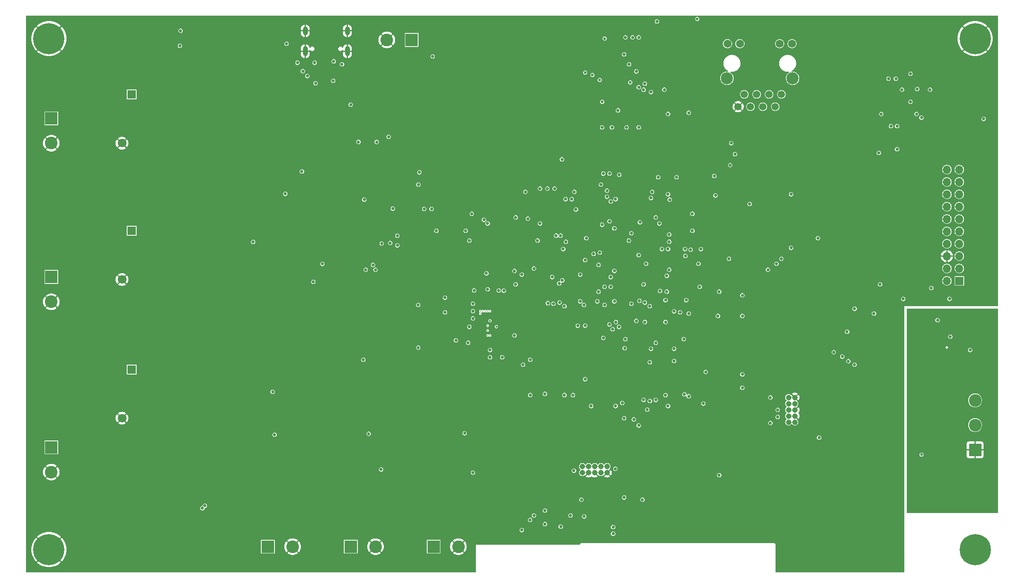
<source format=gbr>
%TF.GenerationSoftware,KiCad,Pcbnew,8.0.7*%
%TF.CreationDate,2025-11-12T22:50:05-06:00*%
%TF.ProjectId,EnergyMonitoringSystem,456e6572-6779-44d6-9f6e-69746f72696e,rev?*%
%TF.SameCoordinates,PX1c9c380PY91e9840*%
%TF.FileFunction,Copper,L5,Inr*%
%TF.FilePolarity,Positive*%
%FSLAX46Y46*%
G04 Gerber Fmt 4.6, Leading zero omitted, Abs format (unit mm)*
G04 Created by KiCad (PCBNEW 8.0.7) date 2025-11-12 22:50:05*
%MOMM*%
%LPD*%
G01*
G04 APERTURE LIST*
%TA.AperFunction,ComponentPad*%
%ADD10R,1.700000X1.700000*%
%TD*%
%TA.AperFunction,ComponentPad*%
%ADD11O,1.700000X1.700000*%
%TD*%
%TA.AperFunction,ComponentPad*%
%ADD12C,6.400000*%
%TD*%
%TA.AperFunction,ComponentPad*%
%ADD13C,1.500000*%
%TD*%
%TA.AperFunction,ComponentPad*%
%ADD14C,2.500000*%
%TD*%
%TA.AperFunction,ComponentPad*%
%ADD15C,1.650000*%
%TD*%
%TA.AperFunction,ComponentPad*%
%ADD16R,2.600000X2.600000*%
%TD*%
%TA.AperFunction,ComponentPad*%
%ADD17C,2.600000*%
%TD*%
%TA.AperFunction,ComponentPad*%
%ADD18C,1.143000*%
%TD*%
%TA.AperFunction,ComponentPad*%
%ADD19R,1.800000X1.800000*%
%TD*%
%TA.AperFunction,ComponentPad*%
%ADD20C,1.800000*%
%TD*%
%TA.AperFunction,ComponentPad*%
%ADD21O,1.000000X2.100000*%
%TD*%
%TA.AperFunction,ComponentPad*%
%ADD22O,1.000000X1.800000*%
%TD*%
%TA.AperFunction,ViaPad*%
%ADD23C,0.650000*%
%TD*%
%TA.AperFunction,ViaPad*%
%ADD24C,0.280000*%
%TD*%
%TA.AperFunction,ViaPad*%
%ADD25C,0.400000*%
%TD*%
%TA.AperFunction,ViaPad*%
%ADD26C,0.600000*%
%TD*%
G04 APERTURE END LIST*
D10*
%TO.N,SPI5_SCK*%
%TO.C,J503*%
X191750000Y60210000D03*
D11*
%TO.N,+DCDC_1*%
X189210000Y60210000D03*
%TO.N,SPI5_MISO*%
X191750000Y62750000D03*
%TO.N,+DCDC_2*%
X189210000Y62750000D03*
%TO.N,SPI5_MOSI*%
X191750000Y65290000D03*
%TO.N,GND*%
X189210000Y65290000D03*
%TO.N,SPI5_CS*%
X191750000Y67830000D03*
%TO.N,unconnected-(J503-Pin_8-Pad8)*%
X189210000Y67830000D03*
%TO.N,unconnected-(J503-Pin_9-Pad9)*%
X191750000Y70370000D03*
%TO.N,unconnected-(J503-Pin_10-Pad10)*%
X189210000Y70370000D03*
%TO.N,unconnected-(J503-Pin_11-Pad11)*%
X191750000Y72910000D03*
%TO.N,ADS_SPI_SCK*%
X189210000Y72910000D03*
%TO.N,unconnected-(J503-Pin_13-Pad13)*%
X191750000Y75450000D03*
%TO.N,ADS_DOUT_uC_DIN*%
X189210000Y75450000D03*
%TO.N,unconnected-(J503-Pin_15-Pad15)*%
X191750000Y77990000D03*
%TO.N,ADS_DIN_uC_DOUT*%
X189210000Y77990000D03*
%TO.N,unconnected-(J503-Pin_17-Pad17)*%
X191750000Y80530000D03*
%TO.N,ADS_CS*%
X189210000Y80530000D03*
%TO.N,unconnected-(J503-Pin_19-Pad19)*%
X191750000Y83070000D03*
%TO.N,ADS_DRDY*%
X189210000Y83070000D03*
%TD*%
D12*
%TO.N,GND*%
%TO.C,H203*%
X195000000Y5000000D03*
%TD*%
D13*
%TO.N,/ETHERNET/RMII_TXP*%
%TO.C,J801*%
X155270000Y98540000D03*
%TO.N,/ETHERNET/ETH_DCDC2_FR*%
X154000000Y96000000D03*
%TO.N,/ETHERNET/RMII_TXN*%
X152730000Y98540000D03*
%TO.N,/ETHERNET/RMII_RXP*%
X151460000Y96000000D03*
%TO.N,/ETHERNET/ETH_DCDC2_FR*%
X150190000Y98540000D03*
%TO.N,/ETHERNET/RMII_RXN*%
X148920000Y96000000D03*
%TO.N,unconnected-(J801-Pad7)*%
X147650000Y98540000D03*
%TO.N,GND*%
X146380000Y96000000D03*
D14*
%TO.N,Net-(C812-Pad1)*%
X157555000Y101840000D03*
X144095000Y101840000D03*
D15*
%TO.N,Net-(J801-YEL_+)*%
X157450000Y108950000D03*
%TO.N,Net-(J801-YEL_-)*%
X154910000Y108950000D03*
%TO.N,Net-(J801-GRN_+)*%
X146740000Y108950000D03*
%TO.N,Net-(J801-GRN_-)*%
X144200000Y108950000D03*
%TD*%
D16*
%TO.N,Net-(J602-Pin_1)*%
%TO.C,J602*%
X5500000Y61000000D03*
D17*
%TO.N,GND*%
X5500000Y55920000D03*
%TD*%
D12*
%TO.N,GND*%
%TO.C,H201*%
X5000000Y110000000D03*
%TD*%
D16*
%TO.N,/ADC/CT_PhaseA_IN*%
%TO.C,J604*%
X49920000Y5600000D03*
D17*
%TO.N,GND*%
X55000000Y5600000D03*
%TD*%
D18*
%TO.N,+DCDC_1*%
%TO.C,J401*%
X158000000Y31170000D03*
%TO.N,/uCMain/DEBUG_JTMS-SWDIO-H*%
X156730000Y31170000D03*
%TO.N,GND*%
X158000000Y32440000D03*
%TO.N,/uCMain/DEBUG_JTCK-SWCLK-H*%
X156730000Y32440000D03*
%TO.N,GND*%
X158000000Y33710000D03*
%TO.N,/uCMain/DEBUG_JTDO-SWO-H*%
X156730000Y33710000D03*
%TO.N,unconnected-(J401-Pin_7-Pad7)*%
X158000000Y34980000D03*
%TO.N,unconnected-(J401-Pin_8-Pad8)*%
X156730000Y34980000D03*
%TO.N,GND*%
X158000000Y36250000D03*
%TO.N,/uCMain/NRST-H*%
X156730000Y36250000D03*
%TD*%
D12*
%TO.N,GND*%
%TO.C,H204*%
X5000000Y5000000D03*
%TD*%
D19*
%TO.N,Net-(J601-Pin_1)*%
%TO.C,R601*%
X22000000Y98500000D03*
D20*
%TO.N,GND*%
X20000000Y88500000D03*
%TD*%
D16*
%TO.N,/ADC/CT_PhaseC_IN*%
%TO.C,J606*%
X83920000Y5600000D03*
D17*
%TO.N,GND*%
X89000000Y5600000D03*
%TD*%
D12*
%TO.N,GND*%
%TO.C,H202*%
X195000000Y110000000D03*
%TD*%
D16*
%TO.N,GND2*%
%TO.C,J701*%
X195000000Y25500000D03*
D17*
%TO.N,Net-(J701-Pin_2)*%
X195000000Y30580000D03*
%TO.N,Net-(J701-Pin_3)*%
X195000000Y35660000D03*
%TD*%
D19*
%TO.N,Net-(J603-Pin_1)*%
%TO.C,R603*%
X22000000Y42000000D03*
D20*
%TO.N,GND*%
X20000000Y32000000D03*
%TD*%
D16*
%TO.N,/ADC/CT_PhaseB_IN*%
%TO.C,J605*%
X66920000Y5600000D03*
D17*
%TO.N,GND*%
X72000000Y5600000D03*
%TD*%
D16*
%TO.N,Net-(J601-Pin_1)*%
%TO.C,J601*%
X5500000Y93580000D03*
D17*
%TO.N,GND*%
X5500000Y88500000D03*
%TD*%
D16*
%TO.N,+5V_EXT*%
%TO.C,J202*%
X79412500Y109725000D03*
D17*
%TO.N,GND*%
X74332500Y109725000D03*
%TD*%
D19*
%TO.N,Net-(J602-Pin_1)*%
%TO.C,R602*%
X22000000Y70500000D03*
D20*
%TO.N,GND*%
X20000000Y60500000D03*
%TD*%
D18*
%TO.N,+DCDC_1*%
%TO.C,J502*%
X114430000Y20800000D03*
%TO.N,/BLE/BLE_SWDIO*%
X114430000Y22070000D03*
%TO.N,GND*%
X115700000Y20800000D03*
%TO.N,/BLE/BLE_SWDCLK*%
X115700000Y22070000D03*
%TO.N,GND*%
X116970000Y20800000D03*
%TO.N,unconnected-(J502-Pin_6-Pad6)*%
X116970000Y22070000D03*
%TO.N,unconnected-(J502-Pin_7-Pad7)*%
X118240000Y20800000D03*
%TO.N,unconnected-(J502-Pin_8-Pad8)*%
X118240000Y22070000D03*
%TO.N,GND*%
X119510000Y20800000D03*
%TO.N,BLE_RST*%
X119510000Y22070000D03*
%TD*%
D21*
%TO.N,GND*%
%TO.C,J201*%
X66232500Y107400000D03*
D22*
X66232500Y111580000D03*
D21*
X57592500Y107400000D03*
D22*
X57592500Y111580000D03*
%TD*%
D16*
%TO.N,Net-(J603-Pin_1)*%
%TO.C,J603*%
X5500000Y26000000D03*
D17*
%TO.N,GND*%
X5500000Y20920000D03*
%TD*%
D23*
%TO.N,GND*%
X173500000Y54250000D03*
%TO.N,SPI5_MOSI*%
X110000000Y9705000D03*
X174250000Y53500000D03*
%TO.N,SPI5_SCK*%
X112000000Y12000000D03*
%TO.N,GND*%
X169000000Y54250000D03*
%TO.N,SPI5_SCK*%
X170270980Y54479020D03*
%TO.N,+5V_EXT*%
X74712500Y89825000D03*
X83712500Y106325000D03*
%TO.N,GND*%
X50000000Y60000000D03*
X127000000Y31750000D03*
X12500000Y2500000D03*
X132750000Y49500000D03*
X15000000Y40000000D03*
X30000000Y85000000D03*
X2500000Y85000000D03*
X35250000Y92500000D03*
X85000000Y40000000D03*
X2500000Y80000000D03*
X95000000Y10000000D03*
X100000000Y15000000D03*
X10000000Y100000000D03*
X65000000Y75000000D03*
X40000000Y112500000D03*
X195500000Y93000000D03*
X71149999Y60900000D03*
X60000000Y25000000D03*
X82500000Y42500000D03*
X142000000Y102500000D03*
X25500000Y20500000D03*
X100000000Y90000000D03*
X197500000Y97500000D03*
X100000000Y95000000D03*
X197500000Y80000000D03*
X70000000Y35000000D03*
X45000000Y85000000D03*
X30000000Y112500000D03*
X92500000Y112500000D03*
X35250000Y64000000D03*
X115000000Y105000000D03*
X45000000Y90000000D03*
X119250000Y80000000D03*
X2500000Y102500000D03*
X98800000Y8100000D03*
X90000000Y100000000D03*
X91000000Y52000000D03*
X100000000Y100000000D03*
X52500000Y2500000D03*
X160000000Y2500000D03*
X95000000Y100000000D03*
X10000000Y75000000D03*
X25000000Y75000000D03*
X61712500Y94725000D03*
X112500000Y112500000D03*
X20000000Y10000000D03*
X90750000Y55500000D03*
X30000000Y55000000D03*
X157000000Y42000000D03*
D24*
X94500000Y53500000D03*
D23*
X194250000Y93000000D03*
X122500000Y112500000D03*
D25*
X96000000Y51000000D03*
D23*
X107750000Y58500000D03*
X147750000Y71000000D03*
X175000000Y30000000D03*
X126500000Y64500000D03*
X99000000Y30500000D03*
X2500000Y45000000D03*
X65000000Y15000000D03*
X197500000Y77500000D03*
X187500000Y112500000D03*
X146000000Y9250000D03*
X62000000Y31000000D03*
X55000000Y75000000D03*
X45000000Y60000000D03*
D25*
X97000000Y52000000D03*
D23*
X126900000Y10700000D03*
X57500000Y23500000D03*
X55000000Y45000000D03*
X35000000Y75000000D03*
X165000000Y10000000D03*
X25000000Y85000000D03*
X182500000Y112500000D03*
X197500000Y85000000D03*
X25000000Y50000000D03*
X77750000Y52250000D03*
X117250000Y99000000D03*
X185000000Y112500000D03*
X35000000Y30000000D03*
X85000000Y85000000D03*
X160000000Y50000000D03*
X30000000Y100000000D03*
X145750000Y87500000D03*
X40000000Y80000000D03*
X70612500Y109725000D03*
X131000000Y95000000D03*
X82500000Y2500000D03*
X119600000Y19400000D03*
X170900000Y47849999D03*
X170000000Y35000000D03*
X80000000Y20000000D03*
X61212500Y103825000D03*
X180000000Y112500000D03*
X141500000Y80750000D03*
X2500000Y57500000D03*
X2500000Y52500000D03*
X197500000Y75000000D03*
D24*
X93500000Y48500000D03*
D23*
X96500000Y24200000D03*
X100000000Y25000000D03*
X175000000Y40000000D03*
X175000000Y105000000D03*
X132250000Y59000000D03*
X2500000Y65000000D03*
X197500000Y70000000D03*
X2500000Y17500000D03*
X157500000Y2500000D03*
X57500000Y2500000D03*
X73475000Y81562500D03*
X10000000Y25000000D03*
X35000000Y60000000D03*
X75000000Y86225000D03*
X184750000Y65250000D03*
X45000000Y10000000D03*
X2500000Y67500000D03*
X2500000Y47500000D03*
X17500000Y112500000D03*
X2500000Y87500000D03*
X67500000Y2500000D03*
X140000000Y15000000D03*
X40000000Y75000000D03*
X105000000Y95000000D03*
X175000000Y2500000D03*
X57500000Y96000000D03*
X77900000Y78700000D03*
X40000000Y25000000D03*
X170000000Y75000000D03*
X102500000Y112500000D03*
X137200420Y64549580D03*
X93520980Y61770980D03*
X45000000Y70000000D03*
X69000000Y105225000D03*
X110450000Y98950000D03*
X104500000Y32250000D03*
X162500000Y109000000D03*
X95000000Y73500000D03*
X45000000Y112500000D03*
X10000000Y50000000D03*
X2500000Y32500000D03*
X121700000Y98900000D03*
X60000000Y50000000D03*
X35000000Y20000000D03*
X90000000Y105000000D03*
X117600000Y19200000D03*
X76800000Y77000000D03*
X147250000Y69000000D03*
X40000000Y100000000D03*
X25000000Y10000000D03*
X165000000Y25000000D03*
X22500000Y2500000D03*
X63512500Y79225000D03*
D25*
X95000000Y53000000D03*
D23*
X47500000Y112500000D03*
X2500000Y50000000D03*
X40000000Y2500000D03*
X190500000Y57250000D03*
X38185000Y108500000D03*
X80000000Y10000000D03*
X75000000Y57500000D03*
X95000000Y15000000D03*
X77500000Y107500000D03*
X63000000Y86750000D03*
X91500000Y49500000D03*
X151500000Y51750000D03*
X151500000Y53000000D03*
X45000000Y15000000D03*
X162500000Y2500000D03*
X160000000Y20000000D03*
X175000000Y10000000D03*
X190000000Y112500000D03*
X67500000Y112500000D03*
X60000000Y15000000D03*
X146500000Y61750000D03*
X50000000Y2500000D03*
X85000000Y25000000D03*
X135000000Y81750000D03*
X10000000Y10000000D03*
X90000000Y80000000D03*
X45000000Y50000000D03*
X2500000Y40000000D03*
X170000000Y25000000D03*
X87500000Y112500000D03*
X95000000Y95000000D03*
X2500000Y92500000D03*
X174300000Y41249999D03*
X10000000Y60000000D03*
X113250000Y52000000D03*
X60000000Y2500000D03*
X101500000Y72500000D03*
X175000000Y25000000D03*
X40500000Y67250000D03*
X149500000Y47500000D03*
X175000000Y80000000D03*
X30000000Y45000000D03*
X170000000Y105000000D03*
X40000000Y50000000D03*
X35000000Y2500000D03*
X50000000Y35000000D03*
X62400000Y62500000D03*
X40000000Y105000000D03*
X153500000Y112575000D03*
X45000000Y100000000D03*
X197500000Y72500000D03*
X178000000Y5000000D03*
X50000000Y70000000D03*
X89250000Y70500000D03*
X105000000Y30000000D03*
X62500000Y112500000D03*
X105000000Y90000000D03*
X87500000Y37500000D03*
X2500000Y70000000D03*
X25000000Y90000000D03*
X2500000Y82500000D03*
X100000000Y105000000D03*
X10000000Y2500000D03*
X170800000Y51149999D03*
X99250000Y44500000D03*
X163500000Y50000000D03*
X117500000Y112500000D03*
X167500000Y112500000D03*
X90000000Y85000000D03*
X100000000Y85000000D03*
X70000000Y107500000D03*
X197500000Y60000000D03*
X2500000Y35000000D03*
X45000000Y105000000D03*
X87250000Y44960000D03*
X10000000Y40000000D03*
X72000000Y13200000D03*
X2500000Y25000000D03*
X15000000Y30000000D03*
X95000000Y90000000D03*
X126500000Y101500000D03*
X85000000Y112500000D03*
X55000000Y112500000D03*
X62257776Y65984449D03*
X75000000Y105000000D03*
X137000000Y71500000D03*
X40000000Y45000000D03*
X175000000Y112500000D03*
X85000000Y2500000D03*
X30000000Y95000000D03*
X170000000Y30000000D03*
X124750000Y50500000D03*
X165000000Y105000000D03*
X119500000Y105750000D03*
X2500000Y20000000D03*
X35000000Y50000000D03*
X40000000Y20000000D03*
X75000000Y2500000D03*
X2500000Y60000000D03*
X2500000Y75000000D03*
X150000000Y20000000D03*
X87500000Y2500000D03*
X30000000Y60000000D03*
X163500000Y34000000D03*
X15000000Y25000000D03*
X70000000Y112500000D03*
X175000000Y75000000D03*
X15000000Y2500000D03*
X40750000Y96000000D03*
X75000000Y15000000D03*
X60000000Y90000000D03*
X110250000Y82000000D03*
X25000000Y55000000D03*
X144000000Y66250000D03*
X143000000Y97000000D03*
X15000000Y60000000D03*
X172500000Y112500000D03*
X56500000Y96000000D03*
X115000000Y112500000D03*
X143000000Y76000000D03*
X60000000Y45000000D03*
X125300000Y17700000D03*
X25000000Y112500000D03*
X15000000Y80000000D03*
X10000000Y80000000D03*
X114250000Y16250000D03*
X15000000Y50000000D03*
X114270000Y79750000D03*
X95000000Y80000000D03*
X110000000Y105000000D03*
X50000000Y105000000D03*
X72500000Y107500000D03*
X2500000Y12500000D03*
X75000000Y112500000D03*
X30000000Y30000000D03*
X35000000Y55000000D03*
X134000000Y49500000D03*
X92500000Y44500000D03*
X153750000Y24500000D03*
X97250000Y55500000D03*
X2500000Y37500000D03*
X102750000Y60750000D03*
X90000000Y95000000D03*
X157000000Y24500000D03*
X95000000Y105000000D03*
X35000000Y90000000D03*
X80000000Y15000000D03*
X70812500Y83025000D03*
X50000000Y50000000D03*
X117450000Y94450000D03*
X106500000Y69250000D03*
X2500000Y55000000D03*
X186250000Y63500000D03*
X105000000Y112500000D03*
X135000000Y9000000D03*
X128750000Y63750000D03*
X10000000Y105000000D03*
X2500000Y10000000D03*
X197500000Y57500000D03*
X114950000Y93450000D03*
X127500000Y8900000D03*
X95000000Y112500000D03*
X70725000Y101625000D03*
X2500000Y30000000D03*
X15000000Y75000000D03*
X57012500Y98975000D03*
X15000000Y45000000D03*
X38285000Y111600000D03*
X128750000Y81750000D03*
X80000000Y112500000D03*
X69500000Y57750000D03*
X146750000Y100250000D03*
X106000000Y9500000D03*
X138000000Y40000000D03*
X55000000Y80000000D03*
X76900000Y23700000D03*
X53412500Y103325000D03*
X40000000Y85000000D03*
X175000000Y20000000D03*
X106500000Y68250000D03*
X60000000Y112500000D03*
X165000000Y100000000D03*
X175000000Y35000000D03*
X79500000Y30500000D03*
X25000000Y2500000D03*
X50000000Y20000000D03*
X105000000Y105000000D03*
X110000000Y112500000D03*
X124000000Y17700000D03*
X30000000Y50000000D03*
X85000000Y105000000D03*
X149500000Y46250000D03*
X20000000Y75000000D03*
X20000000Y15000000D03*
X2500000Y97500000D03*
X141500000Y58500000D03*
X47500000Y2500000D03*
X114000000Y81475000D03*
X84000000Y76500000D03*
X10000000Y95000000D03*
X138500000Y58000000D03*
X197500000Y67500000D03*
X63500001Y66500000D03*
X77400000Y96100000D03*
X75000000Y10000000D03*
X66599999Y61775551D03*
X15000000Y105000000D03*
X141300000Y22000000D03*
X20000000Y2500000D03*
X145250000Y66000000D03*
X144000000Y74750000D03*
X20000000Y80000000D03*
X10000000Y112500000D03*
X175500000Y58500000D03*
X127600000Y19400000D03*
X160000000Y15000000D03*
X60000000Y75000000D03*
X72500000Y2500000D03*
X170000000Y70000000D03*
X85000000Y100000000D03*
X61362500Y81475000D03*
X107500000Y13750000D03*
X40000000Y60000000D03*
X170000000Y112500000D03*
X65000000Y10000000D03*
X150000000Y25000000D03*
X89000000Y13200000D03*
X122500000Y89000000D03*
X107500000Y60250000D03*
X115750000Y99000000D03*
X25000000Y80000000D03*
X101100000Y8100000D03*
X15000000Y100000000D03*
X80000000Y2500000D03*
X15000000Y95000000D03*
X35000000Y100000000D03*
X25000000Y25000000D03*
X60000000Y70000000D03*
X76212500Y97525000D03*
X172500000Y2500000D03*
X136250000Y81750000D03*
X170000000Y100000000D03*
X75000000Y35000000D03*
X155000000Y15000000D03*
X2500000Y42500000D03*
X149250000Y60000000D03*
X165000000Y2500000D03*
X126500000Y95250000D03*
X137000000Y72750000D03*
X147250000Y60500000D03*
X137500000Y112500000D03*
X45000000Y80000000D03*
X155000000Y10000000D03*
X162500000Y112500000D03*
X77500000Y112500000D03*
X20000000Y112500000D03*
X135000000Y112500000D03*
X10000000Y15000000D03*
X75000000Y62500000D03*
X155500000Y96500000D03*
X58012500Y104125000D03*
X135400000Y29400000D03*
X115000000Y98750000D03*
X2500000Y27500000D03*
X67400000Y56600000D03*
X15000000Y15000000D03*
X60000000Y31000000D03*
X165000000Y20000000D03*
X35000000Y85000000D03*
X165000000Y15000000D03*
X134500000Y80250000D03*
X2500000Y90000000D03*
X50000000Y55000000D03*
X45000000Y45000000D03*
X12500000Y112500000D03*
X133700000Y31750000D03*
X63112500Y85425000D03*
X35000000Y80000000D03*
X2500000Y22500000D03*
X180000000Y80000000D03*
X137520000Y29400000D03*
X101000000Y30500000D03*
X154250000Y42000000D03*
X70000000Y10000000D03*
D25*
X96000000Y53000000D03*
D23*
X133250000Y42500000D03*
X147250000Y63000000D03*
X40750000Y38750000D03*
X100000000Y112500000D03*
X165000000Y112500000D03*
X55000000Y70000000D03*
X108250000Y65760374D03*
X30000000Y75000000D03*
X119500000Y104000000D03*
X147000000Y106750000D03*
X127500000Y112500000D03*
X30600000Y16700000D03*
X177500000Y112500000D03*
X61600000Y68000000D03*
X167500000Y2500000D03*
X2500000Y15000000D03*
X50000000Y15000000D03*
X140000000Y9000000D03*
X17500000Y2500000D03*
X155000000Y2500000D03*
X160000000Y10000000D03*
X138250000Y61750000D03*
X60000000Y10000000D03*
X42500000Y112500000D03*
X162250000Y34000000D03*
X76012500Y79425000D03*
X104500000Y72750000D03*
X197500000Y82500000D03*
X55000000Y2500000D03*
X10000000Y90000000D03*
X45000000Y2500000D03*
X114250000Y50250000D03*
X115350000Y19250000D03*
X175000000Y15000000D03*
X118000000Y107000000D03*
X75000000Y107500000D03*
X15000000Y10000000D03*
X105000000Y100000000D03*
X64112500Y99825000D03*
X70000000Y50000000D03*
X81500000Y30500000D03*
X25000000Y35000000D03*
X120000000Y112500000D03*
X35250000Y35500000D03*
X25000000Y100000000D03*
X60000000Y20000000D03*
X15000000Y90000000D03*
X117000000Y66750000D03*
X42500000Y2500000D03*
X91750000Y69500000D03*
X58312500Y82425000D03*
X100500000Y50250000D03*
X15000000Y65000000D03*
X116000000Y40000000D03*
X52500000Y112500000D03*
X181000000Y57250000D03*
X125000000Y112500000D03*
X37500000Y2500000D03*
X182500000Y58750000D03*
X90000000Y2500000D03*
X10000000Y35000000D03*
X151000000Y40000000D03*
X88750000Y44960000D03*
X50000000Y112500000D03*
X117750000Y50500000D03*
X2500000Y62500000D03*
X95000000Y20000000D03*
X27500000Y2500000D03*
X62500000Y2500000D03*
X2500000Y72500000D03*
X35000000Y45000000D03*
X22500000Y112500000D03*
X80000000Y25000000D03*
X85000000Y80000000D03*
X132000000Y46250000D03*
X99000000Y57295000D03*
X27500000Y112500000D03*
X132250000Y78770003D03*
X92500000Y46000000D03*
X134200000Y21900000D03*
X116700000Y15700000D03*
X155000000Y20000000D03*
X50000000Y100000000D03*
X10000000Y45000000D03*
X50000000Y45000000D03*
X90000000Y15000000D03*
X65000000Y20000000D03*
X30000000Y25000000D03*
X77000000Y50000000D03*
X91750000Y75250000D03*
X77500000Y105000000D03*
X72500000Y105000000D03*
X25000000Y45000000D03*
X40000000Y55000000D03*
X97500000Y112500000D03*
X197500000Y62500000D03*
X10000000Y70000000D03*
X170000000Y2500000D03*
X2500000Y105000000D03*
X144750000Y85000000D03*
X110000000Y90000000D03*
X20000000Y20000000D03*
X85000000Y15000000D03*
X15000000Y35000000D03*
X45000000Y55000000D03*
X70000000Y2500000D03*
X90000000Y112500000D03*
X30000000Y105000000D03*
X30000000Y2500000D03*
X45000000Y75000000D03*
X122750000Y78000000D03*
X15000000Y112500000D03*
X65400000Y57600000D03*
X55000000Y55000000D03*
X75812500Y85725000D03*
X82500000Y112500000D03*
X135000000Y15000000D03*
X96000000Y72750000D03*
X54500000Y98500000D03*
X100000000Y20000000D03*
X40000000Y90000000D03*
X150000000Y15000000D03*
X107500000Y112500000D03*
X65000000Y90000000D03*
X110950000Y96450000D03*
X170000000Y20000000D03*
X55000000Y90000000D03*
X2500000Y100000000D03*
X77500000Y2500000D03*
X32500000Y2500000D03*
X170000000Y15000000D03*
X55000000Y13000000D03*
X65000000Y2500000D03*
X85000000Y20000000D03*
X2500000Y77500000D03*
X72500000Y112500000D03*
X54500000Y99500000D03*
X2500000Y95000000D03*
X197500000Y95000000D03*
X57912500Y87000000D03*
X197500000Y65000000D03*
X70000000Y55000000D03*
X35000000Y105000000D03*
X76212500Y91825000D03*
%TO.N,/USB/PD_IN_GD*%
X58022549Y102300735D03*
X57100000Y103300000D03*
D25*
%TO.N,+DCDC_1*%
X96796985Y50796985D03*
D23*
X32000000Y111600000D03*
X131750000Y61250000D03*
X123500000Y91750000D03*
X81000000Y82500000D03*
X104500000Y62750000D03*
X138500000Y59000000D03*
X118500000Y91750000D03*
X138750000Y66750000D03*
X121250000Y77000000D03*
X108500000Y55500000D03*
X110250000Y85175000D03*
X75000000Y68000000D03*
X95500000Y46000000D03*
X51300000Y28600000D03*
X112700000Y21200000D03*
D25*
X95500000Y52000000D03*
D23*
X95500000Y44500000D03*
X128750000Y78500000D03*
X186000000Y58750000D03*
X123000000Y15700000D03*
X110500000Y66750000D03*
X103700000Y11100000D03*
X70600000Y28800000D03*
X105250000Y68500000D03*
X76500000Y67500000D03*
X86250000Y53750000D03*
X86250000Y56750000D03*
X137000000Y70500000D03*
X72000000Y62500000D03*
X131250000Y99500000D03*
X90300000Y28900000D03*
X102250000Y43000000D03*
X37000000Y14000000D03*
X126000000Y91750000D03*
X127250000Y51750000D03*
X92250000Y58250000D03*
X83500000Y75000000D03*
X147250000Y57250000D03*
X112770000Y78500000D03*
X133250000Y53955000D03*
X118750000Y48500000D03*
X82000000Y75000000D03*
X95000000Y58500000D03*
X129750000Y113500000D03*
X100750000Y59500000D03*
X133750000Y81500000D03*
X71500000Y63500000D03*
X76500000Y69500000D03*
X121750000Y95250000D03*
X103750000Y44000000D03*
X69500000Y44000000D03*
X163000000Y28000000D03*
X53500000Y78100000D03*
X120500000Y91750000D03*
X147250000Y41000000D03*
X61100000Y63700000D03*
X138250000Y63750000D03*
X105750000Y72000000D03*
X36500000Y13500000D03*
%TO.N,+1V2*%
X75550000Y75050000D03*
X70000000Y62500000D03*
%TO.N,+DCDC_2*%
X31885000Y108500000D03*
X196750000Y93500000D03*
X142500000Y20300000D03*
X69700000Y76900000D03*
X168750000Y49750000D03*
%TO.N,-DCDC_1*%
X73150000Y21450000D03*
X92000000Y20800000D03*
X50900000Y37400000D03*
%TO.N,/uCMain/NRST*%
X132250000Y68250000D03*
X80750000Y55250000D03*
X134500000Y53750000D03*
%TO.N,+VDD_SDC*%
X155250000Y64750000D03*
X147250000Y53000000D03*
X147250000Y38250000D03*
%TO.N,/ADC/V_Phase_B_P*%
X46900000Y68200000D03*
X59250000Y60000000D03*
%TO.N,Net-(U401B-VLXSMPS)*%
X144500000Y64750000D03*
X132250000Y62500000D03*
%TO.N,+V_ISO*%
X194000000Y46000000D03*
D26*
X184000000Y24500000D03*
D23*
%TO.N,GND2*%
X197500000Y40000000D03*
X197500000Y42500000D03*
X197000000Y27750000D03*
X197500000Y52500000D03*
X197500000Y20000000D03*
X197500000Y15000000D03*
X192500000Y48500000D03*
X193000000Y23500000D03*
X187800000Y41000000D03*
X190000000Y20000000D03*
X197500000Y17500000D03*
X185000000Y15000000D03*
X197500000Y47500000D03*
X185000000Y20000000D03*
X197500000Y45000000D03*
X197000000Y23500000D03*
X187800000Y44849999D03*
X193000000Y27750000D03*
X197500000Y50000000D03*
X184000000Y33500000D03*
X190000000Y15000000D03*
%TO.N,+VBUSc*%
X65112500Y104725000D03*
X56012500Y105025000D03*
X59512500Y105025000D03*
X53743750Y108956250D03*
X66918750Y96418750D03*
X63312500Y101325000D03*
%TO.N,/uCMain/DEBUG_JTMS-SWDIO-H*%
X153000000Y31000000D03*
%TO.N,/uCMain/DEBUG_JTCK-SWCLK-H*%
X154500000Y32250000D03*
%TO.N,/uCMain/DEBUG_JTDO-SWO-H*%
X154500000Y33710000D03*
%TO.N,BLE_RST*%
X114800000Y11800000D03*
X102000000Y9000000D03*
X121200000Y21600000D03*
X102750000Y78500000D03*
%TO.N,Net-(U701-VSEL)*%
X187300000Y52149999D03*
X189900000Y48749999D03*
%TO.N,/USB/USB_CC1c*%
X63412500Y105325000D03*
X59712500Y100825000D03*
%TO.N,/ETHERNET/ETH_DCDC2_FR*%
X124010374Y104690000D03*
X125500000Y103250000D03*
X124750000Y110250000D03*
X123000000Y106750000D03*
D26*
X118000000Y101500000D03*
X138000000Y114000000D03*
X124250000Y101000000D03*
D23*
X123250000Y110250000D03*
D26*
X119000000Y110000000D03*
D23*
X126000000Y110250000D03*
D26*
%TO.N,Net-(U801-VDDCR)*%
X118500000Y97000000D03*
D23*
%TO.N,ADS_CS*%
X73275000Y67900000D03*
X130750000Y66750000D03*
X152500000Y62500000D03*
%TO.N,/eMMC/VDDI*%
X88500000Y48000000D03*
D24*
X93500000Y53500000D03*
D23*
%TO.N,/uCMain/BOOT0*%
X128250000Y55000000D03*
X80750000Y46500000D03*
%TO.N,ADS_DIN_uC_DOUT*%
X142500000Y58000000D03*
X103250000Y73000000D03*
X131750000Y58000000D03*
%TO.N,ADS_DOUT_uC_DIN*%
X130375000Y58125000D03*
X100750000Y73250000D03*
%TO.N,I2C1_SDA*%
X124000000Y68500000D03*
X179000000Y92000000D03*
X127250000Y55750000D03*
X121000000Y62250000D03*
%TO.N,/uCMain/NRST-H*%
X153000000Y36250000D03*
%TO.N,SPI1_SCK*%
X145750000Y86250000D03*
X130250000Y72000000D03*
%TO.N,UART4_TX*%
X137000000Y74000000D03*
X141750000Y77750000D03*
X132354020Y76895980D03*
%TO.N,UART4_RX*%
X121250000Y34500000D03*
X114750000Y55250000D03*
X179000000Y87250000D03*
%TO.N,GPIO_OUT_1*%
X120250000Y76500000D03*
X181750000Y97000000D03*
%TO.N,I2C1_SCL*%
X124500000Y70000000D03*
X126125000Y56125000D03*
X177750000Y92000000D03*
X120250000Y61000000D03*
%TO.N,GPIO_IN_1*%
X183125000Y99625000D03*
X119500000Y77500000D03*
%TO.N,GPIO_IN_2*%
X119500000Y78750000D03*
X185750000Y99500000D03*
%TO.N,ADC1_INP9*%
X175750000Y94500000D03*
X183000000Y94500000D03*
X122000000Y82000000D03*
%TO.N,SD_DETECT*%
X139250000Y35000000D03*
X121310000Y51750000D03*
X132000000Y34500000D03*
%TO.N,TIM4_CH1*%
X178750000Y101750000D03*
X111065745Y68250000D03*
%TO.N,SPI1_NSS*%
X129500000Y73250000D03*
X145000000Y88500000D03*
%TO.N,LDO_EN*%
X80800000Y80000000D03*
X120000000Y82260374D03*
%TO.N,DCDC_2_EN*%
X56900000Y82700000D03*
X118750000Y82250000D03*
X72250000Y88750000D03*
X68500000Y88750000D03*
%TO.N,ADC3_INP1*%
X132250000Y69750000D03*
X184000000Y93750000D03*
%TO.N,SPI1_MISO*%
X141500000Y81750000D03*
%TO.N,SPI1_MOSI*%
X127500000Y63750000D03*
X144750000Y84000000D03*
%TO.N,FDCAN2_TX*%
X181750000Y102750000D03*
X111000000Y77000000D03*
%TO.N,TIM4_CH2*%
X136250000Y94750000D03*
X114000000Y61500000D03*
X177250000Y101750000D03*
%TO.N,UART4_DE*%
X110750000Y55000000D03*
X162750000Y69000000D03*
X175250000Y86500000D03*
X122625000Y35125000D03*
%TO.N,FDCAN2_RX*%
X112250000Y77000000D03*
X180000000Y99500000D03*
%TO.N,SPI5_MISO*%
X189750000Y56500000D03*
X133250000Y46250000D03*
X133250000Y43750000D03*
X128270980Y43479020D03*
%TO.N,SPI5_CS*%
X114250000Y15250000D03*
X148750000Y76000000D03*
X132000000Y66750000D03*
%TO.N,ADS_STM32_CLKOUT*%
X108250000Y61000000D03*
X91750000Y74000000D03*
%TO.N,ADS_DRDY*%
X154250000Y63750000D03*
X127000000Y59500000D03*
X95000000Y72000000D03*
%TO.N,ADS_SYNC_RESET*%
X84500000Y70500000D03*
X126250000Y72250000D03*
%TO.N,ADS_SPI_SCK*%
X94250000Y72750000D03*
X131500000Y56250000D03*
%TO.N,uC_OTG_D+*%
X109678266Y59675266D03*
X109045000Y69515000D03*
%TO.N,uC_OTG_D-*%
X109955000Y69515000D03*
X110321734Y60318734D03*
%TO.N,SPI5_MOSI*%
X135375000Y36875000D03*
X106750000Y10250000D03*
%TO.N,SPI5_SCK*%
X136250000Y36500000D03*
X106750000Y13000000D03*
D26*
%TO.N,Net-(J801-YEL_+)*%
X115000000Y103000000D03*
%TO.N,Net-(J801-GRN_+)*%
X116500000Y102500000D03*
D23*
%TO.N,Net-(JP402-B)*%
X118000000Y66000000D03*
X142250000Y53000000D03*
X117750000Y58000000D03*
%TO.N,Net-(JP406-B)*%
X139750000Y41500000D03*
X113125000Y74875000D03*
X119000000Y59000000D03*
X120250000Y59000000D03*
X131500000Y51750000D03*
X121000000Y56000000D03*
%TO.N,eMMC_RSTn*%
X129500000Y47500000D03*
X116250000Y34500000D03*
D24*
%TO.N,/eMMC/SDMMC1_eMMC_RSTn_JP*%
X95000000Y50000000D03*
D23*
X91000000Y47500000D03*
%TO.N,Net-(U401A-PG9)*%
X126000000Y65500000D03*
%TO.N,/uCMain/TIM1_CH1*%
X105750000Y79175000D03*
X121000000Y71000000D03*
%TO.N,/uCMain/TIM1_CH2*%
X108750000Y79175000D03*
X120000000Y72455000D03*
%TO.N,/uCMain/TIM1_CH3*%
X118500000Y71750000D03*
X107250000Y79175000D03*
%TO.N,/uCMain/DEBUG_JTMS-SWDIO*%
X106750000Y37000000D03*
X107375000Y55625000D03*
%TO.N,/uCMain/DEBUG_JTCK-SWCLK*%
X109750000Y55750000D03*
X110750000Y36750000D03*
%TO.N,/uCMain/DEBUG_JTDO-SWO*%
X124500000Y55500000D03*
%TO.N,BLE_INT*%
X126750000Y15250000D03*
X135750000Y56250000D03*
%TO.N,RMII_REF_CLK*%
X132000000Y78000000D03*
X132000000Y94500000D03*
%TO.N,SDMMC1_D2*%
X94750000Y61750000D03*
X113500000Y51000000D03*
%TO.N,SDMMC1_D3*%
X115000000Y40000000D03*
X115000000Y51000000D03*
%TO.N,SDMMC1_D6*%
X100500000Y62245000D03*
X90500000Y70500000D03*
%TO.N,SDMMC1_D7*%
X102000000Y61500000D03*
X91250000Y68500000D03*
%TO.N,/eMMC/SDMMC1_D3_R*%
X92000000Y54000000D03*
D24*
X93500000Y54000000D03*
D23*
%TO.N,/eMMC/SDMMC1_D4_R*%
X92000000Y52500000D03*
D24*
X94000000Y54000000D03*
D23*
%TO.N,/eMMC/SDMMC1_D5_R*%
X92000000Y55500000D03*
D24*
X94500000Y54000000D03*
%TO.N,/eMMC/SDMMC1_D6_R*%
X95000000Y54000000D03*
D23*
X97261250Y58238750D03*
D24*
%TO.N,/eMMC/SDMMC1_D7_R*%
X95500000Y54000000D03*
D23*
X98309308Y58190692D03*
%TO.N,/eMMC/SDMMC1_CMD_R*%
X98000000Y44500000D03*
D24*
X95000000Y49000000D03*
%TO.N,/eMMC/SDMMC1_CK_R*%
X95500000Y49000000D03*
D23*
X100500000Y49000000D03*
%TO.N,Net-(U901-DATA_STROBE)*%
X103750000Y36750000D03*
D24*
X95000000Y51000000D03*
D23*
X91250000Y50750000D03*
%TO.N,USART2_INV_485*%
X114000000Y56000000D03*
X123000000Y32000000D03*
X112500000Y36750000D03*
X170250000Y43000000D03*
%TO.N,SDMMC2_D1*%
X127750000Y33750000D03*
X115250000Y69000000D03*
%TO.N,USART2_RX*%
X157250000Y67000000D03*
X166000000Y45559999D03*
X157250000Y78000000D03*
X130000000Y81500000D03*
%TO.N,SDMMC2_CMD*%
X120625000Y50250000D03*
X129500000Y35750000D03*
%TO.N,BLE_TEST9*%
X120750000Y9625000D03*
X115000000Y64500000D03*
X104500000Y12000000D03*
%TO.N,SDMMC2_CK*%
X128275980Y35525980D03*
X120000000Y51250000D03*
%TO.N,SDMMC2_D2*%
X121940000Y50750000D03*
X131490000Y36740000D03*
%TO.N,RMII_TXD0*%
X126000000Y100000000D03*
X123250000Y48250000D03*
%TO.N,RMII_TXD1*%
X123125000Y46375000D03*
X127250000Y100720003D03*
%TO.N,ETH_NRST*%
X128500000Y77250000D03*
X128500000Y99000000D03*
%TO.N,USART2_TX*%
X119000000Y55250000D03*
X169000000Y43700000D03*
X125000000Y31750000D03*
%TO.N,USART2_DE*%
X167750000Y44649999D03*
X117500000Y56000000D03*
X126000000Y30500000D03*
%TO.N,BLE_TEST8*%
X120750000Y8250000D03*
X117750000Y63500000D03*
%TO.N,SDMMC2_D0*%
X116750000Y65750000D03*
X127000000Y35750000D03*
%TO.N,SDMMC2_D3*%
X128500000Y46250000D03*
X125500000Y52000000D03*
%TO.N,RMII_TX_EN*%
X118250000Y80000000D03*
X127000000Y99485000D03*
%TO.N,/uCMain/SPI5_SCK_R*%
X135581937Y65331937D03*
X136250000Y53500000D03*
%TO.N,/uCMain/SPI5_MOSI_R*%
X135500000Y66750000D03*
X135250000Y48250000D03*
%TO.N,SPI5_MISO*%
X136625000Y66625000D03*
X180250000Y56500000D03*
X175500000Y59500000D03*
%TD*%
%TA.AperFunction,Conductor*%
%TO.N,GND2*%
G36*
X199677826Y54478326D02*
G01*
X199699500Y54426000D01*
X199699500Y12574000D01*
X199677826Y12521674D01*
X199625500Y12500000D01*
X181074000Y12500000D01*
X181021674Y12521674D01*
X181000000Y12574000D01*
X181000000Y24500000D01*
X183574258Y24500000D01*
X183595095Y24368438D01*
X183595095Y24368437D01*
X183625907Y24307965D01*
X183655567Y24249755D01*
X183749755Y24155567D01*
X183868438Y24095095D01*
X184000000Y24074258D01*
X184131562Y24095095D01*
X184250245Y24155567D01*
X184344433Y24249755D01*
X184404905Y24368438D01*
X184425742Y24500000D01*
X184404905Y24631562D01*
X184344433Y24750245D01*
X184250245Y24844433D01*
X184190295Y24874979D01*
X184131563Y24904905D01*
X184000000Y24925742D01*
X183868437Y24904905D01*
X183868436Y24904905D01*
X183749753Y24844432D01*
X183655568Y24750247D01*
X183595095Y24631564D01*
X183595095Y24631563D01*
X183574258Y24500000D01*
X181000000Y24500000D01*
X181000000Y26831482D01*
X193300000Y26831482D01*
X193300000Y25625000D01*
X194362130Y25625000D01*
X194350000Y25564019D01*
X194350000Y25435981D01*
X194362130Y25375000D01*
X193300001Y25375000D01*
X193300001Y24168518D01*
X193314834Y24074852D01*
X193314835Y24074851D01*
X193372360Y23961954D01*
X193461953Y23872361D01*
X193574850Y23814836D01*
X193668518Y23800001D01*
X194875000Y23800001D01*
X194875000Y24862130D01*
X194935981Y24850000D01*
X195064019Y24850000D01*
X195125000Y24862130D01*
X195125000Y23800001D01*
X196331481Y23800001D01*
X196425148Y23814835D01*
X196425149Y23814836D01*
X196538046Y23872361D01*
X196627639Y23961954D01*
X196685164Y24074851D01*
X196685164Y24074852D01*
X196700000Y24168519D01*
X196700000Y25375000D01*
X195637870Y25375000D01*
X195650000Y25435981D01*
X195650000Y25564019D01*
X195637870Y25625000D01*
X196699999Y25625000D01*
X196699999Y26831483D01*
X196685165Y26925149D01*
X196685164Y26925150D01*
X196627639Y27038047D01*
X196538046Y27127640D01*
X196425149Y27185165D01*
X196331482Y27200000D01*
X195125000Y27200000D01*
X195125000Y26137871D01*
X195064019Y26150000D01*
X194935981Y26150000D01*
X194875000Y26137871D01*
X194875000Y27200000D01*
X193668517Y27200000D01*
X193574851Y27185166D01*
X193574850Y27185165D01*
X193461953Y27127640D01*
X193372360Y27038047D01*
X193314835Y26925150D01*
X193314835Y26925149D01*
X193300000Y26831482D01*
X181000000Y26831482D01*
X181000000Y30580004D01*
X193574632Y30580004D01*
X193574632Y30579997D01*
X193594070Y30345399D01*
X193594070Y30345398D01*
X193651864Y30117178D01*
X193746426Y29901600D01*
X193875184Y29704521D01*
X194034625Y29531323D01*
X194220398Y29386730D01*
X194427436Y29274686D01*
X194650093Y29198248D01*
X194882294Y29159500D01*
X194882300Y29159500D01*
X195117700Y29159500D01*
X195117706Y29159500D01*
X195349907Y29198248D01*
X195572564Y29274686D01*
X195779602Y29386730D01*
X195965375Y29531323D01*
X196124816Y29704521D01*
X196253574Y29901600D01*
X196348138Y30117184D01*
X196405928Y30345392D01*
X196405928Y30345396D01*
X196405929Y30345398D01*
X196405929Y30345399D01*
X196425368Y30579997D01*
X196425368Y30580004D01*
X196405929Y30814602D01*
X196405929Y30814603D01*
X196405928Y30814608D01*
X196348138Y31042816D01*
X196253574Y31258400D01*
X196124816Y31455479D01*
X195965375Y31628677D01*
X195779602Y31773270D01*
X195693074Y31820097D01*
X195572563Y31885315D01*
X195349905Y31961753D01*
X195233911Y31981109D01*
X195117706Y32000500D01*
X194882294Y32000500D01*
X194795140Y31985957D01*
X194650094Y31961753D01*
X194427436Y31885315D01*
X194220405Y31773274D01*
X194220401Y31773272D01*
X194034623Y31628676D01*
X193875181Y31455476D01*
X193746426Y31258401D01*
X193651864Y31042823D01*
X193594070Y30814603D01*
X193594070Y30814602D01*
X193574632Y30580004D01*
X181000000Y30580004D01*
X181000000Y35660004D01*
X193574632Y35660004D01*
X193574632Y35659997D01*
X193594070Y35425399D01*
X193594070Y35425398D01*
X193651864Y35197178D01*
X193746426Y34981600D01*
X193875184Y34784521D01*
X194034625Y34611323D01*
X194220398Y34466730D01*
X194427436Y34354686D01*
X194650093Y34278248D01*
X194882294Y34239500D01*
X194882300Y34239500D01*
X195117700Y34239500D01*
X195117706Y34239500D01*
X195349907Y34278248D01*
X195572564Y34354686D01*
X195779602Y34466730D01*
X195965375Y34611323D01*
X196124816Y34784521D01*
X196253574Y34981600D01*
X196348138Y35197184D01*
X196405928Y35425392D01*
X196405928Y35425396D01*
X196405929Y35425398D01*
X196405929Y35425399D01*
X196425368Y35659997D01*
X196425368Y35660004D01*
X196405929Y35894602D01*
X196405929Y35894603D01*
X196405928Y35894608D01*
X196348138Y36122816D01*
X196253574Y36338400D01*
X196124816Y36535479D01*
X195965375Y36708677D01*
X195779602Y36853270D01*
X195693074Y36900097D01*
X195572563Y36965315D01*
X195349905Y37041753D01*
X195233911Y37061109D01*
X195117706Y37080500D01*
X194882294Y37080500D01*
X194795140Y37065957D01*
X194650094Y37041753D01*
X194427436Y36965315D01*
X194220405Y36853274D01*
X194220401Y36853272D01*
X194034623Y36708676D01*
X193875181Y36535476D01*
X193746426Y36338401D01*
X193651864Y36122823D01*
X193594070Y35894603D01*
X193594070Y35894602D01*
X193574632Y35660004D01*
X181000000Y35660004D01*
X181000000Y46000000D01*
X193549919Y46000000D01*
X193568149Y45873201D01*
X193621368Y45756668D01*
X193705256Y45659855D01*
X193705259Y45659852D01*
X193705260Y45659851D01*
X193765183Y45621341D01*
X193813028Y45590593D01*
X193813030Y45590592D01*
X193935945Y45554500D01*
X193935947Y45554500D01*
X194064054Y45554500D01*
X194125511Y45572546D01*
X194186970Y45590592D01*
X194294740Y45659851D01*
X194378632Y45756668D01*
X194431850Y45873198D01*
X194450081Y46000000D01*
X194431850Y46126802D01*
X194378632Y46243332D01*
X194329799Y46299689D01*
X194294743Y46340146D01*
X194294740Y46340149D01*
X194186971Y46409408D01*
X194186969Y46409409D01*
X194064055Y46445500D01*
X194064053Y46445500D01*
X193935947Y46445500D01*
X193935945Y46445500D01*
X193813030Y46409409D01*
X193813028Y46409408D01*
X193705259Y46340149D01*
X193705256Y46340146D01*
X193621368Y46243333D01*
X193568149Y46126800D01*
X193549919Y46000000D01*
X181000000Y46000000D01*
X181000000Y46550000D01*
X188949690Y46550000D01*
X188949690Y46549999D01*
X188968744Y46454210D01*
X188998678Y46409409D01*
X189023004Y46373003D01*
X189104211Y46318743D01*
X189180945Y46303480D01*
X189199999Y46299689D01*
X189200000Y46299689D01*
X189200001Y46299689D01*
X189215893Y46302851D01*
X189295789Y46318743D01*
X189376996Y46373003D01*
X189431256Y46454210D01*
X189450310Y46549999D01*
X189431256Y46645788D01*
X189376996Y46726995D01*
X189295789Y46781255D01*
X189200001Y46800309D01*
X189199999Y46800309D01*
X189104210Y46781255D01*
X189023004Y46726996D01*
X189023003Y46726995D01*
X188968744Y46645789D01*
X188949690Y46550000D01*
X181000000Y46550000D01*
X181000000Y48749999D01*
X189449919Y48749999D01*
X189468149Y48623200D01*
X189521368Y48506667D01*
X189605256Y48409854D01*
X189605259Y48409851D01*
X189605260Y48409850D01*
X189665183Y48371340D01*
X189713028Y48340592D01*
X189713030Y48340591D01*
X189835945Y48304499D01*
X189835947Y48304499D01*
X189964054Y48304499D01*
X190025511Y48322545D01*
X190086970Y48340591D01*
X190194740Y48409850D01*
X190278632Y48506667D01*
X190331850Y48623197D01*
X190350081Y48749999D01*
X190331850Y48876801D01*
X190278632Y48993331D01*
X190194740Y49090148D01*
X190086971Y49159407D01*
X190086969Y49159408D01*
X189964055Y49195499D01*
X189964053Y49195499D01*
X189835947Y49195499D01*
X189835945Y49195499D01*
X189713030Y49159408D01*
X189713028Y49159407D01*
X189605259Y49090148D01*
X189605256Y49090145D01*
X189521368Y48993332D01*
X189468149Y48876799D01*
X189449919Y48749999D01*
X181000000Y48749999D01*
X181000000Y52149999D01*
X186849919Y52149999D01*
X186868149Y52023200D01*
X186921368Y51906667D01*
X187005256Y51809854D01*
X187005259Y51809851D01*
X187005260Y51809850D01*
X187065183Y51771340D01*
X187113028Y51740592D01*
X187113030Y51740591D01*
X187235945Y51704499D01*
X187235947Y51704499D01*
X187364054Y51704499D01*
X187425511Y51722545D01*
X187486970Y51740591D01*
X187594740Y51809850D01*
X187678632Y51906667D01*
X187731850Y52023197D01*
X187750081Y52149999D01*
X187731850Y52276801D01*
X187678632Y52393331D01*
X187594740Y52490148D01*
X187486971Y52559407D01*
X187486969Y52559408D01*
X187364055Y52595499D01*
X187364053Y52595499D01*
X187235947Y52595499D01*
X187235945Y52595499D01*
X187113030Y52559408D01*
X187113028Y52559407D01*
X187005259Y52490148D01*
X187005256Y52490145D01*
X186921368Y52393332D01*
X186868149Y52276799D01*
X186849919Y52149999D01*
X181000000Y52149999D01*
X181000000Y54426000D01*
X181021674Y54478326D01*
X181074000Y54500000D01*
X199625500Y54500000D01*
X199677826Y54478326D01*
G37*
%TD.AperFunction*%
%TD*%
%TA.AperFunction,Conductor*%
%TO.N,GND*%
G36*
X199677826Y114677826D02*
G01*
X199699500Y114625500D01*
X199699500Y55074000D01*
X199677826Y55021674D01*
X199625500Y55000000D01*
X180500000Y55000000D01*
X180500000Y374500D01*
X180478326Y322174D01*
X180426000Y300500D01*
X154174500Y300500D01*
X154122174Y322174D01*
X154100500Y374500D01*
X154100500Y6039564D01*
X154100499Y6039565D01*
X154080022Y6115986D01*
X154080020Y6115991D01*
X154040459Y6184512D01*
X153984511Y6240460D01*
X153915990Y6280021D01*
X153915985Y6280023D01*
X153839564Y6300500D01*
X153839562Y6300500D01*
X114239562Y6300500D01*
X114160438Y6300500D01*
X114160436Y6300500D01*
X114084014Y6280023D01*
X114084009Y6280021D01*
X114015488Y6240460D01*
X113959540Y6184512D01*
X113919979Y6115991D01*
X113919977Y6115986D01*
X113903595Y6054847D01*
X113869116Y6009914D01*
X113832117Y6000000D01*
X92600000Y6000000D01*
X92600000Y374500D01*
X92578326Y322174D01*
X92526000Y300500D01*
X374500Y300500D01*
X322174Y322174D01*
X300500Y374500D01*
X300500Y5000000D01*
X1395060Y5000000D01*
X1414808Y4623178D01*
X1414808Y4623177D01*
X1473836Y4250496D01*
X1571498Y3886013D01*
X1706720Y3533746D01*
X1878029Y3197532D01*
X2083543Y2881068D01*
X2321009Y2587822D01*
X2366027Y2542804D01*
X3780240Y3957018D01*
X3957016Y3780242D01*
X2542803Y2366028D01*
X2587821Y2321010D01*
X2881067Y2083544D01*
X3197531Y1878030D01*
X3533745Y1706721D01*
X3886012Y1571499D01*
X4250495Y1473837D01*
X4623176Y1414809D01*
X5000000Y1395061D01*
X5376822Y1414809D01*
X5376823Y1414809D01*
X5749504Y1473837D01*
X6113987Y1571499D01*
X6466254Y1706721D01*
X6802468Y1878030D01*
X7118932Y2083544D01*
X7412178Y2321010D01*
X7457195Y2366029D01*
X6042983Y3780241D01*
X6219759Y3957017D01*
X7633971Y2542805D01*
X7678990Y2587822D01*
X7916456Y2881068D01*
X8121970Y3197532D01*
X8293279Y3533746D01*
X8428501Y3886013D01*
X8526163Y4250496D01*
X8585191Y4623177D01*
X8585191Y4623178D01*
X8604939Y5000000D01*
X8585191Y5376823D01*
X8585191Y5376824D01*
X8526163Y5749505D01*
X8428501Y6113988D01*
X8293279Y6466255D01*
X8121970Y6802469D01*
X8050924Y6911870D01*
X48499500Y6911870D01*
X48499500Y4288131D01*
X48506490Y4252984D01*
X48508153Y4250496D01*
X48533124Y4213124D01*
X48572983Y4186491D01*
X48608130Y4179500D01*
X51231870Y4179500D01*
X51267017Y4186491D01*
X51306876Y4213124D01*
X51333509Y4252983D01*
X51340500Y4288130D01*
X51340500Y5600002D01*
X53295233Y5600002D01*
X53295233Y5599999D01*
X53314274Y5345918D01*
X53370969Y5097515D01*
X53464057Y4860331D01*
X53591455Y4639672D01*
X53711881Y4488661D01*
X54460568Y5237348D01*
X54495112Y5185649D01*
X54585649Y5095112D01*
X54637345Y5060570D01*
X53888772Y4311997D01*
X53937092Y4267161D01*
X53937099Y4267156D01*
X54147614Y4123630D01*
X54147617Y4123629D01*
X54377173Y4013080D01*
X54377187Y4013075D01*
X54620646Y3937977D01*
X54872608Y3900000D01*
X55127392Y3900000D01*
X55379353Y3937977D01*
X55622812Y4013075D01*
X55622826Y4013080D01*
X55852381Y4123628D01*
X56062902Y4267158D01*
X56111226Y4311998D01*
X55362654Y5060570D01*
X55414351Y5095112D01*
X55504888Y5185649D01*
X55539430Y5237346D01*
X56288116Y4488660D01*
X56288117Y4488660D01*
X56408544Y4639672D01*
X56535942Y4860331D01*
X56629030Y5097515D01*
X56685725Y5345918D01*
X56704767Y5599999D01*
X56704767Y5600002D01*
X56685725Y5854083D01*
X56629030Y6102486D01*
X56535942Y6339670D01*
X56408544Y6560329D01*
X56288116Y6711342D01*
X55539429Y5962656D01*
X55504888Y6014351D01*
X55414351Y6104888D01*
X55362652Y6139432D01*
X56111226Y6888005D01*
X56111227Y6888005D01*
X56085506Y6911870D01*
X65499500Y6911870D01*
X65499500Y4288131D01*
X65506490Y4252984D01*
X65508153Y4250496D01*
X65533124Y4213124D01*
X65572983Y4186491D01*
X65608130Y4179500D01*
X68231870Y4179500D01*
X68267017Y4186491D01*
X68306876Y4213124D01*
X68333509Y4252983D01*
X68340500Y4288130D01*
X68340500Y5600002D01*
X70295233Y5600002D01*
X70295233Y5599999D01*
X70314274Y5345918D01*
X70370969Y5097515D01*
X70464057Y4860331D01*
X70591455Y4639672D01*
X70711881Y4488661D01*
X71460568Y5237348D01*
X71495112Y5185649D01*
X71585649Y5095112D01*
X71637345Y5060570D01*
X70888772Y4311997D01*
X70937092Y4267161D01*
X70937099Y4267156D01*
X71147614Y4123630D01*
X71147617Y4123629D01*
X71377173Y4013080D01*
X71377187Y4013075D01*
X71620646Y3937977D01*
X71872608Y3900000D01*
X72127392Y3900000D01*
X72379353Y3937977D01*
X72622812Y4013075D01*
X72622826Y4013080D01*
X72852381Y4123628D01*
X73062902Y4267158D01*
X73111226Y4311998D01*
X72362654Y5060570D01*
X72414351Y5095112D01*
X72504888Y5185649D01*
X72539430Y5237346D01*
X73288116Y4488660D01*
X73288117Y4488660D01*
X73408544Y4639672D01*
X73535942Y4860331D01*
X73629030Y5097515D01*
X73685725Y5345918D01*
X73704767Y5599999D01*
X73704767Y5600002D01*
X73685725Y5854083D01*
X73629030Y6102486D01*
X73535942Y6339670D01*
X73408544Y6560329D01*
X73288116Y6711342D01*
X72539429Y5962656D01*
X72504888Y6014351D01*
X72414351Y6104888D01*
X72362652Y6139432D01*
X73111226Y6888005D01*
X73111227Y6888005D01*
X73085506Y6911870D01*
X82499500Y6911870D01*
X82499500Y4288131D01*
X82506490Y4252984D01*
X82508153Y4250496D01*
X82533124Y4213124D01*
X82572983Y4186491D01*
X82608130Y4179500D01*
X85231870Y4179500D01*
X85267017Y4186491D01*
X85306876Y4213124D01*
X85333509Y4252983D01*
X85340500Y4288130D01*
X85340500Y5600002D01*
X87295233Y5600002D01*
X87295233Y5599999D01*
X87314274Y5345918D01*
X87370969Y5097515D01*
X87464057Y4860331D01*
X87591455Y4639672D01*
X87711881Y4488661D01*
X88460568Y5237348D01*
X88495112Y5185649D01*
X88585649Y5095112D01*
X88637345Y5060570D01*
X87888772Y4311997D01*
X87937092Y4267161D01*
X87937099Y4267156D01*
X88147614Y4123630D01*
X88147617Y4123629D01*
X88377173Y4013080D01*
X88377187Y4013075D01*
X88620646Y3937977D01*
X88872608Y3900000D01*
X89127392Y3900000D01*
X89379353Y3937977D01*
X89622812Y4013075D01*
X89622826Y4013080D01*
X89852381Y4123628D01*
X90062902Y4267158D01*
X90111226Y4311998D01*
X89362654Y5060570D01*
X89414351Y5095112D01*
X89504888Y5185649D01*
X89539430Y5237346D01*
X90288116Y4488660D01*
X90288117Y4488660D01*
X90408544Y4639672D01*
X90535942Y4860331D01*
X90629030Y5097515D01*
X90685725Y5345918D01*
X90704767Y5599999D01*
X90704767Y5600002D01*
X90685725Y5854083D01*
X90629030Y6102486D01*
X90535942Y6339670D01*
X90408544Y6560329D01*
X90288116Y6711342D01*
X89539429Y5962656D01*
X89504888Y6014351D01*
X89414351Y6104888D01*
X89362652Y6139432D01*
X90111226Y6888005D01*
X90111227Y6888005D01*
X90062906Y6932840D01*
X89852381Y7076373D01*
X89622826Y7186921D01*
X89622812Y7186926D01*
X89379353Y7262024D01*
X89127392Y7300000D01*
X88872608Y7300000D01*
X88620646Y7262024D01*
X88377187Y7186926D01*
X88377173Y7186921D01*
X88147619Y7076373D01*
X87937092Y6932839D01*
X87937088Y6932836D01*
X87888771Y6888005D01*
X88637345Y6139431D01*
X88585649Y6104888D01*
X88495112Y6014351D01*
X88460569Y5962655D01*
X87711881Y6711342D01*
X87591452Y6560326D01*
X87591451Y6560324D01*
X87464057Y6339670D01*
X87370969Y6102486D01*
X87314274Y5854083D01*
X87295233Y5600002D01*
X85340500Y5600002D01*
X85340500Y6911870D01*
X85333509Y6947017D01*
X85306876Y6986876D01*
X85267017Y7013509D01*
X85267016Y7013510D01*
X85231870Y7020500D01*
X82608130Y7020500D01*
X82572983Y7013510D01*
X82533124Y6986877D01*
X82533123Y6986876D01*
X82506490Y6947017D01*
X82499500Y6911870D01*
X73085506Y6911870D01*
X73062906Y6932840D01*
X72852381Y7076373D01*
X72622826Y7186921D01*
X72622812Y7186926D01*
X72379353Y7262024D01*
X72127392Y7300000D01*
X71872608Y7300000D01*
X71620646Y7262024D01*
X71377187Y7186926D01*
X71377173Y7186921D01*
X71147619Y7076373D01*
X70937092Y6932839D01*
X70937088Y6932836D01*
X70888771Y6888005D01*
X71637345Y6139431D01*
X71585649Y6104888D01*
X71495112Y6014351D01*
X71460569Y5962655D01*
X70711881Y6711342D01*
X70591452Y6560326D01*
X70591451Y6560324D01*
X70464057Y6339670D01*
X70370969Y6102486D01*
X70314274Y5854083D01*
X70295233Y5600002D01*
X68340500Y5600002D01*
X68340500Y6911870D01*
X68333509Y6947017D01*
X68306876Y6986876D01*
X68267017Y7013509D01*
X68267016Y7013510D01*
X68231870Y7020500D01*
X65608130Y7020500D01*
X65572983Y7013510D01*
X65533124Y6986877D01*
X65533123Y6986876D01*
X65506490Y6947017D01*
X65499500Y6911870D01*
X56085506Y6911870D01*
X56062906Y6932840D01*
X55852381Y7076373D01*
X55622826Y7186921D01*
X55622812Y7186926D01*
X55379353Y7262024D01*
X55127392Y7300000D01*
X54872608Y7300000D01*
X54620646Y7262024D01*
X54377187Y7186926D01*
X54377173Y7186921D01*
X54147619Y7076373D01*
X53937092Y6932839D01*
X53937088Y6932836D01*
X53888771Y6888005D01*
X54637345Y6139431D01*
X54585649Y6104888D01*
X54495112Y6014351D01*
X54460569Y5962655D01*
X53711881Y6711342D01*
X53591452Y6560326D01*
X53591451Y6560324D01*
X53464057Y6339670D01*
X53370969Y6102486D01*
X53314274Y5854083D01*
X53295233Y5600002D01*
X51340500Y5600002D01*
X51340500Y6911870D01*
X51333509Y6947017D01*
X51306876Y6986876D01*
X51267017Y7013509D01*
X51267016Y7013510D01*
X51231870Y7020500D01*
X48608130Y7020500D01*
X48572983Y7013510D01*
X48533124Y6986877D01*
X48533123Y6986876D01*
X48506490Y6947017D01*
X48499500Y6911870D01*
X8050924Y6911870D01*
X7916456Y7118933D01*
X7678990Y7412179D01*
X7633972Y7457197D01*
X6219758Y6042984D01*
X6042982Y6219760D01*
X7457196Y7633973D01*
X7412178Y7678991D01*
X7118932Y7916457D01*
X6802468Y8121971D01*
X6551196Y8250000D01*
X120299919Y8250000D01*
X120318149Y8123201D01*
X120318149Y8123200D01*
X120318150Y8123198D01*
X120371368Y8006668D01*
X120455256Y7909855D01*
X120455259Y7909852D01*
X120455260Y7909851D01*
X120515183Y7871341D01*
X120563028Y7840593D01*
X120563030Y7840592D01*
X120685945Y7804500D01*
X120685947Y7804500D01*
X120814054Y7804500D01*
X120875511Y7822546D01*
X120936970Y7840592D01*
X121044740Y7909851D01*
X121128632Y8006668D01*
X121181850Y8123198D01*
X121200081Y8250000D01*
X121181850Y8376802D01*
X121128632Y8493332D01*
X121075630Y8554500D01*
X121044743Y8590146D01*
X121044740Y8590149D01*
X120936971Y8659408D01*
X120936969Y8659409D01*
X120814055Y8695500D01*
X120814053Y8695500D01*
X120685947Y8695500D01*
X120685945Y8695500D01*
X120563030Y8659409D01*
X120563028Y8659408D01*
X120455259Y8590149D01*
X120455256Y8590146D01*
X120371368Y8493333D01*
X120318149Y8376800D01*
X120299919Y8250000D01*
X6551196Y8250000D01*
X6466254Y8293280D01*
X6113987Y8428502D01*
X5749504Y8526164D01*
X5376823Y8585192D01*
X5000000Y8604940D01*
X4623177Y8585192D01*
X4623176Y8585192D01*
X4250495Y8526164D01*
X3886012Y8428502D01*
X3533745Y8293280D01*
X3197531Y8121971D01*
X2881067Y7916457D01*
X2587817Y7678987D01*
X2542803Y7633973D01*
X3957017Y6219759D01*
X3780241Y6042983D01*
X2366027Y7457197D01*
X2321013Y7412183D01*
X2083543Y7118933D01*
X1878029Y6802469D01*
X1706720Y6466255D01*
X1571498Y6113988D01*
X1473836Y5749505D01*
X1414808Y5376824D01*
X1414808Y5376823D01*
X1395060Y5000000D01*
X300500Y5000000D01*
X300500Y9000000D01*
X101549919Y9000000D01*
X101568149Y8873201D01*
X101621368Y8756668D01*
X101705256Y8659855D01*
X101705259Y8659852D01*
X101705260Y8659851D01*
X101765183Y8621341D01*
X101813028Y8590593D01*
X101813030Y8590592D01*
X101935945Y8554500D01*
X101935947Y8554500D01*
X102064054Y8554500D01*
X102168579Y8585192D01*
X102186970Y8590592D01*
X102294740Y8659851D01*
X102378632Y8756668D01*
X102431850Y8873198D01*
X102450081Y9000000D01*
X102431850Y9126802D01*
X102378632Y9243332D01*
X102294740Y9340149D01*
X102256301Y9364852D01*
X102186971Y9409408D01*
X102186969Y9409409D01*
X102064055Y9445500D01*
X102064053Y9445500D01*
X101935947Y9445500D01*
X101935945Y9445500D01*
X101813030Y9409409D01*
X101813028Y9409408D01*
X101705259Y9340149D01*
X101705256Y9340146D01*
X101621368Y9243333D01*
X101568149Y9126800D01*
X101549919Y9000000D01*
X300500Y9000000D01*
X300500Y9705000D01*
X109549919Y9705000D01*
X109568149Y9578201D01*
X109621368Y9461668D01*
X109705256Y9364855D01*
X109705259Y9364852D01*
X109705260Y9364851D01*
X109743702Y9340146D01*
X109813028Y9295593D01*
X109813030Y9295592D01*
X109935945Y9259500D01*
X109935947Y9259500D01*
X110064054Y9259500D01*
X110125511Y9277546D01*
X110186970Y9295592D01*
X110294740Y9364851D01*
X110378632Y9461668D01*
X110431850Y9578198D01*
X110438579Y9625000D01*
X120299919Y9625000D01*
X120318149Y9498201D01*
X120318149Y9498200D01*
X120318150Y9498198D01*
X120371368Y9381668D01*
X120455256Y9284855D01*
X120455259Y9284852D01*
X120455260Y9284851D01*
X120494707Y9259500D01*
X120563028Y9215593D01*
X120563030Y9215592D01*
X120685945Y9179500D01*
X120685947Y9179500D01*
X120814054Y9179500D01*
X120875511Y9197546D01*
X120936970Y9215592D01*
X121044740Y9284851D01*
X121128632Y9381668D01*
X121181850Y9498198D01*
X121200081Y9625000D01*
X121181850Y9751802D01*
X121128632Y9868332D01*
X121044740Y9965149D01*
X120980135Y10006668D01*
X120936971Y10034408D01*
X120936969Y10034409D01*
X120814055Y10070500D01*
X120814053Y10070500D01*
X120685947Y10070500D01*
X120685945Y10070500D01*
X120563030Y10034409D01*
X120563028Y10034408D01*
X120455259Y9965149D01*
X120455256Y9965146D01*
X120371368Y9868333D01*
X120318149Y9751800D01*
X120299919Y9625000D01*
X110438579Y9625000D01*
X110450081Y9705000D01*
X110431850Y9831802D01*
X110378632Y9948332D01*
X110304047Y10034408D01*
X110294743Y10045146D01*
X110294740Y10045149D01*
X110186971Y10114408D01*
X110186969Y10114409D01*
X110064055Y10150500D01*
X110064053Y10150500D01*
X109935947Y10150500D01*
X109935945Y10150500D01*
X109813030Y10114409D01*
X109813028Y10114408D01*
X109705259Y10045149D01*
X109705256Y10045146D01*
X109621368Y9948333D01*
X109568149Y9831800D01*
X109549919Y9705000D01*
X300500Y9705000D01*
X300500Y10250000D01*
X106299919Y10250000D01*
X106318149Y10123201D01*
X106318149Y10123200D01*
X106318150Y10123198D01*
X106371368Y10006668D01*
X106455256Y9909855D01*
X106455259Y9909852D01*
X106455260Y9909851D01*
X106515183Y9871341D01*
X106563028Y9840593D01*
X106563030Y9840592D01*
X106685945Y9804500D01*
X106685947Y9804500D01*
X106814054Y9804500D01*
X106907034Y9831802D01*
X106936970Y9840592D01*
X107044740Y9909851D01*
X107128632Y10006668D01*
X107181850Y10123198D01*
X107200081Y10250000D01*
X107181850Y10376802D01*
X107128632Y10493332D01*
X107044740Y10590149D01*
X106936971Y10659408D01*
X106936969Y10659409D01*
X106814055Y10695500D01*
X106814053Y10695500D01*
X106685947Y10695500D01*
X106685945Y10695500D01*
X106563030Y10659409D01*
X106563028Y10659408D01*
X106455259Y10590149D01*
X106455256Y10590146D01*
X106371368Y10493333D01*
X106318149Y10376800D01*
X106299919Y10250000D01*
X300500Y10250000D01*
X300500Y11100000D01*
X103249919Y11100000D01*
X103268149Y10973201D01*
X103321368Y10856668D01*
X103405256Y10759855D01*
X103405259Y10759852D01*
X103405260Y10759851D01*
X103465183Y10721341D01*
X103513028Y10690593D01*
X103513030Y10690592D01*
X103635945Y10654500D01*
X103635947Y10654500D01*
X103764054Y10654500D01*
X103825511Y10672546D01*
X103886970Y10690592D01*
X103994740Y10759851D01*
X104078632Y10856668D01*
X104131850Y10973198D01*
X104150081Y11100000D01*
X104131850Y11226802D01*
X104078632Y11343332D01*
X103994740Y11440149D01*
X103964083Y11459851D01*
X103886971Y11509408D01*
X103886969Y11509409D01*
X103764055Y11545500D01*
X103764053Y11545500D01*
X103635947Y11545500D01*
X103635945Y11545500D01*
X103513030Y11509409D01*
X103513028Y11509408D01*
X103405259Y11440149D01*
X103405256Y11440146D01*
X103321368Y11343333D01*
X103268149Y11226800D01*
X103249919Y11100000D01*
X300500Y11100000D01*
X300500Y12000000D01*
X104049919Y12000000D01*
X104068149Y11873201D01*
X104121368Y11756668D01*
X104205256Y11659855D01*
X104205259Y11659852D01*
X104205260Y11659851D01*
X104265183Y11621341D01*
X104313028Y11590593D01*
X104313030Y11590592D01*
X104435945Y11554500D01*
X104435947Y11554500D01*
X104564054Y11554500D01*
X104625511Y11572546D01*
X104686970Y11590592D01*
X104794740Y11659851D01*
X104878632Y11756668D01*
X104931850Y11873198D01*
X104950081Y12000000D01*
X111549919Y12000000D01*
X111568149Y11873201D01*
X111621368Y11756668D01*
X111705256Y11659855D01*
X111705259Y11659852D01*
X111705260Y11659851D01*
X111765183Y11621341D01*
X111813028Y11590593D01*
X111813030Y11590592D01*
X111935945Y11554500D01*
X111935947Y11554500D01*
X112064054Y11554500D01*
X112125511Y11572546D01*
X112186970Y11590592D01*
X112294740Y11659851D01*
X112378632Y11756668D01*
X112398421Y11800000D01*
X114349919Y11800000D01*
X114368149Y11673201D01*
X114368149Y11673200D01*
X114368150Y11673198D01*
X114405875Y11590593D01*
X114421368Y11556668D01*
X114505256Y11459855D01*
X114505259Y11459852D01*
X114505260Y11459851D01*
X114535917Y11440149D01*
X114613028Y11390593D01*
X114613030Y11390592D01*
X114735945Y11354500D01*
X114735947Y11354500D01*
X114864054Y11354500D01*
X114925511Y11372546D01*
X114986970Y11390592D01*
X115094740Y11459851D01*
X115178632Y11556668D01*
X115231850Y11673198D01*
X115250081Y11800000D01*
X115231850Y11926802D01*
X115178632Y12043332D01*
X115106307Y12126800D01*
X115094743Y12140146D01*
X115094740Y12140149D01*
X114986971Y12209408D01*
X114986969Y12209409D01*
X114864055Y12245500D01*
X114864053Y12245500D01*
X114735947Y12245500D01*
X114735945Y12245500D01*
X114613030Y12209409D01*
X114613028Y12209408D01*
X114505259Y12140149D01*
X114505256Y12140146D01*
X114421368Y12043333D01*
X114368149Y11926800D01*
X114349919Y11800000D01*
X112398421Y11800000D01*
X112431850Y11873198D01*
X112450081Y12000000D01*
X112431850Y12126802D01*
X112378632Y12243332D01*
X112294740Y12340149D01*
X112186971Y12409408D01*
X112186969Y12409409D01*
X112064055Y12445500D01*
X112064053Y12445500D01*
X111935947Y12445500D01*
X111935945Y12445500D01*
X111813030Y12409409D01*
X111813028Y12409408D01*
X111705259Y12340149D01*
X111705256Y12340146D01*
X111621368Y12243333D01*
X111568149Y12126800D01*
X111549919Y12000000D01*
X104950081Y12000000D01*
X104931850Y12126802D01*
X104878632Y12243332D01*
X104794740Y12340149D01*
X104686971Y12409408D01*
X104686969Y12409409D01*
X104564055Y12445500D01*
X104564053Y12445500D01*
X104435947Y12445500D01*
X104435945Y12445500D01*
X104313030Y12409409D01*
X104313028Y12409408D01*
X104205259Y12340149D01*
X104205256Y12340146D01*
X104121368Y12243333D01*
X104068149Y12126800D01*
X104049919Y12000000D01*
X300500Y12000000D01*
X300500Y13000000D01*
X106299919Y13000000D01*
X106318149Y12873201D01*
X106371368Y12756668D01*
X106455256Y12659855D01*
X106455259Y12659852D01*
X106455260Y12659851D01*
X106515183Y12621341D01*
X106563028Y12590593D01*
X106563030Y12590592D01*
X106685945Y12554500D01*
X106685947Y12554500D01*
X106814054Y12554500D01*
X106880463Y12574000D01*
X106936970Y12590592D01*
X107044740Y12659851D01*
X107128632Y12756668D01*
X107181850Y12873198D01*
X107200081Y13000000D01*
X107181850Y13126802D01*
X107128632Y13243332D01*
X107044740Y13340149D01*
X106936971Y13409408D01*
X106936969Y13409409D01*
X106814055Y13445500D01*
X106814053Y13445500D01*
X106685947Y13445500D01*
X106685945Y13445500D01*
X106563030Y13409409D01*
X106563028Y13409408D01*
X106455259Y13340149D01*
X106455256Y13340146D01*
X106371368Y13243333D01*
X106318149Y13126800D01*
X106299919Y13000000D01*
X300500Y13000000D01*
X300500Y13500000D01*
X36049919Y13500000D01*
X36068149Y13373201D01*
X36068149Y13373200D01*
X36068150Y13373198D01*
X36121368Y13256668D01*
X36205256Y13159855D01*
X36205259Y13159852D01*
X36205260Y13159851D01*
X36256686Y13126802D01*
X36313028Y13090593D01*
X36313030Y13090592D01*
X36435945Y13054500D01*
X36435947Y13054500D01*
X36564054Y13054500D01*
X36625511Y13072546D01*
X36686970Y13090592D01*
X36794740Y13159851D01*
X36878632Y13256668D01*
X36931850Y13373198D01*
X36948791Y13491033D01*
X36977691Y13539740D01*
X37022038Y13554500D01*
X37064054Y13554500D01*
X37125511Y13572546D01*
X37186970Y13590592D01*
X37294740Y13659851D01*
X37378632Y13756668D01*
X37431850Y13873198D01*
X37450081Y14000000D01*
X37431850Y14126802D01*
X37378632Y14243332D01*
X37294740Y14340149D01*
X37186971Y14409408D01*
X37186969Y14409409D01*
X37064055Y14445500D01*
X37064053Y14445500D01*
X36935947Y14445500D01*
X36935945Y14445500D01*
X36813030Y14409409D01*
X36813028Y14409408D01*
X36705259Y14340149D01*
X36705256Y14340146D01*
X36621368Y14243333D01*
X36568149Y14126800D01*
X36551209Y14008969D01*
X36522309Y13960260D01*
X36477962Y13945500D01*
X36435945Y13945500D01*
X36313030Y13909409D01*
X36313028Y13909408D01*
X36205259Y13840149D01*
X36205256Y13840146D01*
X36121368Y13743333D01*
X36068149Y13626800D01*
X36049919Y13500000D01*
X300500Y13500000D01*
X300500Y15250000D01*
X113799919Y15250000D01*
X113818149Y15123201D01*
X113871368Y15006668D01*
X113955256Y14909855D01*
X113955259Y14909852D01*
X113955260Y14909851D01*
X114015183Y14871341D01*
X114063028Y14840593D01*
X114063030Y14840592D01*
X114185945Y14804500D01*
X114185947Y14804500D01*
X114314054Y14804500D01*
X114375511Y14822546D01*
X114436970Y14840592D01*
X114544740Y14909851D01*
X114628632Y15006668D01*
X114681850Y15123198D01*
X114700081Y15250000D01*
X126299919Y15250000D01*
X126318149Y15123201D01*
X126371368Y15006668D01*
X126455256Y14909855D01*
X126455259Y14909852D01*
X126455260Y14909851D01*
X126515183Y14871341D01*
X126563028Y14840593D01*
X126563030Y14840592D01*
X126685945Y14804500D01*
X126685947Y14804500D01*
X126814054Y14804500D01*
X126875511Y14822546D01*
X126936970Y14840592D01*
X127044740Y14909851D01*
X127128632Y15006668D01*
X127181850Y15123198D01*
X127200081Y15250000D01*
X127181850Y15376802D01*
X127128632Y15493332D01*
X127059428Y15573198D01*
X127044743Y15590146D01*
X127044740Y15590149D01*
X126936971Y15659408D01*
X126936969Y15659409D01*
X126814055Y15695500D01*
X126814053Y15695500D01*
X126685947Y15695500D01*
X126685945Y15695500D01*
X126563030Y15659409D01*
X126563028Y15659408D01*
X126455259Y15590149D01*
X126455256Y15590146D01*
X126371368Y15493333D01*
X126318149Y15376800D01*
X126299919Y15250000D01*
X114700081Y15250000D01*
X114681850Y15376802D01*
X114628632Y15493332D01*
X114559428Y15573198D01*
X114544743Y15590146D01*
X114544740Y15590149D01*
X114436971Y15659408D01*
X114436969Y15659409D01*
X114314055Y15695500D01*
X114314053Y15695500D01*
X114185947Y15695500D01*
X114185945Y15695500D01*
X114063030Y15659409D01*
X114063028Y15659408D01*
X113955259Y15590149D01*
X113955256Y15590146D01*
X113871368Y15493333D01*
X113818149Y15376800D01*
X113799919Y15250000D01*
X300500Y15250000D01*
X300500Y15700000D01*
X122549919Y15700000D01*
X122568149Y15573201D01*
X122568149Y15573200D01*
X122568150Y15573198D01*
X122604624Y15493332D01*
X122621368Y15456668D01*
X122705256Y15359855D01*
X122705259Y15359852D01*
X122705260Y15359851D01*
X122765183Y15321341D01*
X122813028Y15290593D01*
X122813030Y15290592D01*
X122935945Y15254500D01*
X122935947Y15254500D01*
X123064054Y15254500D01*
X123125511Y15272546D01*
X123186970Y15290592D01*
X123294740Y15359851D01*
X123378632Y15456668D01*
X123431850Y15573198D01*
X123450081Y15700000D01*
X123431850Y15826802D01*
X123378632Y15943332D01*
X123294740Y16040149D01*
X123186971Y16109408D01*
X123186969Y16109409D01*
X123064055Y16145500D01*
X123064053Y16145500D01*
X122935947Y16145500D01*
X122935945Y16145500D01*
X122813030Y16109409D01*
X122813028Y16109408D01*
X122705259Y16040149D01*
X122705256Y16040146D01*
X122621368Y15943333D01*
X122568149Y15826800D01*
X122549919Y15700000D01*
X300500Y15700000D01*
X300500Y20920002D01*
X3795233Y20920002D01*
X3795233Y20919999D01*
X3814274Y20665918D01*
X3870969Y20417515D01*
X3964057Y20180331D01*
X4091455Y19959672D01*
X4211881Y19808661D01*
X4960568Y20557348D01*
X4995112Y20505649D01*
X5085649Y20415112D01*
X5137345Y20380570D01*
X4388772Y19631997D01*
X4437092Y19587161D01*
X4437099Y19587156D01*
X4647614Y19443630D01*
X4647617Y19443629D01*
X4877173Y19333080D01*
X4877187Y19333075D01*
X5120646Y19257977D01*
X5372608Y19220000D01*
X5627392Y19220000D01*
X5879353Y19257977D01*
X6122812Y19333075D01*
X6122826Y19333080D01*
X6352381Y19443628D01*
X6562902Y19587158D01*
X6611226Y19631998D01*
X5862654Y20380570D01*
X5914351Y20415112D01*
X6004888Y20505649D01*
X6039430Y20557346D01*
X6788116Y19808660D01*
X6788117Y19808660D01*
X6908544Y19959672D01*
X7035942Y20180331D01*
X7129030Y20417515D01*
X7185725Y20665918D01*
X7195774Y20800000D01*
X91549919Y20800000D01*
X91568149Y20673201D01*
X91568149Y20673200D01*
X91568150Y20673198D01*
X91609956Y20581657D01*
X91621368Y20556668D01*
X91705256Y20459855D01*
X91705259Y20459852D01*
X91705260Y20459851D01*
X91756686Y20426802D01*
X91813028Y20390593D01*
X91813030Y20390592D01*
X91935945Y20354500D01*
X91935947Y20354500D01*
X92064054Y20354500D01*
X92125511Y20372546D01*
X92186970Y20390592D01*
X92294740Y20459851D01*
X92378632Y20556668D01*
X92431850Y20673198D01*
X92450081Y20800000D01*
X92431850Y20926802D01*
X92378632Y21043332D01*
X92352753Y21073198D01*
X92294743Y21140146D01*
X92294740Y21140149D01*
X92201610Y21200000D01*
X112249919Y21200000D01*
X112268149Y21073201D01*
X112268149Y21073200D01*
X112268150Y21073198D01*
X112283041Y21040592D01*
X112321368Y20956668D01*
X112405256Y20859855D01*
X112405259Y20859852D01*
X112405260Y20859851D01*
X112411282Y20855981D01*
X112513028Y20790593D01*
X112513030Y20790592D01*
X112635945Y20754500D01*
X112635947Y20754500D01*
X112764054Y20754500D01*
X112825511Y20772546D01*
X112886970Y20790592D01*
X112994740Y20859851D01*
X113078632Y20956668D01*
X113131850Y21073198D01*
X113150081Y21200000D01*
X113131850Y21326802D01*
X113078632Y21443332D01*
X113052753Y21473198D01*
X112994743Y21540146D01*
X112994740Y21540149D01*
X112886971Y21609408D01*
X112886969Y21609409D01*
X112764055Y21645500D01*
X112764053Y21645500D01*
X112635947Y21645500D01*
X112635945Y21645500D01*
X112513030Y21609409D01*
X112513028Y21609408D01*
X112405259Y21540149D01*
X112405256Y21540146D01*
X112321368Y21443333D01*
X112268149Y21326800D01*
X112249919Y21200000D01*
X92201610Y21200000D01*
X92186971Y21209408D01*
X92186969Y21209409D01*
X92064055Y21245500D01*
X92064053Y21245500D01*
X91935947Y21245500D01*
X91935945Y21245500D01*
X91813030Y21209409D01*
X91813028Y21209408D01*
X91705259Y21140149D01*
X91705256Y21140146D01*
X91621368Y21043333D01*
X91568149Y20926800D01*
X91549919Y20800000D01*
X7195774Y20800000D01*
X7204767Y20919999D01*
X7204767Y20920002D01*
X7185725Y21174083D01*
X7129030Y21422486D01*
X7118232Y21450000D01*
X72699919Y21450000D01*
X72718149Y21323201D01*
X72718149Y21323200D01*
X72718150Y21323198D01*
X72747080Y21259851D01*
X72771368Y21206668D01*
X72855256Y21109855D01*
X72855259Y21109852D01*
X72855260Y21109851D01*
X72912289Y21073201D01*
X72963028Y21040593D01*
X72963030Y21040592D01*
X73085945Y21004500D01*
X73085947Y21004500D01*
X73214054Y21004500D01*
X73275511Y21022546D01*
X73336970Y21040592D01*
X73444740Y21109851D01*
X73528632Y21206668D01*
X73581850Y21323198D01*
X73600081Y21450000D01*
X73581850Y21576802D01*
X73528632Y21693332D01*
X73444740Y21790149D01*
X73440476Y21792889D01*
X73336971Y21859408D01*
X73336969Y21859409D01*
X73214055Y21895500D01*
X73214053Y21895500D01*
X73085947Y21895500D01*
X73085945Y21895500D01*
X72963030Y21859409D01*
X72963028Y21859408D01*
X72855259Y21790149D01*
X72855256Y21790146D01*
X72771368Y21693333D01*
X72718149Y21576800D01*
X72699919Y21450000D01*
X7118232Y21450000D01*
X7035942Y21659670D01*
X6908544Y21880329D01*
X6788116Y22031342D01*
X6039429Y21282656D01*
X6004888Y21334351D01*
X5914351Y21424888D01*
X5862652Y21459432D01*
X6473225Y22070004D01*
X113732917Y22070004D01*
X113732917Y22069997D01*
X113753171Y21903182D01*
X113753172Y21903179D01*
X113753173Y21903177D01*
X113775772Y21843587D01*
X113812763Y21746050D01*
X113842332Y21703211D01*
X113908226Y21607748D01*
X113950835Y21570000D01*
X114034009Y21496314D01*
X114034605Y21495903D01*
X114034781Y21495631D01*
X114037362Y21493344D01*
X114036724Y21492625D01*
X114065358Y21448342D01*
X114053474Y21392966D01*
X114037268Y21376761D01*
X114037362Y21376656D01*
X114035626Y21375119D01*
X114034605Y21374097D01*
X114034009Y21373687D01*
X113908226Y21262252D01*
X113812763Y21123951D01*
X113753173Y20966823D01*
X113753171Y20966819D01*
X113732917Y20800004D01*
X113732917Y20799997D01*
X113753171Y20633182D01*
X113753173Y20633178D01*
X113812763Y20476050D01*
X113903926Y20343978D01*
X113908226Y20337748D01*
X114034012Y20226312D01*
X114034013Y20226312D01*
X114034015Y20226310D01*
X114071156Y20206817D01*
X114182811Y20148216D01*
X114345976Y20108000D01*
X114345980Y20108000D01*
X114514020Y20108000D01*
X114514024Y20108000D01*
X114677189Y20148216D01*
X114825988Y20226312D01*
X114825999Y20226323D01*
X114826144Y20226421D01*
X114826228Y20226440D01*
X114829951Y20228393D01*
X114830495Y20227357D01*
X114881517Y20238320D01*
X114925395Y20212475D01*
X114930038Y20206817D01*
X115374977Y20651757D01*
X115415450Y20581657D01*
X115481657Y20515450D01*
X115551754Y20474979D01*
X115106815Y20030040D01*
X115157647Y19988322D01*
X115326422Y19898110D01*
X115509551Y19842557D01*
X115700000Y19823800D01*
X115890448Y19842557D01*
X116073577Y19898110D01*
X116242349Y19988321D01*
X116288054Y20025830D01*
X116342252Y20042272D01*
X116381946Y20025830D01*
X116427650Y19988321D01*
X116596422Y19898110D01*
X116779551Y19842557D01*
X116970000Y19823800D01*
X117160448Y19842557D01*
X117343577Y19898110D01*
X117512352Y19988322D01*
X117563183Y20030039D01*
X117563184Y20030040D01*
X117118245Y20474979D01*
X117188343Y20515450D01*
X117254550Y20581657D01*
X117295021Y20651755D01*
X117739959Y20206817D01*
X117744603Y20212474D01*
X117794552Y20239173D01*
X117839593Y20227527D01*
X117840049Y20228393D01*
X117843747Y20226453D01*
X117843848Y20226426D01*
X117844008Y20226315D01*
X117844012Y20226312D01*
X117992811Y20148216D01*
X118155976Y20108000D01*
X118155980Y20108000D01*
X118324020Y20108000D01*
X118324024Y20108000D01*
X118487189Y20148216D01*
X118635988Y20226312D01*
X118635999Y20226323D01*
X118636144Y20226421D01*
X118636228Y20226440D01*
X118639951Y20228393D01*
X118640495Y20227357D01*
X118691517Y20238320D01*
X118735395Y20212475D01*
X118740038Y20206817D01*
X119184978Y20651756D01*
X119225450Y20581657D01*
X119291657Y20515450D01*
X119361754Y20474979D01*
X118916815Y20030041D01*
X118916815Y20030040D01*
X118967647Y19988322D01*
X119136422Y19898110D01*
X119319551Y19842557D01*
X119510000Y19823800D01*
X119700448Y19842557D01*
X119883577Y19898110D01*
X120052352Y19988322D01*
X120103183Y20030039D01*
X120103184Y20030040D01*
X119658245Y20474979D01*
X119728343Y20515450D01*
X119794550Y20581657D01*
X119835021Y20651755D01*
X120279960Y20206816D01*
X120279961Y20206817D01*
X120321678Y20257648D01*
X120344316Y20300000D01*
X142049919Y20300000D01*
X142068149Y20173201D01*
X142121368Y20056668D01*
X142205256Y19959855D01*
X142205259Y19959852D01*
X142205260Y19959851D01*
X142205539Y19959672D01*
X142313028Y19890593D01*
X142313030Y19890592D01*
X142435945Y19854500D01*
X142435947Y19854500D01*
X142564054Y19854500D01*
X142625511Y19872546D01*
X142686970Y19890592D01*
X142794740Y19959851D01*
X142878632Y20056668D01*
X142931850Y20173198D01*
X142950081Y20300000D01*
X142931850Y20426802D01*
X142878632Y20543332D01*
X142845423Y20581657D01*
X142794743Y20640146D01*
X142794740Y20640149D01*
X142686971Y20709408D01*
X142686969Y20709409D01*
X142564055Y20745500D01*
X142564053Y20745500D01*
X142435947Y20745500D01*
X142435945Y20745500D01*
X142313030Y20709409D01*
X142313028Y20709408D01*
X142205259Y20640149D01*
X142205256Y20640146D01*
X142121368Y20543333D01*
X142068149Y20426800D01*
X142049919Y20300000D01*
X120344316Y20300000D01*
X120411890Y20426423D01*
X120467443Y20609552D01*
X120486200Y20800000D01*
X120467443Y20990449D01*
X120411890Y21173578D01*
X120321678Y21342353D01*
X120279960Y21393185D01*
X120279959Y21393185D01*
X119835020Y20948247D01*
X119794550Y21018343D01*
X119728343Y21084550D01*
X119658244Y21125022D01*
X120103183Y21569962D01*
X120093584Y21577840D01*
X120081740Y21600000D01*
X120749919Y21600000D01*
X120768149Y21473201D01*
X120768149Y21473200D01*
X120768150Y21473198D01*
X120785595Y21435000D01*
X120821368Y21356668D01*
X120905256Y21259855D01*
X120905259Y21259852D01*
X120905260Y21259851D01*
X120927591Y21245500D01*
X121013028Y21190593D01*
X121013030Y21190592D01*
X121135945Y21154500D01*
X121135947Y21154500D01*
X121264054Y21154500D01*
X121330746Y21174083D01*
X121386970Y21190592D01*
X121494740Y21259851D01*
X121578632Y21356668D01*
X121631850Y21473198D01*
X121650081Y21600000D01*
X121631850Y21726802D01*
X121578632Y21843332D01*
X121546574Y21880329D01*
X121494743Y21940146D01*
X121494740Y21940149D01*
X121386971Y22009408D01*
X121386969Y22009409D01*
X121264055Y22045500D01*
X121264053Y22045500D01*
X121135947Y22045500D01*
X121135945Y22045500D01*
X121013030Y22009409D01*
X121013028Y22009408D01*
X120905259Y21940149D01*
X120905256Y21940146D01*
X120821368Y21843333D01*
X120768149Y21726800D01*
X120749919Y21600000D01*
X120081740Y21600000D01*
X120066886Y21627790D01*
X120079628Y21677078D01*
X120127236Y21746049D01*
X120186827Y21903177D01*
X120191317Y21940149D01*
X120207083Y22069997D01*
X120207083Y22070004D01*
X120186828Y22236819D01*
X120186827Y22236821D01*
X120186827Y22236823D01*
X120127236Y22393951D01*
X120031774Y22532252D01*
X119905988Y22643688D01*
X119905986Y22643689D01*
X119905984Y22643691D01*
X119757188Y22721785D01*
X119594026Y22762000D01*
X119594024Y22762000D01*
X119425976Y22762000D01*
X119425973Y22762000D01*
X119262811Y22721785D01*
X119114015Y22643691D01*
X118988225Y22532252D01*
X118935901Y22456446D01*
X118888339Y22425695D01*
X118832963Y22437582D01*
X118814099Y22456446D01*
X118761774Y22532252D01*
X118635988Y22643688D01*
X118635986Y22643689D01*
X118635984Y22643691D01*
X118487188Y22721785D01*
X118324026Y22762000D01*
X118324024Y22762000D01*
X118155976Y22762000D01*
X118155973Y22762000D01*
X117992811Y22721785D01*
X117844015Y22643691D01*
X117718225Y22532252D01*
X117665901Y22456446D01*
X117618339Y22425695D01*
X117562963Y22437582D01*
X117544099Y22456446D01*
X117491774Y22532252D01*
X117365988Y22643688D01*
X117365986Y22643689D01*
X117365984Y22643691D01*
X117217188Y22721785D01*
X117054026Y22762000D01*
X117054024Y22762000D01*
X116885976Y22762000D01*
X116885973Y22762000D01*
X116722811Y22721785D01*
X116574015Y22643691D01*
X116448225Y22532252D01*
X116395901Y22456446D01*
X116348339Y22425695D01*
X116292963Y22437582D01*
X116274099Y22456446D01*
X116221774Y22532252D01*
X116095988Y22643688D01*
X116095986Y22643689D01*
X116095984Y22643691D01*
X115947188Y22721785D01*
X115784026Y22762000D01*
X115784024Y22762000D01*
X115615976Y22762000D01*
X115615973Y22762000D01*
X115452811Y22721785D01*
X115304015Y22643691D01*
X115178225Y22532252D01*
X115125901Y22456446D01*
X115078339Y22425695D01*
X115022963Y22437582D01*
X115004099Y22456446D01*
X114951774Y22532252D01*
X114825988Y22643688D01*
X114825986Y22643689D01*
X114825984Y22643691D01*
X114677188Y22721785D01*
X114514026Y22762000D01*
X114514024Y22762000D01*
X114345976Y22762000D01*
X114345973Y22762000D01*
X114182811Y22721785D01*
X114034015Y22643691D01*
X113908225Y22532252D01*
X113812763Y22393951D01*
X113753173Y22236823D01*
X113753171Y22236819D01*
X113732917Y22070004D01*
X6473225Y22070004D01*
X6611226Y22208005D01*
X6611227Y22208005D01*
X6562906Y22252840D01*
X6352381Y22396373D01*
X6122826Y22506921D01*
X6122812Y22506926D01*
X5879353Y22582024D01*
X5627392Y22620000D01*
X5372608Y22620000D01*
X5120646Y22582024D01*
X4877187Y22506926D01*
X4877173Y22506921D01*
X4647619Y22396373D01*
X4437092Y22252839D01*
X4437088Y22252836D01*
X4388771Y22208005D01*
X5137345Y21459431D01*
X5085649Y21424888D01*
X4995112Y21334351D01*
X4960569Y21282655D01*
X4211881Y22031342D01*
X4091452Y21880326D01*
X4091451Y21880324D01*
X3964057Y21659670D01*
X3870969Y21422486D01*
X3814274Y21174083D01*
X3795233Y20920002D01*
X300500Y20920002D01*
X300500Y27311870D01*
X4079500Y27311870D01*
X4079500Y24688131D01*
X4086490Y24652984D01*
X4086491Y24652983D01*
X4113124Y24613124D01*
X4152983Y24586491D01*
X4188130Y24579500D01*
X6811870Y24579500D01*
X6847017Y24586491D01*
X6886876Y24613124D01*
X6913509Y24652983D01*
X6920500Y24688130D01*
X6920500Y27311870D01*
X6913509Y27347017D01*
X6886876Y27386876D01*
X6847017Y27413509D01*
X6847016Y27413510D01*
X6811870Y27420500D01*
X4188130Y27420500D01*
X4152983Y27413510D01*
X4113124Y27386877D01*
X4113123Y27386876D01*
X4086490Y27347017D01*
X4079500Y27311870D01*
X300500Y27311870D01*
X300500Y28000000D01*
X162549919Y28000000D01*
X162568149Y27873201D01*
X162621368Y27756668D01*
X162705256Y27659855D01*
X162705259Y27659852D01*
X162705260Y27659851D01*
X162765183Y27621341D01*
X162813028Y27590593D01*
X162813030Y27590592D01*
X162935945Y27554500D01*
X162935947Y27554500D01*
X163064054Y27554500D01*
X163125511Y27572546D01*
X163186970Y27590592D01*
X163294740Y27659851D01*
X163378632Y27756668D01*
X163431850Y27873198D01*
X163450081Y28000000D01*
X163431850Y28126802D01*
X163378632Y28243332D01*
X163294740Y28340149D01*
X163216249Y28390592D01*
X163186971Y28409408D01*
X163186969Y28409409D01*
X163064055Y28445500D01*
X163064053Y28445500D01*
X162935947Y28445500D01*
X162935945Y28445500D01*
X162813030Y28409409D01*
X162813028Y28409408D01*
X162705259Y28340149D01*
X162705256Y28340146D01*
X162621368Y28243333D01*
X162568149Y28126800D01*
X162549919Y28000000D01*
X300500Y28000000D01*
X300500Y28600000D01*
X50849919Y28600000D01*
X50868149Y28473201D01*
X50868149Y28473200D01*
X50868150Y28473198D01*
X50897282Y28409409D01*
X50921368Y28356668D01*
X51005256Y28259855D01*
X51005259Y28259852D01*
X51005260Y28259851D01*
X51065183Y28221341D01*
X51113028Y28190593D01*
X51113030Y28190592D01*
X51235945Y28154500D01*
X51235947Y28154500D01*
X51364054Y28154500D01*
X51425511Y28172546D01*
X51486970Y28190592D01*
X51594740Y28259851D01*
X51678632Y28356668D01*
X51731850Y28473198D01*
X51750081Y28600000D01*
X51731850Y28726802D01*
X51698421Y28800000D01*
X70149919Y28800000D01*
X70168149Y28673201D01*
X70221368Y28556668D01*
X70305256Y28459855D01*
X70305259Y28459852D01*
X70305260Y28459851D01*
X70327591Y28445500D01*
X70413028Y28390593D01*
X70413030Y28390592D01*
X70535945Y28354500D01*
X70535947Y28354500D01*
X70664054Y28354500D01*
X70725511Y28372546D01*
X70786970Y28390592D01*
X70894740Y28459851D01*
X70978632Y28556668D01*
X71031850Y28673198D01*
X71050081Y28800000D01*
X71035703Y28900000D01*
X89849919Y28900000D01*
X89868149Y28773201D01*
X89868149Y28773200D01*
X89868150Y28773198D01*
X89913818Y28673201D01*
X89921368Y28656668D01*
X90005256Y28559855D01*
X90005259Y28559852D01*
X90005260Y28559851D01*
X90010213Y28556668D01*
X90113028Y28490593D01*
X90113030Y28490592D01*
X90235945Y28454500D01*
X90235947Y28454500D01*
X90364054Y28454500D01*
X90427742Y28473201D01*
X90486970Y28490592D01*
X90594740Y28559851D01*
X90678632Y28656668D01*
X90731850Y28773198D01*
X90750081Y28900000D01*
X90731850Y29026802D01*
X90678632Y29143332D01*
X90594740Y29240149D01*
X90586414Y29245500D01*
X90486971Y29309408D01*
X90486969Y29309409D01*
X90364055Y29345500D01*
X90364053Y29345500D01*
X90235947Y29345500D01*
X90235945Y29345500D01*
X90113030Y29309409D01*
X90113028Y29309408D01*
X90005259Y29240149D01*
X90005256Y29240146D01*
X89921368Y29143333D01*
X89868149Y29026800D01*
X89849919Y28900000D01*
X71035703Y28900000D01*
X71031850Y28926802D01*
X70978632Y29043332D01*
X70894740Y29140149D01*
X70889786Y29143333D01*
X70786971Y29209408D01*
X70786969Y29209409D01*
X70664055Y29245500D01*
X70664053Y29245500D01*
X70535947Y29245500D01*
X70535945Y29245500D01*
X70413030Y29209409D01*
X70413028Y29209408D01*
X70305259Y29140149D01*
X70305256Y29140146D01*
X70221368Y29043333D01*
X70168149Y28926800D01*
X70149919Y28800000D01*
X51698421Y28800000D01*
X51678632Y28843332D01*
X51606307Y28926800D01*
X51594743Y28940146D01*
X51594740Y28940149D01*
X51486971Y29009408D01*
X51486969Y29009409D01*
X51364055Y29045500D01*
X51364053Y29045500D01*
X51235947Y29045500D01*
X51235945Y29045500D01*
X51113030Y29009409D01*
X51113028Y29009408D01*
X51005259Y28940149D01*
X51005256Y28940146D01*
X50921368Y28843333D01*
X50868149Y28726800D01*
X50849919Y28600000D01*
X300500Y28600000D01*
X300500Y30500000D01*
X125549919Y30500000D01*
X125568149Y30373201D01*
X125621368Y30256668D01*
X125705256Y30159855D01*
X125705259Y30159852D01*
X125705260Y30159851D01*
X125765183Y30121341D01*
X125813028Y30090593D01*
X125813030Y30090592D01*
X125935945Y30054500D01*
X125935947Y30054500D01*
X126064054Y30054500D01*
X126125511Y30072546D01*
X126186970Y30090592D01*
X126294740Y30159851D01*
X126378632Y30256668D01*
X126431850Y30373198D01*
X126450081Y30500000D01*
X126431850Y30626802D01*
X126378632Y30743332D01*
X126294740Y30840149D01*
X126248496Y30869868D01*
X126186971Y30909408D01*
X126186969Y30909409D01*
X126064055Y30945500D01*
X126064053Y30945500D01*
X125935947Y30945500D01*
X125935945Y30945500D01*
X125813030Y30909409D01*
X125813028Y30909408D01*
X125705259Y30840149D01*
X125705256Y30840146D01*
X125621368Y30743333D01*
X125568149Y30626800D01*
X125549919Y30500000D01*
X300500Y30500000D01*
X300500Y32000006D01*
X18695034Y32000006D01*
X18695034Y31999995D01*
X18714858Y31773398D01*
X18714859Y31773392D01*
X18773730Y31553683D01*
X18773735Y31553672D01*
X18869867Y31347517D01*
X18993776Y31170555D01*
X19496064Y31672843D01*
X19519881Y31631592D01*
X19631592Y31519881D01*
X19672840Y31496066D01*
X19170552Y30993778D01*
X19347516Y30869868D01*
X19553671Y30773736D01*
X19553682Y30773731D01*
X19773391Y30714860D01*
X19773397Y30714859D01*
X19999995Y30695034D01*
X20000005Y30695034D01*
X20226602Y30714859D01*
X20226608Y30714860D01*
X20446317Y30773731D01*
X20446328Y30773736D01*
X20652483Y30869868D01*
X20829446Y30993778D01*
X20823224Y31000000D01*
X152549919Y31000000D01*
X152568149Y30873201D01*
X152568149Y30873200D01*
X152568150Y30873198D01*
X152613573Y30773736D01*
X152621368Y30756668D01*
X152705256Y30659855D01*
X152705259Y30659852D01*
X152705260Y30659851D01*
X152756686Y30626802D01*
X152813028Y30590593D01*
X152813030Y30590592D01*
X152935945Y30554500D01*
X152935947Y30554500D01*
X153064054Y30554500D01*
X153125511Y30572546D01*
X153186970Y30590592D01*
X153294740Y30659851D01*
X153378632Y30756668D01*
X153431850Y30873198D01*
X153450081Y31000000D01*
X153431850Y31126802D01*
X153378632Y31243332D01*
X153325630Y31304500D01*
X153294743Y31340146D01*
X153294740Y31340149D01*
X153186971Y31409408D01*
X153186969Y31409409D01*
X153064055Y31445500D01*
X153064053Y31445500D01*
X152935947Y31445500D01*
X152935945Y31445500D01*
X152813030Y31409409D01*
X152813028Y31409408D01*
X152705259Y31340149D01*
X152705256Y31340146D01*
X152621368Y31243333D01*
X152568149Y31126800D01*
X152549919Y31000000D01*
X20823224Y31000000D01*
X20327158Y31496066D01*
X20368408Y31519881D01*
X20480119Y31631592D01*
X20503934Y31672842D01*
X21006222Y31170554D01*
X21130132Y31347517D01*
X21226264Y31553672D01*
X21226269Y31553683D01*
X21285140Y31773392D01*
X21285141Y31773398D01*
X21304966Y31999995D01*
X21304966Y32000000D01*
X122549919Y32000000D01*
X122568149Y31873201D01*
X122568149Y31873200D01*
X122568150Y31873198D01*
X122583041Y31840592D01*
X122621368Y31756668D01*
X122705256Y31659855D01*
X122705259Y31659852D01*
X122705260Y31659851D01*
X122748205Y31632252D01*
X122813028Y31590593D01*
X122813030Y31590592D01*
X122935945Y31554500D01*
X122935947Y31554500D01*
X123064054Y31554500D01*
X123125511Y31572546D01*
X123186970Y31590592D01*
X123294740Y31659851D01*
X123372854Y31750000D01*
X124549919Y31750000D01*
X124568149Y31623201D01*
X124568149Y31623200D01*
X124568150Y31623198D01*
X124599524Y31554500D01*
X124621368Y31506668D01*
X124705256Y31409855D01*
X124705259Y31409852D01*
X124705260Y31409851D01*
X124720589Y31400000D01*
X124813028Y31340593D01*
X124813030Y31340592D01*
X124935945Y31304500D01*
X124935947Y31304500D01*
X125064054Y31304500D01*
X125174120Y31336819D01*
X125186970Y31340592D01*
X125294740Y31409851D01*
X125378632Y31506668D01*
X125431850Y31623198D01*
X125450081Y31750000D01*
X125431850Y31876802D01*
X125378632Y31993332D01*
X125315299Y32066423D01*
X125294743Y32090146D01*
X125294740Y32090149D01*
X125186971Y32159408D01*
X125186969Y32159409D01*
X125064055Y32195500D01*
X125064053Y32195500D01*
X124935947Y32195500D01*
X124935945Y32195500D01*
X124813030Y32159409D01*
X124813028Y32159408D01*
X124705259Y32090149D01*
X124705256Y32090146D01*
X124621368Y31993333D01*
X124568149Y31876800D01*
X124549919Y31750000D01*
X123372854Y31750000D01*
X123378632Y31756668D01*
X123431850Y31873198D01*
X123450081Y32000000D01*
X123431850Y32126802D01*
X123378632Y32243332D01*
X123372854Y32250000D01*
X154049919Y32250000D01*
X154068149Y32123201D01*
X154068149Y32123200D01*
X154068150Y32123198D01*
X154085869Y32084400D01*
X154121368Y32006668D01*
X154205256Y31909855D01*
X154205259Y31909852D01*
X154205260Y31909851D01*
X154256686Y31876802D01*
X154313028Y31840593D01*
X154313030Y31840592D01*
X154435945Y31804500D01*
X154435947Y31804500D01*
X154564054Y31804500D01*
X154625511Y31822546D01*
X154686970Y31840592D01*
X154794740Y31909851D01*
X154878632Y32006668D01*
X154931850Y32123198D01*
X154950081Y32250000D01*
X154931850Y32376802D01*
X154878632Y32493332D01*
X154857659Y32517537D01*
X154794743Y32590146D01*
X154794740Y32590149D01*
X154686971Y32659408D01*
X154686969Y32659409D01*
X154564055Y32695500D01*
X154564053Y32695500D01*
X154435947Y32695500D01*
X154435945Y32695500D01*
X154313030Y32659409D01*
X154313028Y32659408D01*
X154205259Y32590149D01*
X154205256Y32590146D01*
X154121368Y32493333D01*
X154068149Y32376800D01*
X154049919Y32250000D01*
X123372854Y32250000D01*
X123330148Y32299286D01*
X123294743Y32340146D01*
X123294740Y32340149D01*
X123186971Y32409408D01*
X123186969Y32409409D01*
X123064055Y32445500D01*
X123064053Y32445500D01*
X122935947Y32445500D01*
X122935945Y32445500D01*
X122813030Y32409409D01*
X122813028Y32409408D01*
X122705259Y32340149D01*
X122705256Y32340146D01*
X122621368Y32243333D01*
X122568149Y32126800D01*
X122549919Y32000000D01*
X21304966Y32000000D01*
X21304966Y32000006D01*
X21285141Y32226603D01*
X21285140Y32226609D01*
X21226269Y32446318D01*
X21226264Y32446329D01*
X21130132Y32652484D01*
X21006221Y32829448D01*
X20503933Y32327160D01*
X20480119Y32368408D01*
X20368408Y32480119D01*
X20327157Y32503936D01*
X20829446Y33006224D01*
X20652483Y33130133D01*
X20446328Y33226265D01*
X20446317Y33226270D01*
X20226608Y33285141D01*
X20226602Y33285142D01*
X20000005Y33304966D01*
X19999995Y33304966D01*
X19773397Y33285142D01*
X19773391Y33285141D01*
X19553682Y33226270D01*
X19553671Y33226265D01*
X19347513Y33130132D01*
X19170552Y33006224D01*
X19672841Y32503935D01*
X19631592Y32480119D01*
X19519881Y32368408D01*
X19496065Y32327159D01*
X18993776Y32829448D01*
X18869868Y32652487D01*
X18773735Y32446329D01*
X18773730Y32446318D01*
X18714859Y32226609D01*
X18714858Y32226603D01*
X18695034Y32000006D01*
X300500Y32000006D01*
X300500Y33750000D01*
X127299919Y33750000D01*
X127318149Y33623201D01*
X127318149Y33623200D01*
X127318150Y33623198D01*
X127354694Y33543178D01*
X127371368Y33506668D01*
X127455256Y33409855D01*
X127455259Y33409852D01*
X127455260Y33409851D01*
X127492297Y33386049D01*
X127563028Y33340593D01*
X127563030Y33340592D01*
X127685945Y33304500D01*
X127685947Y33304500D01*
X127814054Y33304500D01*
X127875511Y33322546D01*
X127936970Y33340592D01*
X128044740Y33409851D01*
X128128632Y33506668D01*
X128181850Y33623198D01*
X128194330Y33710000D01*
X154049919Y33710000D01*
X154068149Y33583201D01*
X154068149Y33583200D01*
X154068150Y33583198D01*
X154109956Y33491657D01*
X154121368Y33466668D01*
X154205256Y33369855D01*
X154205259Y33369852D01*
X154205260Y33369851D01*
X154250787Y33340593D01*
X154313028Y33300593D01*
X154313030Y33300592D01*
X154435945Y33264500D01*
X154435947Y33264500D01*
X154564054Y33264500D01*
X154634349Y33285141D01*
X154686970Y33300592D01*
X154794740Y33369851D01*
X154878632Y33466668D01*
X154931850Y33583198D01*
X154950081Y33710000D01*
X154931850Y33836802D01*
X154878632Y33953332D01*
X154808776Y34033951D01*
X154794743Y34050146D01*
X154794740Y34050149D01*
X154686971Y34119408D01*
X154686969Y34119409D01*
X154564055Y34155500D01*
X154564053Y34155500D01*
X154435947Y34155500D01*
X154435945Y34155500D01*
X154313030Y34119409D01*
X154313028Y34119408D01*
X154205259Y34050149D01*
X154205256Y34050146D01*
X154121368Y33953333D01*
X154068149Y33836800D01*
X154049919Y33710000D01*
X128194330Y33710000D01*
X128200081Y33750000D01*
X128181850Y33876802D01*
X128128632Y33993332D01*
X128044740Y34090149D01*
X127999212Y34119408D01*
X127936971Y34159408D01*
X127936969Y34159409D01*
X127814055Y34195500D01*
X127814053Y34195500D01*
X127685947Y34195500D01*
X127685945Y34195500D01*
X127563030Y34159409D01*
X127563028Y34159408D01*
X127455259Y34090149D01*
X127455256Y34090146D01*
X127371368Y33993333D01*
X127318149Y33876800D01*
X127299919Y33750000D01*
X300500Y33750000D01*
X300500Y34500000D01*
X115799919Y34500000D01*
X115818149Y34373201D01*
X115818149Y34373200D01*
X115818150Y34373198D01*
X115859028Y34283688D01*
X115871368Y34256668D01*
X115955256Y34159855D01*
X115955259Y34159852D01*
X115955260Y34159851D01*
X116015183Y34121341D01*
X116063028Y34090593D01*
X116063030Y34090592D01*
X116185945Y34054500D01*
X116185947Y34054500D01*
X116314054Y34054500D01*
X116375511Y34072546D01*
X116436970Y34090592D01*
X116544740Y34159851D01*
X116628632Y34256668D01*
X116681850Y34373198D01*
X116700081Y34500000D01*
X120799919Y34500000D01*
X120818149Y34373201D01*
X120818149Y34373200D01*
X120818150Y34373198D01*
X120859028Y34283688D01*
X120871368Y34256668D01*
X120955256Y34159855D01*
X120955259Y34159852D01*
X120955260Y34159851D01*
X121015183Y34121341D01*
X121063028Y34090593D01*
X121063030Y34090592D01*
X121185945Y34054500D01*
X121185947Y34054500D01*
X121314054Y34054500D01*
X121375511Y34072546D01*
X121436970Y34090592D01*
X121544740Y34159851D01*
X121628632Y34256668D01*
X121681850Y34373198D01*
X121700081Y34500000D01*
X131549919Y34500000D01*
X131568149Y34373201D01*
X131568149Y34373200D01*
X131568150Y34373198D01*
X131609028Y34283688D01*
X131621368Y34256668D01*
X131705256Y34159855D01*
X131705259Y34159852D01*
X131705260Y34159851D01*
X131765183Y34121341D01*
X131813028Y34090593D01*
X131813030Y34090592D01*
X131935945Y34054500D01*
X131935947Y34054500D01*
X132064054Y34054500D01*
X132125511Y34072546D01*
X132186970Y34090592D01*
X132294740Y34159851D01*
X132378632Y34256668D01*
X132431850Y34373198D01*
X132450081Y34500000D01*
X132431850Y34626802D01*
X132378632Y34743332D01*
X132342652Y34784855D01*
X132294743Y34840146D01*
X132294740Y34840149D01*
X132186971Y34909408D01*
X132186969Y34909409D01*
X132064055Y34945500D01*
X132064053Y34945500D01*
X131935947Y34945500D01*
X131935945Y34945500D01*
X131813030Y34909409D01*
X131813028Y34909408D01*
X131705259Y34840149D01*
X131705256Y34840146D01*
X131621368Y34743333D01*
X131568149Y34626800D01*
X131549919Y34500000D01*
X121700081Y34500000D01*
X121681850Y34626802D01*
X121628632Y34743332D01*
X121592652Y34784855D01*
X121544743Y34840146D01*
X121544740Y34840149D01*
X121436971Y34909408D01*
X121436969Y34909409D01*
X121314055Y34945500D01*
X121314053Y34945500D01*
X121185947Y34945500D01*
X121185945Y34945500D01*
X121063030Y34909409D01*
X121063028Y34909408D01*
X120955259Y34840149D01*
X120955256Y34840146D01*
X120871368Y34743333D01*
X120818149Y34626800D01*
X120799919Y34500000D01*
X116700081Y34500000D01*
X116681850Y34626802D01*
X116628632Y34743332D01*
X116592652Y34784855D01*
X116544743Y34840146D01*
X116544740Y34840149D01*
X116436971Y34909408D01*
X116436969Y34909409D01*
X116314055Y34945500D01*
X116314053Y34945500D01*
X116185947Y34945500D01*
X116185945Y34945500D01*
X116063030Y34909409D01*
X116063028Y34909408D01*
X115955259Y34840149D01*
X115955256Y34840146D01*
X115871368Y34743333D01*
X115818149Y34626800D01*
X115799919Y34500000D01*
X300500Y34500000D01*
X300500Y35125000D01*
X122174919Y35125000D01*
X122193149Y34998201D01*
X122193149Y34998200D01*
X122193150Y34998198D01*
X122246368Y34881668D01*
X122330256Y34784855D01*
X122330259Y34784852D01*
X122330260Y34784851D01*
X122374114Y34756668D01*
X122438028Y34715593D01*
X122438030Y34715592D01*
X122560945Y34679500D01*
X122560947Y34679500D01*
X122689054Y34679500D01*
X122768708Y34702889D01*
X122811970Y34715592D01*
X122919740Y34784851D01*
X123003632Y34881668D01*
X123056850Y34998198D01*
X123057109Y35000000D01*
X138799919Y35000000D01*
X138818149Y34873201D01*
X138818149Y34873200D01*
X138818150Y34873198D01*
X138845561Y34813177D01*
X138871368Y34756668D01*
X138955256Y34659855D01*
X138955259Y34659852D01*
X138955260Y34659851D01*
X139006686Y34626802D01*
X139063028Y34590593D01*
X139063030Y34590592D01*
X139185945Y34554500D01*
X139185947Y34554500D01*
X139314054Y34554500D01*
X139375511Y34572546D01*
X139436970Y34590592D01*
X139544740Y34659851D01*
X139628632Y34756668D01*
X139681850Y34873198D01*
X139700081Y35000000D01*
X139681850Y35126802D01*
X139628632Y35243332D01*
X139544740Y35340149D01*
X139500886Y35368332D01*
X139436971Y35409408D01*
X139436969Y35409409D01*
X139314055Y35445500D01*
X139314053Y35445500D01*
X139185947Y35445500D01*
X139185945Y35445500D01*
X139063030Y35409409D01*
X139063028Y35409408D01*
X138955259Y35340149D01*
X138955256Y35340146D01*
X138871368Y35243333D01*
X138818149Y35126800D01*
X138799919Y35000000D01*
X123057109Y35000000D01*
X123075081Y35125000D01*
X123056850Y35251802D01*
X123003632Y35368332D01*
X122967652Y35409855D01*
X122919743Y35465146D01*
X122919740Y35465149D01*
X122811971Y35534408D01*
X122811969Y35534409D01*
X122689055Y35570500D01*
X122689053Y35570500D01*
X122560947Y35570500D01*
X122560945Y35570500D01*
X122438030Y35534409D01*
X122438028Y35534408D01*
X122330259Y35465149D01*
X122330256Y35465146D01*
X122246368Y35368333D01*
X122193149Y35251800D01*
X122174919Y35125000D01*
X300500Y35125000D01*
X300500Y35750000D01*
X126549919Y35750000D01*
X126568149Y35623201D01*
X126568149Y35623200D01*
X126568150Y35623198D01*
X126612548Y35525980D01*
X126621368Y35506668D01*
X126705256Y35409855D01*
X126705259Y35409852D01*
X126705260Y35409851D01*
X126721863Y35399181D01*
X126813028Y35340593D01*
X126813030Y35340592D01*
X126935945Y35304500D01*
X126935947Y35304500D01*
X127064054Y35304500D01*
X127125511Y35322546D01*
X127186970Y35340592D01*
X127294740Y35409851D01*
X127378632Y35506668D01*
X127387452Y35525980D01*
X127825899Y35525980D01*
X127844129Y35399181D01*
X127897348Y35282648D01*
X127981236Y35185835D01*
X127981239Y35185832D01*
X127981240Y35185831D01*
X128041163Y35147321D01*
X128089008Y35116573D01*
X128089010Y35116572D01*
X128211925Y35080480D01*
X128211927Y35080480D01*
X128340034Y35080480D01*
X128401491Y35098526D01*
X128462950Y35116572D01*
X128570720Y35185831D01*
X128654612Y35282648D01*
X128707830Y35399178D01*
X128726061Y35525980D01*
X128707830Y35652782D01*
X128663432Y35750000D01*
X129049919Y35750000D01*
X129068149Y35623201D01*
X129068149Y35623200D01*
X129068150Y35623198D01*
X129112548Y35525980D01*
X129121368Y35506668D01*
X129205256Y35409855D01*
X129205259Y35409852D01*
X129205260Y35409851D01*
X129221863Y35399181D01*
X129313028Y35340593D01*
X129313030Y35340592D01*
X129435945Y35304500D01*
X129435947Y35304500D01*
X129564054Y35304500D01*
X129625511Y35322546D01*
X129686970Y35340592D01*
X129794740Y35409851D01*
X129878632Y35506668D01*
X129931850Y35623198D01*
X129950081Y35750000D01*
X129931850Y35876802D01*
X129878632Y35993332D01*
X129825630Y36054500D01*
X129794743Y36090146D01*
X129794740Y36090149D01*
X129686971Y36159408D01*
X129686969Y36159409D01*
X129564055Y36195500D01*
X129564053Y36195500D01*
X129435947Y36195500D01*
X129435945Y36195500D01*
X129313030Y36159409D01*
X129313028Y36159408D01*
X129205259Y36090149D01*
X129205256Y36090146D01*
X129121368Y35993333D01*
X129068149Y35876800D01*
X129049919Y35750000D01*
X128663432Y35750000D01*
X128654612Y35769312D01*
X128570720Y35866129D01*
X128554702Y35876423D01*
X128462951Y35935388D01*
X128462949Y35935389D01*
X128340035Y35971480D01*
X128340033Y35971480D01*
X128211927Y35971480D01*
X128211925Y35971480D01*
X128089010Y35935389D01*
X128089008Y35935388D01*
X127981239Y35866129D01*
X127981236Y35866126D01*
X127897348Y35769313D01*
X127844129Y35652780D01*
X127825899Y35525980D01*
X127387452Y35525980D01*
X127431850Y35623198D01*
X127450081Y35750000D01*
X127431850Y35876802D01*
X127378632Y35993332D01*
X127325630Y36054500D01*
X127294743Y36090146D01*
X127294740Y36090149D01*
X127186971Y36159408D01*
X127186969Y36159409D01*
X127064055Y36195500D01*
X127064053Y36195500D01*
X126935947Y36195500D01*
X126935945Y36195500D01*
X126813030Y36159409D01*
X126813028Y36159408D01*
X126705259Y36090149D01*
X126705256Y36090146D01*
X126621368Y35993333D01*
X126568149Y35876800D01*
X126549919Y35750000D01*
X300500Y35750000D01*
X300500Y36750000D01*
X103299919Y36750000D01*
X103318149Y36623201D01*
X103318149Y36623200D01*
X103318150Y36623198D01*
X103337254Y36581366D01*
X103371368Y36506668D01*
X103455256Y36409855D01*
X103455259Y36409852D01*
X103455260Y36409851D01*
X103490419Y36387256D01*
X103563028Y36340593D01*
X103563030Y36340592D01*
X103685945Y36304500D01*
X103685947Y36304500D01*
X103814054Y36304500D01*
X103902913Y36330592D01*
X103936970Y36340592D01*
X104044740Y36409851D01*
X104128632Y36506668D01*
X104181850Y36623198D01*
X104200081Y36750000D01*
X104181850Y36876802D01*
X104128632Y36993332D01*
X104122854Y37000000D01*
X106299919Y37000000D01*
X106318149Y36873201D01*
X106318149Y36873200D01*
X106318150Y36873198D01*
X106341711Y36821607D01*
X106371368Y36756668D01*
X106455256Y36659855D01*
X106455259Y36659852D01*
X106455260Y36659851D01*
X106499114Y36631668D01*
X106563028Y36590593D01*
X106563030Y36590592D01*
X106685945Y36554500D01*
X106685947Y36554500D01*
X106814054Y36554500D01*
X106905549Y36581366D01*
X106936970Y36590592D01*
X107044740Y36659851D01*
X107122854Y36750000D01*
X110299919Y36750000D01*
X110318149Y36623201D01*
X110318149Y36623200D01*
X110318150Y36623198D01*
X110337254Y36581366D01*
X110371368Y36506668D01*
X110455256Y36409855D01*
X110455259Y36409852D01*
X110455260Y36409851D01*
X110490419Y36387256D01*
X110563028Y36340593D01*
X110563030Y36340592D01*
X110685945Y36304500D01*
X110685947Y36304500D01*
X110814054Y36304500D01*
X110902913Y36330592D01*
X110936970Y36340592D01*
X111044740Y36409851D01*
X111128632Y36506668D01*
X111181850Y36623198D01*
X111200081Y36750000D01*
X112049919Y36750000D01*
X112068149Y36623201D01*
X112068149Y36623200D01*
X112068150Y36623198D01*
X112087254Y36581366D01*
X112121368Y36506668D01*
X112205256Y36409855D01*
X112205259Y36409852D01*
X112205260Y36409851D01*
X112240419Y36387256D01*
X112313028Y36340593D01*
X112313030Y36340592D01*
X112435945Y36304500D01*
X112435947Y36304500D01*
X112564054Y36304500D01*
X112652913Y36330592D01*
X112686970Y36340592D01*
X112794740Y36409851D01*
X112878632Y36506668D01*
X112931850Y36623198D01*
X112948643Y36740000D01*
X131039919Y36740000D01*
X131058149Y36613201D01*
X131058149Y36613200D01*
X131058150Y36613198D01*
X131093930Y36534852D01*
X131111368Y36496668D01*
X131195256Y36399855D01*
X131195259Y36399852D01*
X131195260Y36399851D01*
X131236729Y36373201D01*
X131303028Y36330593D01*
X131303030Y36330592D01*
X131425945Y36294500D01*
X131425947Y36294500D01*
X131554054Y36294500D01*
X131615511Y36312546D01*
X131676970Y36330592D01*
X131784740Y36399851D01*
X131868632Y36496668D01*
X131921850Y36613198D01*
X131940081Y36740000D01*
X131921850Y36866802D01*
X131918106Y36875000D01*
X134924919Y36875000D01*
X134943149Y36748201D01*
X134943149Y36748200D01*
X134943150Y36748198D01*
X134996368Y36631668D01*
X135080256Y36534855D01*
X135080259Y36534852D01*
X135080260Y36534851D01*
X135124114Y36506668D01*
X135188028Y36465593D01*
X135188030Y36465592D01*
X135310945Y36429500D01*
X135310947Y36429500D01*
X135439054Y36429500D01*
X135500511Y36447546D01*
X135561970Y36465592D01*
X135669740Y36534851D01*
X135670976Y36536278D01*
X135671948Y36536765D01*
X135673744Y36538320D01*
X135674140Y36537863D01*
X135721618Y36561637D01*
X135775359Y36543759D01*
X135800155Y36498357D01*
X135818149Y36373201D01*
X135818149Y36373200D01*
X135818150Y36373198D01*
X135833041Y36340592D01*
X135871368Y36256668D01*
X135955256Y36159855D01*
X135955259Y36159852D01*
X135955260Y36159851D01*
X136012289Y36123201D01*
X136063028Y36090593D01*
X136063030Y36090592D01*
X136185945Y36054500D01*
X136185947Y36054500D01*
X136314054Y36054500D01*
X136375511Y36072546D01*
X136436970Y36090592D01*
X136544740Y36159851D01*
X136622854Y36250000D01*
X152549919Y36250000D01*
X152568149Y36123201D01*
X152568149Y36123200D01*
X152568150Y36123198D01*
X152599524Y36054500D01*
X152621368Y36006668D01*
X152705256Y35909855D01*
X152705259Y35909852D01*
X152705260Y35909851D01*
X152756686Y35876802D01*
X152813028Y35840593D01*
X152813030Y35840592D01*
X152935945Y35804500D01*
X152935947Y35804500D01*
X153064054Y35804500D01*
X153125511Y35822546D01*
X153186970Y35840592D01*
X153294740Y35909851D01*
X153378632Y36006668D01*
X153431850Y36123198D01*
X153450081Y36250000D01*
X153450080Y36250004D01*
X156032917Y36250004D01*
X156032917Y36249997D01*
X156053171Y36083182D01*
X156053173Y36083178D01*
X156112763Y35926050D01*
X156134610Y35894400D01*
X156208226Y35787748D01*
X156250835Y35750000D01*
X156334009Y35676314D01*
X156334605Y35675903D01*
X156334781Y35675631D01*
X156337362Y35673344D01*
X156336724Y35672625D01*
X156365358Y35628342D01*
X156353474Y35572966D01*
X156337268Y35556761D01*
X156337362Y35556656D01*
X156335626Y35555119D01*
X156334605Y35554097D01*
X156334009Y35553687D01*
X156208226Y35442252D01*
X156112763Y35303951D01*
X156053173Y35146823D01*
X156053171Y35146819D01*
X156032917Y34980004D01*
X156032917Y34979997D01*
X156053171Y34813182D01*
X156053173Y34813178D01*
X156112763Y34656050D01*
X156112764Y34656049D01*
X156208226Y34517748D01*
X156250878Y34479962D01*
X156334009Y34406314D01*
X156334605Y34405903D01*
X156334781Y34405631D01*
X156337362Y34403344D01*
X156336724Y34402625D01*
X156365358Y34358342D01*
X156353474Y34302966D01*
X156337268Y34286761D01*
X156337362Y34286656D01*
X156335626Y34285119D01*
X156334605Y34284097D01*
X156334009Y34283687D01*
X156208226Y34172252D01*
X156112763Y34033951D01*
X156053173Y33876823D01*
X156053171Y33876819D01*
X156032917Y33710004D01*
X156032917Y33709997D01*
X156053171Y33543182D01*
X156053173Y33543178D01*
X156112763Y33386050D01*
X156134610Y33354400D01*
X156208226Y33247748D01*
X156284101Y33180529D01*
X156334009Y33136314D01*
X156334605Y33135903D01*
X156334781Y33135631D01*
X156337362Y33133344D01*
X156336724Y33132625D01*
X156365358Y33088342D01*
X156353474Y33032966D01*
X156337268Y33016761D01*
X156337362Y33016656D01*
X156335626Y33015119D01*
X156334605Y33014097D01*
X156334009Y33013687D01*
X156208226Y32902252D01*
X156112763Y32763951D01*
X156053173Y32606823D01*
X156053171Y32606819D01*
X156032917Y32440004D01*
X156032917Y32439997D01*
X156053171Y32273182D01*
X156053172Y32273179D01*
X156053173Y32273177D01*
X156064492Y32243332D01*
X156112763Y32116050D01*
X156112764Y32116049D01*
X156208226Y31977748D01*
X156284101Y31910529D01*
X156334009Y31866314D01*
X156334605Y31865903D01*
X156334781Y31865631D01*
X156337362Y31863344D01*
X156336724Y31862625D01*
X156365358Y31818342D01*
X156353474Y31762966D01*
X156337268Y31746761D01*
X156337362Y31746656D01*
X156335626Y31745119D01*
X156334605Y31744097D01*
X156334009Y31743687D01*
X156208226Y31632252D01*
X156112763Y31493951D01*
X156053173Y31336823D01*
X156053171Y31336819D01*
X156032917Y31170004D01*
X156032917Y31169997D01*
X156053171Y31003182D01*
X156053173Y31003178D01*
X156112763Y30846050D01*
X156208225Y30707750D01*
X156208226Y30707748D01*
X156334012Y30596312D01*
X156334013Y30596312D01*
X156334015Y30596310D01*
X156482811Y30518216D01*
X156645976Y30478000D01*
X156645980Y30478000D01*
X156814020Y30478000D01*
X156814024Y30478000D01*
X156977189Y30518216D01*
X157125988Y30596312D01*
X157251774Y30707748D01*
X157304099Y30783554D01*
X157351661Y30814306D01*
X157407036Y30802419D01*
X157425901Y30783554D01*
X157478224Y30707750D01*
X157478225Y30707749D01*
X157478226Y30707748D01*
X157604012Y30596312D01*
X157604013Y30596312D01*
X157604015Y30596310D01*
X157752811Y30518216D01*
X157915976Y30478000D01*
X157915980Y30478000D01*
X158084020Y30478000D01*
X158084024Y30478000D01*
X158247189Y30518216D01*
X158395988Y30596312D01*
X158521774Y30707748D01*
X158617236Y30846049D01*
X158676827Y31003177D01*
X158697083Y31170000D01*
X158680752Y31304500D01*
X158676828Y31336819D01*
X158676827Y31336821D01*
X158676827Y31336823D01*
X158617236Y31493951D01*
X158569629Y31562922D01*
X158557742Y31618298D01*
X158583585Y31662161D01*
X158593183Y31670039D01*
X158593184Y31670040D01*
X158148245Y32114979D01*
X158218343Y32155450D01*
X158284550Y32221657D01*
X158325021Y32291755D01*
X158769960Y31846816D01*
X158769961Y31846817D01*
X158811678Y31897648D01*
X158901890Y32066423D01*
X158957443Y32249552D01*
X158976200Y32440000D01*
X158957443Y32630449D01*
X158901890Y32813578D01*
X158811679Y32982350D01*
X158774170Y33028054D01*
X158757728Y33082252D01*
X158774170Y33121946D01*
X158811679Y33167651D01*
X158901890Y33336423D01*
X158957443Y33519552D01*
X158976200Y33710000D01*
X158957443Y33900449D01*
X158901890Y34083578D01*
X158811678Y34252353D01*
X158769960Y34303185D01*
X158325021Y33858246D01*
X158284550Y33928343D01*
X158218343Y33994550D01*
X158148243Y34035023D01*
X158593183Y34479962D01*
X158583584Y34487840D01*
X158556886Y34537790D01*
X158569628Y34587078D01*
X158617236Y34656049D01*
X158676827Y34813177D01*
X158684116Y34873201D01*
X158697083Y34979997D01*
X158697083Y34980004D01*
X158676828Y35146819D01*
X158676827Y35146821D01*
X158676827Y35146823D01*
X158617236Y35303951D01*
X158616857Y35304500D01*
X158569629Y35372922D01*
X158557742Y35428298D01*
X158583585Y35472161D01*
X158593183Y35480039D01*
X158593184Y35480040D01*
X158148245Y35924979D01*
X158218343Y35965450D01*
X158284550Y36031657D01*
X158325021Y36101755D01*
X158769960Y35656816D01*
X158769961Y35656817D01*
X158811678Y35707648D01*
X158901890Y35876423D01*
X158957443Y36059552D01*
X158976200Y36250000D01*
X158957443Y36440449D01*
X158901890Y36623578D01*
X158811678Y36792353D01*
X158769960Y36843185D01*
X158769959Y36843185D01*
X158325020Y36398247D01*
X158284550Y36468343D01*
X158218343Y36534550D01*
X158148243Y36575023D01*
X158593183Y37019962D01*
X158542348Y37061681D01*
X158373577Y37151891D01*
X158190448Y37207444D01*
X158000000Y37226201D01*
X157809551Y37207444D01*
X157626422Y37151891D01*
X157457649Y37061679D01*
X157406815Y37019962D01*
X157851754Y36575022D01*
X157781657Y36534550D01*
X157715450Y36468343D01*
X157674978Y36398246D01*
X157230039Y36843185D01*
X157230038Y36843185D01*
X157225396Y36837528D01*
X157175446Y36810829D01*
X157130404Y36822471D01*
X157129951Y36821607D01*
X157126270Y36823539D01*
X157126165Y36823566D01*
X157125995Y36823684D01*
X157125988Y36823688D01*
X156977189Y36901784D01*
X156977186Y36901785D01*
X156814026Y36942000D01*
X156814024Y36942000D01*
X156645976Y36942000D01*
X156645973Y36942000D01*
X156482811Y36901785D01*
X156334015Y36823691D01*
X156208225Y36712252D01*
X156112763Y36573951D01*
X156053173Y36416823D01*
X156053171Y36416819D01*
X156032917Y36250004D01*
X153450080Y36250004D01*
X153431850Y36376802D01*
X153378632Y36493332D01*
X153308776Y36573951D01*
X153294743Y36590146D01*
X153294740Y36590149D01*
X153186971Y36659408D01*
X153186969Y36659409D01*
X153064055Y36695500D01*
X153064053Y36695500D01*
X152935947Y36695500D01*
X152935945Y36695500D01*
X152813030Y36659409D01*
X152813028Y36659408D01*
X152705259Y36590149D01*
X152705256Y36590146D01*
X152621368Y36493333D01*
X152568149Y36376800D01*
X152549919Y36250000D01*
X136622854Y36250000D01*
X136628632Y36256668D01*
X136681850Y36373198D01*
X136700081Y36500000D01*
X136681850Y36626802D01*
X136628632Y36743332D01*
X136559007Y36823684D01*
X136544743Y36840146D01*
X136544740Y36840149D01*
X136436971Y36909408D01*
X136436969Y36909409D01*
X136314055Y36945500D01*
X136314053Y36945500D01*
X136185947Y36945500D01*
X136185945Y36945500D01*
X136063030Y36909409D01*
X136063028Y36909408D01*
X135955259Y36840149D01*
X135955253Y36840144D01*
X135954014Y36838713D01*
X135953039Y36838226D01*
X135951256Y36836680D01*
X135950861Y36837136D01*
X135903367Y36813363D01*
X135849629Y36831252D01*
X135824844Y36876643D01*
X135806850Y37001802D01*
X135753632Y37118332D01*
X135686766Y37195500D01*
X135669743Y37215146D01*
X135669740Y37215149D01*
X135561971Y37284408D01*
X135561969Y37284409D01*
X135439055Y37320500D01*
X135439053Y37320500D01*
X135310947Y37320500D01*
X135310945Y37320500D01*
X135188030Y37284409D01*
X135188028Y37284408D01*
X135080259Y37215149D01*
X135080256Y37215146D01*
X134996368Y37118333D01*
X134943149Y37001800D01*
X134924919Y36875000D01*
X131918106Y36875000D01*
X131868632Y36983332D01*
X131836892Y37019962D01*
X131784743Y37080146D01*
X131784740Y37080149D01*
X131676971Y37149408D01*
X131676969Y37149409D01*
X131554055Y37185500D01*
X131554053Y37185500D01*
X131425947Y37185500D01*
X131425945Y37185500D01*
X131303030Y37149409D01*
X131303028Y37149408D01*
X131195259Y37080149D01*
X131195256Y37080146D01*
X131111368Y36983333D01*
X131058149Y36866800D01*
X131039919Y36740000D01*
X112948643Y36740000D01*
X112950081Y36750000D01*
X112931850Y36876802D01*
X112878632Y36993332D01*
X112820993Y37059851D01*
X112794743Y37090146D01*
X112794740Y37090149D01*
X112686971Y37159408D01*
X112686969Y37159409D01*
X112564055Y37195500D01*
X112564053Y37195500D01*
X112435947Y37195500D01*
X112435945Y37195500D01*
X112313030Y37159409D01*
X112313028Y37159408D01*
X112205259Y37090149D01*
X112205256Y37090146D01*
X112121368Y36993333D01*
X112068149Y36876800D01*
X112049919Y36750000D01*
X111200081Y36750000D01*
X111181850Y36876802D01*
X111128632Y36993332D01*
X111070993Y37059851D01*
X111044743Y37090146D01*
X111044740Y37090149D01*
X110936971Y37159408D01*
X110936969Y37159409D01*
X110814055Y37195500D01*
X110814053Y37195500D01*
X110685947Y37195500D01*
X110685945Y37195500D01*
X110563030Y37159409D01*
X110563028Y37159408D01*
X110455259Y37090149D01*
X110455256Y37090146D01*
X110371368Y36993333D01*
X110318149Y36876800D01*
X110299919Y36750000D01*
X107122854Y36750000D01*
X107128632Y36756668D01*
X107181850Y36873198D01*
X107200081Y37000000D01*
X107181850Y37126802D01*
X107128632Y37243332D01*
X107102753Y37273198D01*
X107044743Y37340146D01*
X107044740Y37340149D01*
X106936971Y37409408D01*
X106936969Y37409409D01*
X106814055Y37445500D01*
X106814053Y37445500D01*
X106685947Y37445500D01*
X106685945Y37445500D01*
X106563030Y37409409D01*
X106563028Y37409408D01*
X106455259Y37340149D01*
X106455256Y37340146D01*
X106371368Y37243333D01*
X106318149Y37126800D01*
X106299919Y37000000D01*
X104122854Y37000000D01*
X104070993Y37059851D01*
X104044743Y37090146D01*
X104044740Y37090149D01*
X103936971Y37159408D01*
X103936969Y37159409D01*
X103814055Y37195500D01*
X103814053Y37195500D01*
X103685947Y37195500D01*
X103685945Y37195500D01*
X103563030Y37159409D01*
X103563028Y37159408D01*
X103455259Y37090149D01*
X103455256Y37090146D01*
X103371368Y36993333D01*
X103318149Y36876800D01*
X103299919Y36750000D01*
X300500Y36750000D01*
X300500Y37400000D01*
X50449919Y37400000D01*
X50468149Y37273201D01*
X50468149Y37273200D01*
X50468150Y37273198D01*
X50494662Y37215146D01*
X50521368Y37156668D01*
X50605256Y37059855D01*
X50605259Y37059852D01*
X50605260Y37059851D01*
X50665183Y37021341D01*
X50713028Y36990593D01*
X50713030Y36990592D01*
X50835945Y36954500D01*
X50835947Y36954500D01*
X50964054Y36954500D01*
X51025511Y36972546D01*
X51086970Y36990592D01*
X51194740Y37059851D01*
X51278632Y37156668D01*
X51331850Y37273198D01*
X51350081Y37400000D01*
X51331850Y37526802D01*
X51278632Y37643332D01*
X51194740Y37740149D01*
X51086971Y37809408D01*
X51086969Y37809409D01*
X50964055Y37845500D01*
X50964053Y37845500D01*
X50835947Y37845500D01*
X50835945Y37845500D01*
X50713030Y37809409D01*
X50713028Y37809408D01*
X50605259Y37740149D01*
X50605256Y37740146D01*
X50521368Y37643333D01*
X50468149Y37526800D01*
X50449919Y37400000D01*
X300500Y37400000D01*
X300500Y38250000D01*
X146799919Y38250000D01*
X146818149Y38123201D01*
X146871368Y38006668D01*
X146955256Y37909855D01*
X146955259Y37909852D01*
X146955260Y37909851D01*
X147015183Y37871341D01*
X147063028Y37840593D01*
X147063030Y37840592D01*
X147185945Y37804500D01*
X147185947Y37804500D01*
X147314054Y37804500D01*
X147375511Y37822546D01*
X147436970Y37840592D01*
X147544740Y37909851D01*
X147628632Y38006668D01*
X147681850Y38123198D01*
X147700081Y38250000D01*
X147681850Y38376802D01*
X147628632Y38493332D01*
X147544740Y38590149D01*
X147436971Y38659408D01*
X147436969Y38659409D01*
X147314055Y38695500D01*
X147314053Y38695500D01*
X147185947Y38695500D01*
X147185945Y38695500D01*
X147063030Y38659409D01*
X147063028Y38659408D01*
X146955259Y38590149D01*
X146955256Y38590146D01*
X146871368Y38493333D01*
X146818149Y38376800D01*
X146799919Y38250000D01*
X300500Y38250000D01*
X300500Y40000000D01*
X114549919Y40000000D01*
X114568149Y39873201D01*
X114621368Y39756668D01*
X114705256Y39659855D01*
X114705259Y39659852D01*
X114705260Y39659851D01*
X114765183Y39621341D01*
X114813028Y39590593D01*
X114813030Y39590592D01*
X114935945Y39554500D01*
X114935947Y39554500D01*
X115064054Y39554500D01*
X115125511Y39572546D01*
X115186970Y39590592D01*
X115294740Y39659851D01*
X115378632Y39756668D01*
X115431850Y39873198D01*
X115450081Y40000000D01*
X115431850Y40126802D01*
X115378632Y40243332D01*
X115294740Y40340149D01*
X115186971Y40409408D01*
X115186969Y40409409D01*
X115064055Y40445500D01*
X115064053Y40445500D01*
X114935947Y40445500D01*
X114935945Y40445500D01*
X114813030Y40409409D01*
X114813028Y40409408D01*
X114705259Y40340149D01*
X114705256Y40340146D01*
X114621368Y40243333D01*
X114568149Y40126800D01*
X114549919Y40000000D01*
X300500Y40000000D01*
X300500Y42911870D01*
X20979500Y42911870D01*
X20979500Y41088131D01*
X20986490Y41052984D01*
X20986491Y41052983D01*
X21013124Y41013124D01*
X21052983Y40986491D01*
X21088130Y40979500D01*
X22911870Y40979500D01*
X22947017Y40986491D01*
X22967235Y41000000D01*
X146799919Y41000000D01*
X146818149Y40873201D01*
X146871368Y40756668D01*
X146955256Y40659855D01*
X146955259Y40659852D01*
X146955260Y40659851D01*
X147015183Y40621341D01*
X147063028Y40590593D01*
X147063030Y40590592D01*
X147185945Y40554500D01*
X147185947Y40554500D01*
X147314054Y40554500D01*
X147375511Y40572546D01*
X147436970Y40590592D01*
X147544740Y40659851D01*
X147628632Y40756668D01*
X147681850Y40873198D01*
X147700081Y41000000D01*
X147681850Y41126802D01*
X147628632Y41243332D01*
X147544740Y41340149D01*
X147436971Y41409408D01*
X147436969Y41409409D01*
X147314055Y41445500D01*
X147314053Y41445500D01*
X147185947Y41445500D01*
X147185945Y41445500D01*
X147063030Y41409409D01*
X147063028Y41409408D01*
X146955259Y41340149D01*
X146955256Y41340146D01*
X146871368Y41243333D01*
X146818149Y41126800D01*
X146799919Y41000000D01*
X22967235Y41000000D01*
X22986876Y41013124D01*
X23013509Y41052983D01*
X23020500Y41088130D01*
X23020500Y41500000D01*
X139299919Y41500000D01*
X139318149Y41373201D01*
X139318149Y41373200D01*
X139318150Y41373198D01*
X139371368Y41256668D01*
X139455256Y41159855D01*
X139455259Y41159852D01*
X139455260Y41159851D01*
X139506686Y41126802D01*
X139563028Y41090593D01*
X139563030Y41090592D01*
X139685945Y41054500D01*
X139685947Y41054500D01*
X139814054Y41054500D01*
X139875511Y41072546D01*
X139936970Y41090592D01*
X140044740Y41159851D01*
X140128632Y41256668D01*
X140181850Y41373198D01*
X140200081Y41500000D01*
X140181850Y41626802D01*
X140128632Y41743332D01*
X140044740Y41840149D01*
X139936971Y41909408D01*
X139936969Y41909409D01*
X139814055Y41945500D01*
X139814053Y41945500D01*
X139685947Y41945500D01*
X139685945Y41945500D01*
X139563030Y41909409D01*
X139563028Y41909408D01*
X139455259Y41840149D01*
X139455256Y41840146D01*
X139371368Y41743333D01*
X139318149Y41626800D01*
X139299919Y41500000D01*
X23020500Y41500000D01*
X23020500Y42911870D01*
X23013509Y42947017D01*
X22986876Y42986876D01*
X22967235Y43000000D01*
X101799919Y43000000D01*
X101818149Y42873201D01*
X101871368Y42756668D01*
X101955256Y42659855D01*
X101955259Y42659852D01*
X101955260Y42659851D01*
X102015183Y42621341D01*
X102063028Y42590593D01*
X102063030Y42590592D01*
X102185945Y42554500D01*
X102185947Y42554500D01*
X102314054Y42554500D01*
X102375511Y42572546D01*
X102436970Y42590592D01*
X102544740Y42659851D01*
X102628632Y42756668D01*
X102681850Y42873198D01*
X102700081Y43000000D01*
X169799919Y43000000D01*
X169818149Y42873201D01*
X169871368Y42756668D01*
X169955256Y42659855D01*
X169955259Y42659852D01*
X169955260Y42659851D01*
X170015183Y42621341D01*
X170063028Y42590593D01*
X170063030Y42590592D01*
X170185945Y42554500D01*
X170185947Y42554500D01*
X170314054Y42554500D01*
X170375511Y42572546D01*
X170436970Y42590592D01*
X170544740Y42659851D01*
X170628632Y42756668D01*
X170681850Y42873198D01*
X170700081Y43000000D01*
X170681850Y43126802D01*
X170628632Y43243332D01*
X170544740Y43340149D01*
X170525960Y43352218D01*
X170436971Y43409408D01*
X170436969Y43409409D01*
X170314055Y43445500D01*
X170314053Y43445500D01*
X170185947Y43445500D01*
X170185945Y43445500D01*
X170063030Y43409409D01*
X170063028Y43409408D01*
X169955259Y43340149D01*
X169955256Y43340146D01*
X169871368Y43243333D01*
X169818149Y43126800D01*
X169799919Y43000000D01*
X102700081Y43000000D01*
X102681850Y43126802D01*
X102628632Y43243332D01*
X102544740Y43340149D01*
X102525960Y43352218D01*
X102436971Y43409408D01*
X102436969Y43409409D01*
X102314055Y43445500D01*
X102314053Y43445500D01*
X102185947Y43445500D01*
X102185945Y43445500D01*
X102063030Y43409409D01*
X102063028Y43409408D01*
X101955259Y43340149D01*
X101955256Y43340146D01*
X101871368Y43243333D01*
X101818149Y43126800D01*
X101799919Y43000000D01*
X22967235Y43000000D01*
X22947017Y43013509D01*
X22947016Y43013510D01*
X22911870Y43020500D01*
X21088130Y43020500D01*
X21052983Y43013510D01*
X21013124Y42986877D01*
X21013123Y42986876D01*
X20986490Y42947017D01*
X20979500Y42911870D01*
X300500Y42911870D01*
X300500Y43479020D01*
X127820899Y43479020D01*
X127839129Y43352221D01*
X127839129Y43352220D01*
X127839130Y43352218D01*
X127867274Y43290592D01*
X127892348Y43235688D01*
X127976236Y43138875D01*
X127976239Y43138872D01*
X127976240Y43138871D01*
X127995020Y43126802D01*
X128084008Y43069613D01*
X128084010Y43069612D01*
X128206925Y43033520D01*
X128206927Y43033520D01*
X128335034Y43033520D01*
X128396491Y43051566D01*
X128457950Y43069612D01*
X128565720Y43138871D01*
X128649612Y43235688D01*
X128702830Y43352218D01*
X128721061Y43479020D01*
X128702830Y43605822D01*
X128649612Y43722352D01*
X128625655Y43750000D01*
X132799919Y43750000D01*
X132818149Y43623201D01*
X132818149Y43623200D01*
X132818150Y43623198D01*
X132849524Y43554500D01*
X132871368Y43506668D01*
X132955256Y43409855D01*
X132955259Y43409852D01*
X132955260Y43409851D01*
X133015183Y43371341D01*
X133063028Y43340593D01*
X133063030Y43340592D01*
X133185945Y43304500D01*
X133185947Y43304500D01*
X133314054Y43304500D01*
X133375511Y43322546D01*
X133436970Y43340592D01*
X133544740Y43409851D01*
X133628632Y43506668D01*
X133681850Y43623198D01*
X133692892Y43700000D01*
X168549919Y43700000D01*
X168568149Y43573201D01*
X168621368Y43456668D01*
X168705256Y43359855D01*
X168705259Y43359852D01*
X168705260Y43359851D01*
X168735228Y43340592D01*
X168813028Y43290593D01*
X168813030Y43290592D01*
X168935945Y43254500D01*
X168935947Y43254500D01*
X169064054Y43254500D01*
X169125511Y43272546D01*
X169186970Y43290592D01*
X169294740Y43359851D01*
X169378632Y43456668D01*
X169431850Y43573198D01*
X169450081Y43700000D01*
X169431850Y43826802D01*
X169378632Y43943332D01*
X169294740Y44040149D01*
X169216943Y44090146D01*
X169186971Y44109408D01*
X169186969Y44109409D01*
X169064055Y44145500D01*
X169064053Y44145500D01*
X168935947Y44145500D01*
X168935945Y44145500D01*
X168813030Y44109409D01*
X168813028Y44109408D01*
X168705259Y44040149D01*
X168705256Y44040146D01*
X168621368Y43943333D01*
X168568149Y43826800D01*
X168549919Y43700000D01*
X133692892Y43700000D01*
X133700081Y43750000D01*
X133681850Y43876802D01*
X133628632Y43993332D01*
X133544740Y44090149D01*
X133514771Y44109409D01*
X133436971Y44159408D01*
X133436969Y44159409D01*
X133314055Y44195500D01*
X133314053Y44195500D01*
X133185947Y44195500D01*
X133185945Y44195500D01*
X133063030Y44159409D01*
X133063028Y44159408D01*
X132955259Y44090149D01*
X132955256Y44090146D01*
X132871368Y43993333D01*
X132818149Y43876800D01*
X132799919Y43750000D01*
X128625655Y43750000D01*
X128565720Y43819169D01*
X128481649Y43873198D01*
X128457951Y43888428D01*
X128457949Y43888429D01*
X128335035Y43924520D01*
X128335033Y43924520D01*
X128206927Y43924520D01*
X128206925Y43924520D01*
X128084010Y43888429D01*
X128084008Y43888428D01*
X127976239Y43819169D01*
X127976236Y43819166D01*
X127892348Y43722353D01*
X127839129Y43605820D01*
X127820899Y43479020D01*
X300500Y43479020D01*
X300500Y44000000D01*
X69049919Y44000000D01*
X69068149Y43873201D01*
X69068149Y43873200D01*
X69068150Y43873198D01*
X69092826Y43819166D01*
X69121368Y43756668D01*
X69205256Y43659855D01*
X69205259Y43659852D01*
X69205260Y43659851D01*
X69262289Y43623201D01*
X69313028Y43590593D01*
X69313030Y43590592D01*
X69435945Y43554500D01*
X69435947Y43554500D01*
X69564054Y43554500D01*
X69627742Y43573201D01*
X69686970Y43590592D01*
X69794740Y43659851D01*
X69878632Y43756668D01*
X69931850Y43873198D01*
X69950081Y44000000D01*
X103299919Y44000000D01*
X103318149Y43873201D01*
X103318149Y43873200D01*
X103318150Y43873198D01*
X103342826Y43819166D01*
X103371368Y43756668D01*
X103455256Y43659855D01*
X103455259Y43659852D01*
X103455260Y43659851D01*
X103512289Y43623201D01*
X103563028Y43590593D01*
X103563030Y43590592D01*
X103685945Y43554500D01*
X103685947Y43554500D01*
X103814054Y43554500D01*
X103877742Y43573201D01*
X103936970Y43590592D01*
X104044740Y43659851D01*
X104128632Y43756668D01*
X104181850Y43873198D01*
X104200081Y44000000D01*
X104181850Y44126802D01*
X104128632Y44243332D01*
X104044740Y44340149D01*
X103936971Y44409408D01*
X103936969Y44409409D01*
X103814055Y44445500D01*
X103814053Y44445500D01*
X103685947Y44445500D01*
X103685945Y44445500D01*
X103563030Y44409409D01*
X103563028Y44409408D01*
X103455259Y44340149D01*
X103455256Y44340146D01*
X103371368Y44243333D01*
X103318149Y44126800D01*
X103299919Y44000000D01*
X69950081Y44000000D01*
X69931850Y44126802D01*
X69878632Y44243332D01*
X69794740Y44340149D01*
X69686971Y44409408D01*
X69686969Y44409409D01*
X69564055Y44445500D01*
X69564053Y44445500D01*
X69435947Y44445500D01*
X69435945Y44445500D01*
X69313030Y44409409D01*
X69313028Y44409408D01*
X69205259Y44340149D01*
X69205256Y44340146D01*
X69121368Y44243333D01*
X69068149Y44126800D01*
X69049919Y44000000D01*
X300500Y44000000D01*
X300500Y44500000D01*
X95049919Y44500000D01*
X95068149Y44373201D01*
X95068149Y44373200D01*
X95068150Y44373198D01*
X95121368Y44256668D01*
X95205256Y44159855D01*
X95205259Y44159852D01*
X95205260Y44159851D01*
X95227591Y44145500D01*
X95313028Y44090593D01*
X95313030Y44090592D01*
X95435945Y44054500D01*
X95435947Y44054500D01*
X95564054Y44054500D01*
X95625511Y44072546D01*
X95686970Y44090592D01*
X95794740Y44159851D01*
X95878632Y44256668D01*
X95931850Y44373198D01*
X95950081Y44500000D01*
X97549919Y44500000D01*
X97568149Y44373201D01*
X97568149Y44373200D01*
X97568150Y44373198D01*
X97621368Y44256668D01*
X97705256Y44159855D01*
X97705259Y44159852D01*
X97705260Y44159851D01*
X97727591Y44145500D01*
X97813028Y44090593D01*
X97813030Y44090592D01*
X97935945Y44054500D01*
X97935947Y44054500D01*
X98064054Y44054500D01*
X98125511Y44072546D01*
X98186970Y44090592D01*
X98294740Y44159851D01*
X98378632Y44256668D01*
X98431850Y44373198D01*
X98450081Y44500000D01*
X98431850Y44626802D01*
X98421256Y44649999D01*
X167299919Y44649999D01*
X167318149Y44523200D01*
X167318149Y44523199D01*
X167318150Y44523197D01*
X167370116Y44409409D01*
X167371368Y44406667D01*
X167455256Y44309854D01*
X167455259Y44309851D01*
X167455260Y44309850D01*
X167515183Y44271340D01*
X167563028Y44240592D01*
X167563030Y44240591D01*
X167685945Y44204499D01*
X167685947Y44204499D01*
X167814054Y44204499D01*
X167875511Y44222545D01*
X167936970Y44240591D01*
X168044740Y44309850D01*
X168128632Y44406667D01*
X168181850Y44523197D01*
X168200081Y44649999D01*
X168181850Y44776801D01*
X168128632Y44893331D01*
X168044740Y44990148D01*
X167936971Y45059407D01*
X167936969Y45059408D01*
X167814055Y45095499D01*
X167814053Y45095499D01*
X167685947Y45095499D01*
X167685945Y45095499D01*
X167563030Y45059408D01*
X167563028Y45059407D01*
X167455259Y44990148D01*
X167455256Y44990145D01*
X167371368Y44893332D01*
X167318149Y44776799D01*
X167299919Y44649999D01*
X98421256Y44649999D01*
X98378632Y44743332D01*
X98294740Y44840149D01*
X98211987Y44893331D01*
X98186971Y44909408D01*
X98186969Y44909409D01*
X98064055Y44945500D01*
X98064053Y44945500D01*
X97935947Y44945500D01*
X97935945Y44945500D01*
X97813030Y44909409D01*
X97813028Y44909408D01*
X97705259Y44840149D01*
X97705256Y44840146D01*
X97621368Y44743333D01*
X97568149Y44626800D01*
X97549919Y44500000D01*
X95950081Y44500000D01*
X95931850Y44626802D01*
X95878632Y44743332D01*
X95794740Y44840149D01*
X95711987Y44893331D01*
X95686971Y44909408D01*
X95686969Y44909409D01*
X95564055Y44945500D01*
X95564053Y44945500D01*
X95435947Y44945500D01*
X95435945Y44945500D01*
X95313030Y44909409D01*
X95313028Y44909408D01*
X95205259Y44840149D01*
X95205256Y44840146D01*
X95121368Y44743333D01*
X95068149Y44626800D01*
X95049919Y44500000D01*
X300500Y44500000D01*
X300500Y46000000D01*
X95049919Y46000000D01*
X95068149Y45873201D01*
X95068149Y45873200D01*
X95068150Y45873198D01*
X95083041Y45840592D01*
X95121368Y45756668D01*
X95205256Y45659855D01*
X95205259Y45659852D01*
X95205260Y45659851D01*
X95265183Y45621341D01*
X95313028Y45590593D01*
X95313030Y45590592D01*
X95435945Y45554500D01*
X95435947Y45554500D01*
X95564054Y45554500D01*
X95582781Y45559999D01*
X165549919Y45559999D01*
X165568149Y45433200D01*
X165621368Y45316667D01*
X165705256Y45219854D01*
X165705259Y45219851D01*
X165705260Y45219850D01*
X165765183Y45181340D01*
X165813028Y45150592D01*
X165813030Y45150591D01*
X165935945Y45114499D01*
X165935947Y45114499D01*
X166064054Y45114499D01*
X166125511Y45132545D01*
X166186970Y45150591D01*
X166294740Y45219850D01*
X166378632Y45316667D01*
X166431850Y45433197D01*
X166450081Y45559999D01*
X166431850Y45686801D01*
X166378632Y45803331D01*
X166346345Y45840592D01*
X166294743Y45900145D01*
X166294740Y45900148D01*
X166186971Y45969407D01*
X166186969Y45969408D01*
X166064055Y46005499D01*
X166064053Y46005499D01*
X165935947Y46005499D01*
X165935945Y46005499D01*
X165813030Y45969408D01*
X165813028Y45969407D01*
X165705259Y45900148D01*
X165705256Y45900145D01*
X165621368Y45803332D01*
X165568149Y45686799D01*
X165549919Y45559999D01*
X95582781Y45559999D01*
X95625511Y45572546D01*
X95686970Y45590592D01*
X95794740Y45659851D01*
X95878632Y45756668D01*
X95931850Y45873198D01*
X95950081Y46000000D01*
X95931850Y46126802D01*
X95878632Y46243332D01*
X95794740Y46340149D01*
X95740511Y46375000D01*
X122674919Y46375000D01*
X122693149Y46248201D01*
X122693149Y46248200D01*
X122693150Y46248198D01*
X122733495Y46159855D01*
X122746368Y46131668D01*
X122830256Y46034855D01*
X122830259Y46034852D01*
X122830260Y46034851D01*
X122874114Y46006668D01*
X122938028Y45965593D01*
X122938030Y45965592D01*
X123060945Y45929500D01*
X123060947Y45929500D01*
X123189054Y45929500D01*
X123250511Y45947546D01*
X123311970Y45965592D01*
X123419740Y46034851D01*
X123503632Y46131668D01*
X123556850Y46248198D01*
X123557109Y46250000D01*
X128049919Y46250000D01*
X128068149Y46123201D01*
X128068149Y46123200D01*
X128068150Y46123198D01*
X128083041Y46090592D01*
X128121368Y46006668D01*
X128205256Y45909855D01*
X128205259Y45909852D01*
X128205260Y45909851D01*
X128220363Y45900145D01*
X128313028Y45840593D01*
X128313030Y45840592D01*
X128435945Y45804500D01*
X128435947Y45804500D01*
X128564054Y45804500D01*
X128625511Y45822546D01*
X128686970Y45840592D01*
X128794740Y45909851D01*
X128878632Y46006668D01*
X128931850Y46123198D01*
X128950081Y46250000D01*
X132799919Y46250000D01*
X132818149Y46123201D01*
X132818149Y46123200D01*
X132818150Y46123198D01*
X132833041Y46090592D01*
X132871368Y46006668D01*
X132955256Y45909855D01*
X132955259Y45909852D01*
X132955260Y45909851D01*
X132970363Y45900145D01*
X133063028Y45840593D01*
X133063030Y45840592D01*
X133185945Y45804500D01*
X133185947Y45804500D01*
X133314054Y45804500D01*
X133375511Y45822546D01*
X133436970Y45840592D01*
X133544740Y45909851D01*
X133628632Y46006668D01*
X133681850Y46123198D01*
X133700081Y46250000D01*
X133681850Y46376802D01*
X133628632Y46493332D01*
X133544740Y46590149D01*
X133500886Y46618332D01*
X133436971Y46659408D01*
X133436969Y46659409D01*
X133314055Y46695500D01*
X133314053Y46695500D01*
X133185947Y46695500D01*
X133185945Y46695500D01*
X133063030Y46659409D01*
X133063028Y46659408D01*
X132955259Y46590149D01*
X132955256Y46590146D01*
X132871368Y46493333D01*
X132818149Y46376800D01*
X132799919Y46250000D01*
X128950081Y46250000D01*
X128931850Y46376802D01*
X128878632Y46493332D01*
X128794740Y46590149D01*
X128750886Y46618332D01*
X128686971Y46659408D01*
X128686969Y46659409D01*
X128564055Y46695500D01*
X128564053Y46695500D01*
X128435947Y46695500D01*
X128435945Y46695500D01*
X128313030Y46659409D01*
X128313028Y46659408D01*
X128205259Y46590149D01*
X128205256Y46590146D01*
X128121368Y46493333D01*
X128068149Y46376800D01*
X128049919Y46250000D01*
X123557109Y46250000D01*
X123575081Y46375000D01*
X123556850Y46501802D01*
X123503632Y46618332D01*
X123419740Y46715149D01*
X123375886Y46743332D01*
X123311971Y46784408D01*
X123311969Y46784409D01*
X123189055Y46820500D01*
X123189053Y46820500D01*
X123060947Y46820500D01*
X123060945Y46820500D01*
X122938030Y46784409D01*
X122938028Y46784408D01*
X122830259Y46715149D01*
X122830256Y46715146D01*
X122746368Y46618333D01*
X122693149Y46501800D01*
X122674919Y46375000D01*
X95740511Y46375000D01*
X95686971Y46409408D01*
X95686969Y46409409D01*
X95564055Y46445500D01*
X95564053Y46445500D01*
X95435947Y46445500D01*
X95435945Y46445500D01*
X95313030Y46409409D01*
X95313028Y46409408D01*
X95205259Y46340149D01*
X95205256Y46340146D01*
X95121368Y46243333D01*
X95068149Y46126800D01*
X95049919Y46000000D01*
X300500Y46000000D01*
X300500Y46500000D01*
X80299919Y46500000D01*
X80318149Y46373201D01*
X80318149Y46373200D01*
X80318150Y46373198D01*
X80371368Y46256668D01*
X80455256Y46159855D01*
X80455259Y46159852D01*
X80455260Y46159851D01*
X80499114Y46131668D01*
X80563028Y46090593D01*
X80563030Y46090592D01*
X80685945Y46054500D01*
X80685947Y46054500D01*
X80814054Y46054500D01*
X80875511Y46072546D01*
X80936970Y46090592D01*
X81044740Y46159851D01*
X81128632Y46256668D01*
X81181850Y46373198D01*
X81200081Y46500000D01*
X81181850Y46626802D01*
X81128632Y46743332D01*
X81044740Y46840149D01*
X80936971Y46909408D01*
X80936969Y46909409D01*
X80814055Y46945500D01*
X80814053Y46945500D01*
X80685947Y46945500D01*
X80685945Y46945500D01*
X80563030Y46909409D01*
X80563028Y46909408D01*
X80455259Y46840149D01*
X80455256Y46840146D01*
X80371368Y46743333D01*
X80318149Y46626800D01*
X80299919Y46500000D01*
X300500Y46500000D01*
X300500Y47500000D01*
X90549919Y47500000D01*
X90568149Y47373201D01*
X90621368Y47256668D01*
X90705256Y47159855D01*
X90705259Y47159852D01*
X90705260Y47159851D01*
X90765183Y47121341D01*
X90813028Y47090593D01*
X90813030Y47090592D01*
X90935945Y47054500D01*
X90935947Y47054500D01*
X91064054Y47054500D01*
X91125511Y47072546D01*
X91186970Y47090592D01*
X91294740Y47159851D01*
X91378632Y47256668D01*
X91431850Y47373198D01*
X91450081Y47500000D01*
X129049919Y47500000D01*
X129068149Y47373201D01*
X129121368Y47256668D01*
X129205256Y47159855D01*
X129205259Y47159852D01*
X129205260Y47159851D01*
X129265183Y47121341D01*
X129313028Y47090593D01*
X129313030Y47090592D01*
X129435945Y47054500D01*
X129435947Y47054500D01*
X129564054Y47054500D01*
X129625511Y47072546D01*
X129686970Y47090592D01*
X129794740Y47159851D01*
X129878632Y47256668D01*
X129931850Y47373198D01*
X129950081Y47500000D01*
X129931850Y47626802D01*
X129878632Y47743332D01*
X129794740Y47840149D01*
X129794049Y47840593D01*
X129686971Y47909408D01*
X129686969Y47909409D01*
X129564055Y47945500D01*
X129564053Y47945500D01*
X129435947Y47945500D01*
X129435945Y47945500D01*
X129313030Y47909409D01*
X129313028Y47909408D01*
X129205259Y47840149D01*
X129205256Y47840146D01*
X129121368Y47743333D01*
X129068149Y47626800D01*
X129049919Y47500000D01*
X91450081Y47500000D01*
X91431850Y47626802D01*
X91378632Y47743332D01*
X91294740Y47840149D01*
X91294049Y47840593D01*
X91186971Y47909408D01*
X91186969Y47909409D01*
X91064055Y47945500D01*
X91064053Y47945500D01*
X90935947Y47945500D01*
X90935945Y47945500D01*
X90813030Y47909409D01*
X90813028Y47909408D01*
X90705259Y47840149D01*
X90705256Y47840146D01*
X90621368Y47743333D01*
X90568149Y47626800D01*
X90549919Y47500000D01*
X300500Y47500000D01*
X300500Y48000000D01*
X88049919Y48000000D01*
X88068149Y47873201D01*
X88068149Y47873200D01*
X88068150Y47873198D01*
X88099524Y47804500D01*
X88121368Y47756668D01*
X88205256Y47659855D01*
X88205259Y47659852D01*
X88205260Y47659851D01*
X88256686Y47626802D01*
X88313028Y47590593D01*
X88313030Y47590592D01*
X88435945Y47554500D01*
X88435947Y47554500D01*
X88564054Y47554500D01*
X88625511Y47572546D01*
X88686970Y47590592D01*
X88794740Y47659851D01*
X88878632Y47756668D01*
X88931850Y47873198D01*
X88950081Y48000000D01*
X88931850Y48126802D01*
X88878632Y48243332D01*
X88794740Y48340149D01*
X88686971Y48409408D01*
X88686969Y48409409D01*
X88564055Y48445500D01*
X88564053Y48445500D01*
X88435947Y48445500D01*
X88435945Y48445500D01*
X88313030Y48409409D01*
X88313028Y48409408D01*
X88205259Y48340149D01*
X88205256Y48340146D01*
X88121368Y48243333D01*
X88068149Y48126800D01*
X88049919Y48000000D01*
X300500Y48000000D01*
X300500Y48500000D01*
X118299919Y48500000D01*
X118318149Y48373201D01*
X118318149Y48373200D01*
X118318150Y48373198D01*
X118371368Y48256668D01*
X118455256Y48159855D01*
X118455259Y48159852D01*
X118455260Y48159851D01*
X118506686Y48126802D01*
X118563028Y48090593D01*
X118563030Y48090592D01*
X118685945Y48054500D01*
X118685947Y48054500D01*
X118814054Y48054500D01*
X118875511Y48072546D01*
X118936970Y48090592D01*
X119044740Y48159851D01*
X119122854Y48250000D01*
X122799919Y48250000D01*
X122818149Y48123201D01*
X122818149Y48123200D01*
X122818150Y48123198D01*
X122833041Y48090592D01*
X122871368Y48006668D01*
X122955256Y47909855D01*
X122955259Y47909852D01*
X122955260Y47909851D01*
X123012289Y47873201D01*
X123063028Y47840593D01*
X123063030Y47840592D01*
X123185945Y47804500D01*
X123185947Y47804500D01*
X123314054Y47804500D01*
X123375511Y47822546D01*
X123436970Y47840592D01*
X123544740Y47909851D01*
X123628632Y48006668D01*
X123681850Y48123198D01*
X123700081Y48250000D01*
X134799919Y48250000D01*
X134818149Y48123201D01*
X134818149Y48123200D01*
X134818150Y48123198D01*
X134833041Y48090592D01*
X134871368Y48006668D01*
X134955256Y47909855D01*
X134955259Y47909852D01*
X134955260Y47909851D01*
X135012289Y47873201D01*
X135063028Y47840593D01*
X135063030Y47840592D01*
X135185945Y47804500D01*
X135185947Y47804500D01*
X135314054Y47804500D01*
X135375511Y47822546D01*
X135436970Y47840592D01*
X135544740Y47909851D01*
X135628632Y48006668D01*
X135681850Y48123198D01*
X135700081Y48250000D01*
X135681850Y48376802D01*
X135628632Y48493332D01*
X135544740Y48590149D01*
X135544049Y48590593D01*
X135436971Y48659408D01*
X135436969Y48659409D01*
X135314055Y48695500D01*
X135314053Y48695500D01*
X135185947Y48695500D01*
X135185945Y48695500D01*
X135063030Y48659409D01*
X135063028Y48659408D01*
X134955259Y48590149D01*
X134955256Y48590146D01*
X134871368Y48493333D01*
X134818149Y48376800D01*
X134799919Y48250000D01*
X123700081Y48250000D01*
X123681850Y48376802D01*
X123628632Y48493332D01*
X123544740Y48590149D01*
X123544049Y48590593D01*
X123436971Y48659408D01*
X123436969Y48659409D01*
X123314055Y48695500D01*
X123314053Y48695500D01*
X123185947Y48695500D01*
X123185945Y48695500D01*
X123063030Y48659409D01*
X123063028Y48659408D01*
X122955259Y48590149D01*
X122955256Y48590146D01*
X122871368Y48493333D01*
X122818149Y48376800D01*
X122799919Y48250000D01*
X119122854Y48250000D01*
X119128632Y48256668D01*
X119181850Y48373198D01*
X119200081Y48500000D01*
X119181850Y48626802D01*
X119128632Y48743332D01*
X119107659Y48767537D01*
X119044743Y48840146D01*
X119044740Y48840149D01*
X118936971Y48909408D01*
X118936969Y48909409D01*
X118814055Y48945500D01*
X118814053Y48945500D01*
X118685947Y48945500D01*
X118685945Y48945500D01*
X118563030Y48909409D01*
X118563028Y48909408D01*
X118455259Y48840149D01*
X118455256Y48840146D01*
X118371368Y48743333D01*
X118318149Y48626800D01*
X118299919Y48500000D01*
X300500Y48500000D01*
X300500Y49000000D01*
X94734397Y49000000D01*
X94754615Y48898358D01*
X94793510Y48840146D01*
X94812190Y48812190D01*
X94898358Y48754615D01*
X95000000Y48734397D01*
X95101642Y48754615D01*
X95187810Y48812190D01*
X95188469Y48813176D01*
X95189454Y48813835D01*
X95192964Y48817344D01*
X95193661Y48816647D01*
X95235559Y48844645D01*
X95291108Y48833599D01*
X95311531Y48813176D01*
X95312190Y48812190D01*
X95398358Y48754615D01*
X95500000Y48734397D01*
X95601642Y48754615D01*
X95687810Y48812190D01*
X95745385Y48898358D01*
X95765603Y49000000D01*
X100049919Y49000000D01*
X100068149Y48873201D01*
X100068149Y48873200D01*
X100068150Y48873198D01*
X100096011Y48812191D01*
X100121368Y48756668D01*
X100205256Y48659855D01*
X100205259Y48659852D01*
X100205260Y48659851D01*
X100256686Y48626802D01*
X100313028Y48590593D01*
X100313030Y48590592D01*
X100435945Y48554500D01*
X100435947Y48554500D01*
X100564054Y48554500D01*
X100625511Y48572546D01*
X100686970Y48590592D01*
X100794740Y48659851D01*
X100878632Y48756668D01*
X100931850Y48873198D01*
X100950081Y49000000D01*
X100931850Y49126802D01*
X100878632Y49243332D01*
X100794740Y49340149D01*
X100794049Y49340593D01*
X100686971Y49409408D01*
X100686969Y49409409D01*
X100564055Y49445500D01*
X100564053Y49445500D01*
X100435947Y49445500D01*
X100435945Y49445500D01*
X100313030Y49409409D01*
X100313028Y49409408D01*
X100205259Y49340149D01*
X100205256Y49340146D01*
X100121368Y49243333D01*
X100068149Y49126800D01*
X100049919Y49000000D01*
X95765603Y49000000D01*
X95745385Y49101642D01*
X95687810Y49187810D01*
X95601642Y49245385D01*
X95500000Y49265603D01*
X95398357Y49245385D01*
X95312190Y49187811D01*
X95312189Y49187810D01*
X95311529Y49186821D01*
X95310540Y49186161D01*
X95307036Y49182656D01*
X95306338Y49183354D01*
X95264437Y49155355D01*
X95208888Y49166404D01*
X95188471Y49186821D01*
X95187810Y49187810D01*
X95187809Y49187811D01*
X95101642Y49245385D01*
X95000000Y49265603D01*
X94898357Y49245385D01*
X94812190Y49187811D01*
X94812189Y49187810D01*
X94754615Y49101643D01*
X94734397Y49000000D01*
X300500Y49000000D01*
X300500Y50000000D01*
X94734397Y50000000D01*
X94754615Y49898358D01*
X94793212Y49840592D01*
X94812190Y49812190D01*
X94898358Y49754615D01*
X95000000Y49734397D01*
X95078441Y49750000D01*
X168299919Y49750000D01*
X168318149Y49623201D01*
X168371368Y49506668D01*
X168455256Y49409855D01*
X168455259Y49409852D01*
X168455260Y49409851D01*
X168515183Y49371341D01*
X168563028Y49340593D01*
X168563030Y49340592D01*
X168685945Y49304500D01*
X168685947Y49304500D01*
X168814054Y49304500D01*
X168875511Y49322546D01*
X168936970Y49340592D01*
X169044740Y49409851D01*
X169128632Y49506668D01*
X169181850Y49623198D01*
X169200081Y49750000D01*
X169181850Y49876802D01*
X169128632Y49993332D01*
X169044740Y50090149D01*
X168936971Y50159408D01*
X168936969Y50159409D01*
X168814055Y50195500D01*
X168814053Y50195500D01*
X168685947Y50195500D01*
X168685945Y50195500D01*
X168563030Y50159409D01*
X168563028Y50159408D01*
X168455259Y50090149D01*
X168455256Y50090146D01*
X168371368Y49993333D01*
X168318149Y49876800D01*
X168299919Y49750000D01*
X95078441Y49750000D01*
X95101642Y49754615D01*
X95187810Y49812190D01*
X95245385Y49898358D01*
X95265603Y50000000D01*
X95245385Y50101642D01*
X95187810Y50187810D01*
X95101642Y50245385D01*
X95078441Y50250000D01*
X120174919Y50250000D01*
X120193149Y50123201D01*
X120193149Y50123200D01*
X120193150Y50123198D01*
X120246368Y50006668D01*
X120330256Y49909855D01*
X120330259Y49909852D01*
X120330260Y49909851D01*
X120348144Y49898358D01*
X120438028Y49840593D01*
X120438030Y49840592D01*
X120560945Y49804500D01*
X120560947Y49804500D01*
X120689054Y49804500D01*
X120750511Y49822546D01*
X120811970Y49840592D01*
X120919740Y49909851D01*
X121003632Y50006668D01*
X121056850Y50123198D01*
X121075081Y50250000D01*
X121056850Y50376802D01*
X121003632Y50493332D01*
X120950630Y50554500D01*
X120919743Y50590146D01*
X120919740Y50590149D01*
X120811971Y50659408D01*
X120811969Y50659409D01*
X120689055Y50695500D01*
X120689053Y50695500D01*
X120560947Y50695500D01*
X120560945Y50695500D01*
X120438030Y50659409D01*
X120438028Y50659408D01*
X120330259Y50590149D01*
X120330256Y50590146D01*
X120246368Y50493333D01*
X120193149Y50376800D01*
X120174919Y50250000D01*
X95078441Y50250000D01*
X95000000Y50265603D01*
X94898357Y50245385D01*
X94812190Y50187811D01*
X94812189Y50187810D01*
X94754615Y50101643D01*
X94734397Y50000000D01*
X300500Y50000000D01*
X300500Y50750000D01*
X90799919Y50750000D01*
X90818149Y50623201D01*
X90818149Y50623200D01*
X90818150Y50623198D01*
X90834319Y50587794D01*
X90871368Y50506668D01*
X90955256Y50409855D01*
X90955259Y50409852D01*
X90955260Y50409851D01*
X91006686Y50376802D01*
X91063028Y50340593D01*
X91063030Y50340592D01*
X91185945Y50304500D01*
X91185947Y50304500D01*
X91314054Y50304500D01*
X91375511Y50322546D01*
X91436970Y50340592D01*
X91544740Y50409851D01*
X91628632Y50506668D01*
X91681850Y50623198D01*
X91700081Y50750000D01*
X91681850Y50876802D01*
X91628632Y50993332D01*
X91622854Y51000000D01*
X94734397Y51000000D01*
X94754615Y50898358D01*
X94793212Y50840592D01*
X94812190Y50812190D01*
X94898358Y50754615D01*
X95000000Y50734397D01*
X95101642Y50754615D01*
X95165054Y50796985D01*
X96471541Y50796985D01*
X96491167Y50685679D01*
X96491167Y50685678D01*
X96491168Y50685677D01*
X96546322Y50590146D01*
X96547681Y50587793D01*
X96547682Y50587791D01*
X96634260Y50515144D01*
X96634261Y50515144D01*
X96634263Y50515142D01*
X96683787Y50497117D01*
X96740470Y50476485D01*
X96740472Y50476485D01*
X96853500Y50476485D01*
X96899787Y50493333D01*
X96959707Y50515142D01*
X97006612Y50554500D01*
X97046287Y50587791D01*
X97046287Y50587792D01*
X97046290Y50587794D01*
X97102802Y50685677D01*
X97122429Y50796985D01*
X97102802Y50908293D01*
X97049856Y51000000D01*
X113049919Y51000000D01*
X113068149Y50873201D01*
X113068149Y50873200D01*
X113068150Y50873198D01*
X113083041Y50840592D01*
X113121368Y50756668D01*
X113205256Y50659855D01*
X113205259Y50659852D01*
X113205260Y50659851D01*
X113262289Y50623201D01*
X113313028Y50590593D01*
X113313030Y50590592D01*
X113435945Y50554500D01*
X113435947Y50554500D01*
X113564054Y50554500D01*
X113625511Y50572546D01*
X113686970Y50590592D01*
X113794740Y50659851D01*
X113878632Y50756668D01*
X113931850Y50873198D01*
X113950081Y51000000D01*
X114549919Y51000000D01*
X114568149Y50873201D01*
X114568149Y50873200D01*
X114568150Y50873198D01*
X114583041Y50840592D01*
X114621368Y50756668D01*
X114705256Y50659855D01*
X114705259Y50659852D01*
X114705260Y50659851D01*
X114762289Y50623201D01*
X114813028Y50590593D01*
X114813030Y50590592D01*
X114935945Y50554500D01*
X114935947Y50554500D01*
X115064054Y50554500D01*
X115125511Y50572546D01*
X115186970Y50590592D01*
X115294740Y50659851D01*
X115372854Y50750000D01*
X121489919Y50750000D01*
X121508149Y50623201D01*
X121508149Y50623200D01*
X121508150Y50623198D01*
X121524319Y50587794D01*
X121561368Y50506668D01*
X121645256Y50409855D01*
X121645259Y50409852D01*
X121645260Y50409851D01*
X121696686Y50376802D01*
X121753028Y50340593D01*
X121753030Y50340592D01*
X121875945Y50304500D01*
X121875947Y50304500D01*
X122004054Y50304500D01*
X122065511Y50322546D01*
X122126970Y50340592D01*
X122234740Y50409851D01*
X122318632Y50506668D01*
X122371850Y50623198D01*
X122390081Y50750000D01*
X122371850Y50876802D01*
X122318632Y50993332D01*
X122234740Y51090149D01*
X122126971Y51159408D01*
X122126969Y51159409D01*
X122004055Y51195500D01*
X122004053Y51195500D01*
X121875947Y51195500D01*
X121875945Y51195500D01*
X121753030Y51159409D01*
X121753028Y51159408D01*
X121645259Y51090149D01*
X121645256Y51090146D01*
X121561368Y50993333D01*
X121508149Y50876800D01*
X121489919Y50750000D01*
X115372854Y50750000D01*
X115378632Y50756668D01*
X115431850Y50873198D01*
X115450081Y51000000D01*
X115431850Y51126802D01*
X115378632Y51243332D01*
X115372854Y51250000D01*
X119549919Y51250000D01*
X119568149Y51123201D01*
X119568149Y51123200D01*
X119568150Y51123198D01*
X119588414Y51078827D01*
X119621368Y51006668D01*
X119705256Y50909855D01*
X119705259Y50909852D01*
X119705260Y50909851D01*
X119707686Y50908292D01*
X119813028Y50840593D01*
X119813030Y50840592D01*
X119935945Y50804500D01*
X119935947Y50804500D01*
X120064054Y50804500D01*
X120125511Y50822546D01*
X120186970Y50840592D01*
X120294740Y50909851D01*
X120378632Y51006668D01*
X120431850Y51123198D01*
X120450081Y51250000D01*
X120431850Y51376802D01*
X120378632Y51493332D01*
X120294740Y51590149D01*
X120294049Y51590593D01*
X120186971Y51659408D01*
X120186969Y51659409D01*
X120064055Y51695500D01*
X120064053Y51695500D01*
X119935947Y51695500D01*
X119935945Y51695500D01*
X119813030Y51659409D01*
X119813028Y51659408D01*
X119705259Y51590149D01*
X119705256Y51590146D01*
X119621368Y51493333D01*
X119568149Y51376800D01*
X119549919Y51250000D01*
X115372854Y51250000D01*
X115294740Y51340149D01*
X115294049Y51340593D01*
X115186971Y51409408D01*
X115186969Y51409409D01*
X115064055Y51445500D01*
X115064053Y51445500D01*
X114935947Y51445500D01*
X114935945Y51445500D01*
X114813030Y51409409D01*
X114813028Y51409408D01*
X114705259Y51340149D01*
X114705256Y51340146D01*
X114621368Y51243333D01*
X114568149Y51126800D01*
X114549919Y51000000D01*
X113950081Y51000000D01*
X113931850Y51126802D01*
X113878632Y51243332D01*
X113794740Y51340149D01*
X113794049Y51340593D01*
X113686971Y51409408D01*
X113686969Y51409409D01*
X113564055Y51445500D01*
X113564053Y51445500D01*
X113435947Y51445500D01*
X113435945Y51445500D01*
X113313030Y51409409D01*
X113313028Y51409408D01*
X113205259Y51340149D01*
X113205256Y51340146D01*
X113121368Y51243333D01*
X113068149Y51126800D01*
X113049919Y51000000D01*
X97049856Y51000000D01*
X97046290Y51006176D01*
X97046288Y51006178D01*
X97046287Y51006180D01*
X96959709Y51078827D01*
X96959707Y51078828D01*
X96853500Y51117485D01*
X96853498Y51117485D01*
X96740472Y51117485D01*
X96740470Y51117485D01*
X96634262Y51078828D01*
X96634260Y51078827D01*
X96547682Y51006180D01*
X96547681Y51006178D01*
X96491167Y50908292D01*
X96471541Y50796985D01*
X95165054Y50796985D01*
X95187810Y50812190D01*
X95245385Y50898358D01*
X95265603Y51000000D01*
X95245385Y51101642D01*
X95187810Y51187810D01*
X95101642Y51245385D01*
X95000000Y51265603D01*
X94898357Y51245385D01*
X94812190Y51187811D01*
X94812189Y51187810D01*
X94754615Y51101643D01*
X94734397Y51000000D01*
X91622854Y51000000D01*
X91544740Y51090149D01*
X91436971Y51159408D01*
X91436969Y51159409D01*
X91314055Y51195500D01*
X91314053Y51195500D01*
X91185947Y51195500D01*
X91185945Y51195500D01*
X91063030Y51159409D01*
X91063028Y51159408D01*
X90955259Y51090149D01*
X90955256Y51090146D01*
X90871368Y50993333D01*
X90818149Y50876800D01*
X90799919Y50750000D01*
X300500Y50750000D01*
X300500Y52000000D01*
X95174556Y52000000D01*
X95194182Y51888694D01*
X95194182Y51888693D01*
X95194183Y51888692D01*
X95203128Y51873198D01*
X95250696Y51790808D01*
X95250697Y51790806D01*
X95337275Y51718159D01*
X95337276Y51718159D01*
X95337278Y51718157D01*
X95386802Y51700132D01*
X95443485Y51679500D01*
X95443487Y51679500D01*
X95556515Y51679500D01*
X95601257Y51695786D01*
X95662722Y51718157D01*
X95700671Y51750000D01*
X120859919Y51750000D01*
X120878149Y51623201D01*
X120878149Y51623200D01*
X120878150Y51623198D01*
X120909524Y51554500D01*
X120931368Y51506668D01*
X121015256Y51409855D01*
X121015259Y51409852D01*
X121015260Y51409851D01*
X121066686Y51376802D01*
X121123028Y51340593D01*
X121123030Y51340592D01*
X121245945Y51304500D01*
X121245947Y51304500D01*
X121374054Y51304500D01*
X121435511Y51322546D01*
X121496970Y51340592D01*
X121604740Y51409851D01*
X121688632Y51506668D01*
X121741850Y51623198D01*
X121760081Y51750000D01*
X121741850Y51876802D01*
X121688632Y51993332D01*
X121682854Y52000000D01*
X125049919Y52000000D01*
X125068149Y51873201D01*
X125121368Y51756668D01*
X125205256Y51659855D01*
X125205259Y51659852D01*
X125205260Y51659851D01*
X125262289Y51623201D01*
X125313028Y51590593D01*
X125313030Y51590592D01*
X125435945Y51554500D01*
X125435947Y51554500D01*
X125564054Y51554500D01*
X125625511Y51572546D01*
X125686970Y51590592D01*
X125794740Y51659851D01*
X125872854Y51750000D01*
X126799919Y51750000D01*
X126818149Y51623201D01*
X126818149Y51623200D01*
X126818150Y51623198D01*
X126849524Y51554500D01*
X126871368Y51506668D01*
X126955256Y51409855D01*
X126955259Y51409852D01*
X126955260Y51409851D01*
X127006686Y51376802D01*
X127063028Y51340593D01*
X127063030Y51340592D01*
X127185945Y51304500D01*
X127185947Y51304500D01*
X127314054Y51304500D01*
X127375511Y51322546D01*
X127436970Y51340592D01*
X127544740Y51409851D01*
X127628632Y51506668D01*
X127681850Y51623198D01*
X127700081Y51750000D01*
X131049919Y51750000D01*
X131068149Y51623201D01*
X131068149Y51623200D01*
X131068150Y51623198D01*
X131099524Y51554500D01*
X131121368Y51506668D01*
X131205256Y51409855D01*
X131205259Y51409852D01*
X131205260Y51409851D01*
X131256686Y51376802D01*
X131313028Y51340593D01*
X131313030Y51340592D01*
X131435945Y51304500D01*
X131435947Y51304500D01*
X131564054Y51304500D01*
X131625511Y51322546D01*
X131686970Y51340592D01*
X131794740Y51409851D01*
X131878632Y51506668D01*
X131931850Y51623198D01*
X131950081Y51750000D01*
X131931850Y51876802D01*
X131878632Y51993332D01*
X131794740Y52090149D01*
X131794049Y52090593D01*
X131686971Y52159408D01*
X131686969Y52159409D01*
X131564055Y52195500D01*
X131564053Y52195500D01*
X131435947Y52195500D01*
X131435945Y52195500D01*
X131313030Y52159409D01*
X131313028Y52159408D01*
X131205259Y52090149D01*
X131205256Y52090146D01*
X131121368Y51993333D01*
X131068149Y51876800D01*
X131049919Y51750000D01*
X127700081Y51750000D01*
X127681850Y51876802D01*
X127628632Y51993332D01*
X127544740Y52090149D01*
X127544049Y52090593D01*
X127436971Y52159408D01*
X127436969Y52159409D01*
X127314055Y52195500D01*
X127314053Y52195500D01*
X127185947Y52195500D01*
X127185945Y52195500D01*
X127063030Y52159409D01*
X127063028Y52159408D01*
X126955259Y52090149D01*
X126955256Y52090146D01*
X126871368Y51993333D01*
X126818149Y51876800D01*
X126799919Y51750000D01*
X125872854Y51750000D01*
X125878632Y51756668D01*
X125931850Y51873198D01*
X125950081Y52000000D01*
X125931850Y52126802D01*
X125878632Y52243332D01*
X125794740Y52340149D01*
X125686971Y52409408D01*
X125686969Y52409409D01*
X125564055Y52445500D01*
X125564053Y52445500D01*
X125435947Y52445500D01*
X125435945Y52445500D01*
X125313030Y52409409D01*
X125313028Y52409408D01*
X125205259Y52340149D01*
X125205256Y52340146D01*
X125121368Y52243333D01*
X125068149Y52126800D01*
X125049919Y52000000D01*
X121682854Y52000000D01*
X121604740Y52090149D01*
X121604049Y52090593D01*
X121496971Y52159408D01*
X121496969Y52159409D01*
X121374055Y52195500D01*
X121374053Y52195500D01*
X121245947Y52195500D01*
X121245945Y52195500D01*
X121123030Y52159409D01*
X121123028Y52159408D01*
X121015259Y52090149D01*
X121015256Y52090146D01*
X120931368Y51993333D01*
X120878149Y51876800D01*
X120859919Y51750000D01*
X95700671Y51750000D01*
X95749302Y51790806D01*
X95749302Y51790807D01*
X95749305Y51790809D01*
X95805817Y51888692D01*
X95825444Y52000000D01*
X95805817Y52111308D01*
X95749305Y52209191D01*
X95749303Y52209193D01*
X95749302Y52209195D01*
X95662724Y52281842D01*
X95662722Y52281843D01*
X95556515Y52320500D01*
X95556513Y52320500D01*
X95443487Y52320500D01*
X95443485Y52320500D01*
X95337277Y52281843D01*
X95337275Y52281842D01*
X95250697Y52209195D01*
X95250696Y52209193D01*
X95194182Y52111307D01*
X95174556Y52000000D01*
X300500Y52000000D01*
X300500Y52500000D01*
X91549919Y52500000D01*
X91568149Y52373201D01*
X91568149Y52373200D01*
X91568150Y52373198D01*
X91592217Y52320500D01*
X91621368Y52256668D01*
X91705256Y52159855D01*
X91705259Y52159852D01*
X91705260Y52159851D01*
X91720589Y52150000D01*
X91813028Y52090593D01*
X91813030Y52090592D01*
X91935945Y52054500D01*
X91935947Y52054500D01*
X92064054Y52054500D01*
X92125511Y52072546D01*
X92186970Y52090592D01*
X92294740Y52159851D01*
X92378632Y52256668D01*
X92431850Y52373198D01*
X92450081Y52500000D01*
X92431850Y52626802D01*
X92378632Y52743332D01*
X92294740Y52840149D01*
X92186971Y52909408D01*
X92186969Y52909409D01*
X92064055Y52945500D01*
X92064053Y52945500D01*
X91935947Y52945500D01*
X91935945Y52945500D01*
X91813030Y52909409D01*
X91813028Y52909408D01*
X91705259Y52840149D01*
X91705256Y52840146D01*
X91621368Y52743333D01*
X91568149Y52626800D01*
X91549919Y52500000D01*
X300500Y52500000D01*
X300500Y53000000D01*
X141799919Y53000000D01*
X141818149Y52873201D01*
X141818149Y52873200D01*
X141818150Y52873198D01*
X141871368Y52756668D01*
X141955256Y52659855D01*
X141955259Y52659852D01*
X141955260Y52659851D01*
X142006686Y52626802D01*
X142063028Y52590593D01*
X142063030Y52590592D01*
X142185945Y52554500D01*
X142185947Y52554500D01*
X142314054Y52554500D01*
X142375511Y52572546D01*
X142436970Y52590592D01*
X142544740Y52659851D01*
X142628632Y52756668D01*
X142681850Y52873198D01*
X142700081Y53000000D01*
X146799919Y53000000D01*
X146818149Y52873201D01*
X146818149Y52873200D01*
X146818150Y52873198D01*
X146871368Y52756668D01*
X146955256Y52659855D01*
X146955259Y52659852D01*
X146955260Y52659851D01*
X147006686Y52626802D01*
X147063028Y52590593D01*
X147063030Y52590592D01*
X147185945Y52554500D01*
X147185947Y52554500D01*
X147314054Y52554500D01*
X147375511Y52572546D01*
X147436970Y52590592D01*
X147544740Y52659851D01*
X147628632Y52756668D01*
X147681850Y52873198D01*
X147700081Y53000000D01*
X147681850Y53126802D01*
X147628632Y53243332D01*
X147575630Y53304500D01*
X147544743Y53340146D01*
X147544740Y53340149D01*
X147436971Y53409408D01*
X147436969Y53409409D01*
X147314055Y53445500D01*
X147314053Y53445500D01*
X147185947Y53445500D01*
X147185945Y53445500D01*
X147063030Y53409409D01*
X147063028Y53409408D01*
X146955259Y53340149D01*
X146955256Y53340146D01*
X146871368Y53243333D01*
X146818149Y53126800D01*
X146799919Y53000000D01*
X142700081Y53000000D01*
X142681850Y53126802D01*
X142628632Y53243332D01*
X142575630Y53304500D01*
X142544743Y53340146D01*
X142544740Y53340149D01*
X142436971Y53409408D01*
X142436969Y53409409D01*
X142314055Y53445500D01*
X142314053Y53445500D01*
X142185947Y53445500D01*
X142185945Y53445500D01*
X142063030Y53409409D01*
X142063028Y53409408D01*
X141955259Y53340149D01*
X141955256Y53340146D01*
X141871368Y53243333D01*
X141818149Y53126800D01*
X141799919Y53000000D01*
X300500Y53000000D01*
X300500Y53750000D01*
X85799919Y53750000D01*
X85818149Y53623201D01*
X85818149Y53623200D01*
X85818150Y53623198D01*
X85833041Y53590592D01*
X85871368Y53506668D01*
X85955256Y53409855D01*
X85955259Y53409852D01*
X85955260Y53409851D01*
X85973144Y53398358D01*
X86063028Y53340593D01*
X86063030Y53340592D01*
X86185945Y53304500D01*
X86185947Y53304500D01*
X86314054Y53304500D01*
X86375511Y53322546D01*
X86436970Y53340592D01*
X86544740Y53409851D01*
X86628632Y53506668D01*
X86681850Y53623198D01*
X86700081Y53750000D01*
X86681850Y53876802D01*
X86628632Y53993332D01*
X86622854Y54000000D01*
X91549919Y54000000D01*
X91568149Y53873201D01*
X91568149Y53873200D01*
X91568150Y53873198D01*
X91598684Y53806339D01*
X91621368Y53756668D01*
X91705256Y53659855D01*
X91705259Y53659852D01*
X91705260Y53659851D01*
X91756686Y53626802D01*
X91813028Y53590593D01*
X91813030Y53590592D01*
X91935945Y53554500D01*
X91935947Y53554500D01*
X92064054Y53554500D01*
X92125511Y53572546D01*
X92186970Y53590592D01*
X92294740Y53659851D01*
X92378632Y53756668D01*
X92431850Y53873198D01*
X92450081Y54000000D01*
X93234397Y54000000D01*
X93254615Y53898358D01*
X93312189Y53812191D01*
X93312190Y53812190D01*
X93313179Y53811529D01*
X93313839Y53810541D01*
X93317344Y53807036D01*
X93316646Y53806339D01*
X93344645Y53764437D01*
X93333596Y53708888D01*
X93313179Y53688471D01*
X93312190Y53687811D01*
X93312189Y53687810D01*
X93254615Y53601643D01*
X93234397Y53500000D01*
X93254615Y53398358D01*
X93293510Y53340146D01*
X93312190Y53312190D01*
X93398358Y53254615D01*
X93500000Y53234397D01*
X93601642Y53254615D01*
X93687810Y53312190D01*
X93745385Y53398358D01*
X93765603Y53500000D01*
X93745385Y53601642D01*
X93687810Y53687810D01*
X93686824Y53688469D01*
X93686165Y53689455D01*
X93682656Y53692964D01*
X93683353Y53693662D01*
X93655355Y53735559D01*
X93666401Y53791108D01*
X93686824Y53811531D01*
X93687035Y53811673D01*
X93687810Y53812190D01*
X93688469Y53813176D01*
X93689454Y53813835D01*
X93692964Y53817344D01*
X93693661Y53816647D01*
X93735559Y53844645D01*
X93791108Y53833599D01*
X93811531Y53813176D01*
X93812190Y53812190D01*
X93898358Y53754615D01*
X94000000Y53734397D01*
X94101642Y53754615D01*
X94187810Y53812190D01*
X94188469Y53813176D01*
X94189454Y53813835D01*
X94192964Y53817344D01*
X94193661Y53816647D01*
X94235559Y53844645D01*
X94291108Y53833599D01*
X94311531Y53813176D01*
X94312190Y53812190D01*
X94398358Y53754615D01*
X94500000Y53734397D01*
X94601642Y53754615D01*
X94687810Y53812190D01*
X94688469Y53813176D01*
X94689454Y53813835D01*
X94692964Y53817344D01*
X94693661Y53816647D01*
X94735559Y53844645D01*
X94791108Y53833599D01*
X94811531Y53813176D01*
X94812190Y53812190D01*
X94898358Y53754615D01*
X95000000Y53734397D01*
X95101642Y53754615D01*
X95187810Y53812190D01*
X95188469Y53813176D01*
X95189454Y53813835D01*
X95192964Y53817344D01*
X95193661Y53816647D01*
X95235559Y53844645D01*
X95291108Y53833599D01*
X95311531Y53813176D01*
X95312190Y53812190D01*
X95398358Y53754615D01*
X95500000Y53734397D01*
X95601642Y53754615D01*
X95687810Y53812190D01*
X95745385Y53898358D01*
X95756652Y53955000D01*
X132799919Y53955000D01*
X132818149Y53828201D01*
X132818149Y53828200D01*
X132818150Y53828198D01*
X132860988Y53734397D01*
X132871368Y53711668D01*
X132955256Y53614855D01*
X132955259Y53614852D01*
X132955260Y53614851D01*
X132993008Y53590592D01*
X133063028Y53545593D01*
X133063030Y53545592D01*
X133185945Y53509500D01*
X133185947Y53509500D01*
X133314054Y53509500D01*
X133375511Y53527546D01*
X133436970Y53545592D01*
X133544740Y53614851D01*
X133628632Y53711668D01*
X133646138Y53750000D01*
X134049919Y53750000D01*
X134068149Y53623201D01*
X134068149Y53623200D01*
X134068150Y53623198D01*
X134083041Y53590592D01*
X134121368Y53506668D01*
X134205256Y53409855D01*
X134205259Y53409852D01*
X134205260Y53409851D01*
X134223144Y53398358D01*
X134313028Y53340593D01*
X134313030Y53340592D01*
X134435945Y53304500D01*
X134435947Y53304500D01*
X134564054Y53304500D01*
X134625511Y53322546D01*
X134686970Y53340592D01*
X134794740Y53409851D01*
X134872854Y53500000D01*
X135799919Y53500000D01*
X135818149Y53373201D01*
X135818149Y53373200D01*
X135818150Y53373198D01*
X135846011Y53312191D01*
X135871368Y53256668D01*
X135955256Y53159855D01*
X135955259Y53159852D01*
X135955260Y53159851D01*
X136006686Y53126802D01*
X136063028Y53090593D01*
X136063030Y53090592D01*
X136185945Y53054500D01*
X136185947Y53054500D01*
X136314054Y53054500D01*
X136375511Y53072546D01*
X136436970Y53090592D01*
X136544740Y53159851D01*
X136628632Y53256668D01*
X136681850Y53373198D01*
X136700081Y53500000D01*
X173799919Y53500000D01*
X173818149Y53373201D01*
X173818149Y53373200D01*
X173818150Y53373198D01*
X173846011Y53312191D01*
X173871368Y53256668D01*
X173955256Y53159855D01*
X173955259Y53159852D01*
X173955260Y53159851D01*
X174006686Y53126802D01*
X174063028Y53090593D01*
X174063030Y53090592D01*
X174185945Y53054500D01*
X174185947Y53054500D01*
X174314054Y53054500D01*
X174375511Y53072546D01*
X174436970Y53090592D01*
X174544740Y53159851D01*
X174628632Y53256668D01*
X174681850Y53373198D01*
X174700081Y53500000D01*
X174681850Y53626802D01*
X174628632Y53743332D01*
X174587234Y53791108D01*
X174544743Y53840146D01*
X174544740Y53840149D01*
X174436971Y53909408D01*
X174436969Y53909409D01*
X174314055Y53945500D01*
X174314053Y53945500D01*
X174185947Y53945500D01*
X174185945Y53945500D01*
X174063030Y53909409D01*
X174063028Y53909408D01*
X173955259Y53840149D01*
X173955256Y53840146D01*
X173871368Y53743333D01*
X173818149Y53626800D01*
X173799919Y53500000D01*
X136700081Y53500000D01*
X136681850Y53626802D01*
X136628632Y53743332D01*
X136587234Y53791108D01*
X136544743Y53840146D01*
X136544740Y53840149D01*
X136436971Y53909408D01*
X136436969Y53909409D01*
X136314055Y53945500D01*
X136314053Y53945500D01*
X136185947Y53945500D01*
X136185945Y53945500D01*
X136063030Y53909409D01*
X136063028Y53909408D01*
X135955259Y53840149D01*
X135955256Y53840146D01*
X135871368Y53743333D01*
X135818149Y53626800D01*
X135799919Y53500000D01*
X134872854Y53500000D01*
X134878632Y53506668D01*
X134931850Y53623198D01*
X134950081Y53750000D01*
X134931850Y53876802D01*
X134878632Y53993332D01*
X134843809Y54033520D01*
X134794743Y54090146D01*
X134794740Y54090149D01*
X134686971Y54159408D01*
X134686969Y54159409D01*
X134564055Y54195500D01*
X134564053Y54195500D01*
X134435947Y54195500D01*
X134435945Y54195500D01*
X134313030Y54159409D01*
X134313028Y54159408D01*
X134205259Y54090149D01*
X134205256Y54090146D01*
X134121368Y53993333D01*
X134068149Y53876800D01*
X134049919Y53750000D01*
X133646138Y53750000D01*
X133681850Y53828198D01*
X133700081Y53955000D01*
X133681850Y54081802D01*
X133628632Y54198332D01*
X133596263Y54235688D01*
X133544743Y54295146D01*
X133544740Y54295149D01*
X133436971Y54364408D01*
X133436969Y54364409D01*
X133314055Y54400500D01*
X133314053Y54400500D01*
X133185947Y54400500D01*
X133185945Y54400500D01*
X133063030Y54364409D01*
X133063028Y54364408D01*
X132955259Y54295149D01*
X132955256Y54295146D01*
X132871368Y54198333D01*
X132818149Y54081800D01*
X132799919Y53955000D01*
X95756652Y53955000D01*
X95765603Y54000000D01*
X95745385Y54101642D01*
X95687810Y54187810D01*
X95601642Y54245385D01*
X95500000Y54265603D01*
X95398357Y54245385D01*
X95312190Y54187811D01*
X95312189Y54187810D01*
X95311529Y54186821D01*
X95310540Y54186161D01*
X95307036Y54182656D01*
X95306338Y54183354D01*
X95264437Y54155355D01*
X95208888Y54166404D01*
X95188471Y54186821D01*
X95187810Y54187810D01*
X95187809Y54187811D01*
X95101642Y54245385D01*
X95000000Y54265603D01*
X94898357Y54245385D01*
X94812190Y54187811D01*
X94812189Y54187810D01*
X94811529Y54186821D01*
X94810540Y54186161D01*
X94807036Y54182656D01*
X94806338Y54183354D01*
X94764437Y54155355D01*
X94708888Y54166404D01*
X94688471Y54186821D01*
X94687810Y54187810D01*
X94687809Y54187811D01*
X94601642Y54245385D01*
X94500000Y54265603D01*
X94398357Y54245385D01*
X94312190Y54187811D01*
X94312189Y54187810D01*
X94311529Y54186821D01*
X94310540Y54186161D01*
X94307036Y54182656D01*
X94306338Y54183354D01*
X94264437Y54155355D01*
X94208888Y54166404D01*
X94188471Y54186821D01*
X94187810Y54187810D01*
X94187809Y54187811D01*
X94101642Y54245385D01*
X94000000Y54265603D01*
X93898357Y54245385D01*
X93812190Y54187811D01*
X93812189Y54187810D01*
X93811529Y54186821D01*
X93810540Y54186161D01*
X93807036Y54182656D01*
X93806338Y54183354D01*
X93764437Y54155355D01*
X93708888Y54166404D01*
X93688471Y54186821D01*
X93687810Y54187810D01*
X93687809Y54187811D01*
X93601642Y54245385D01*
X93500000Y54265603D01*
X93398357Y54245385D01*
X93312190Y54187811D01*
X93312189Y54187810D01*
X93254615Y54101643D01*
X93234397Y54000000D01*
X92450081Y54000000D01*
X92431850Y54126802D01*
X92378632Y54243332D01*
X92300870Y54333075D01*
X92294743Y54340146D01*
X92294740Y54340149D01*
X92186971Y54409408D01*
X92186969Y54409409D01*
X92064055Y54445500D01*
X92064053Y54445500D01*
X91935947Y54445500D01*
X91935945Y54445500D01*
X91813030Y54409409D01*
X91813028Y54409408D01*
X91705259Y54340149D01*
X91705256Y54340146D01*
X91621368Y54243333D01*
X91568149Y54126800D01*
X91549919Y54000000D01*
X86622854Y54000000D01*
X86593809Y54033520D01*
X86544743Y54090146D01*
X86544740Y54090149D01*
X86436971Y54159408D01*
X86436969Y54159409D01*
X86314055Y54195500D01*
X86314053Y54195500D01*
X86185947Y54195500D01*
X86185945Y54195500D01*
X86063030Y54159409D01*
X86063028Y54159408D01*
X85955259Y54090149D01*
X85955256Y54090146D01*
X85871368Y53993333D01*
X85818149Y53876800D01*
X85799919Y53750000D01*
X300500Y53750000D01*
X300500Y55920002D01*
X3795233Y55920002D01*
X3795233Y55919999D01*
X3814274Y55665918D01*
X3870969Y55417515D01*
X3964057Y55180331D01*
X4091455Y54959672D01*
X4211881Y54808661D01*
X4960568Y55557348D01*
X4995112Y55505649D01*
X5085649Y55415112D01*
X5137345Y55380570D01*
X4388772Y54631997D01*
X4437092Y54587161D01*
X4437099Y54587156D01*
X4647614Y54443630D01*
X4647617Y54443629D01*
X4877173Y54333080D01*
X4877187Y54333075D01*
X5120646Y54257977D01*
X5372608Y54220000D01*
X5627392Y54220000D01*
X5879353Y54257977D01*
X6122812Y54333075D01*
X6122826Y54333080D01*
X6352381Y54443628D01*
X6404292Y54479020D01*
X169820899Y54479020D01*
X169839129Y54352221D01*
X169839129Y54352220D01*
X169839130Y54352218D01*
X169888857Y54243333D01*
X169892348Y54235688D01*
X169976236Y54138875D01*
X169976239Y54138872D01*
X169976240Y54138871D01*
X169995020Y54126802D01*
X170084008Y54069613D01*
X170084010Y54069612D01*
X170206925Y54033520D01*
X170206927Y54033520D01*
X170335034Y54033520D01*
X170396491Y54051566D01*
X170457950Y54069612D01*
X170565720Y54138871D01*
X170649612Y54235688D01*
X170702830Y54352218D01*
X170721061Y54479020D01*
X170702830Y54605822D01*
X170649612Y54722352D01*
X170574826Y54808660D01*
X170565723Y54819166D01*
X170565720Y54819169D01*
X170457951Y54888428D01*
X170457949Y54888429D01*
X170335035Y54924520D01*
X170335033Y54924520D01*
X170206927Y54924520D01*
X170206925Y54924520D01*
X170084010Y54888429D01*
X170084008Y54888428D01*
X169976239Y54819169D01*
X169976236Y54819166D01*
X169892348Y54722353D01*
X169839129Y54605820D01*
X169820899Y54479020D01*
X6404292Y54479020D01*
X6562902Y54587158D01*
X6611226Y54631998D01*
X5862654Y55380570D01*
X5914351Y55415112D01*
X6004888Y55505649D01*
X6039430Y55557346D01*
X6788116Y54808660D01*
X6788117Y54808660D01*
X6908544Y54959672D01*
X7035942Y55180331D01*
X7063285Y55250000D01*
X80299919Y55250000D01*
X80318149Y55123201D01*
X80318149Y55123200D01*
X80318150Y55123198D01*
X80333041Y55090592D01*
X80371368Y55006668D01*
X80455256Y54909855D01*
X80455259Y54909852D01*
X80455260Y54909851D01*
X80488594Y54888429D01*
X80563028Y54840593D01*
X80563030Y54840592D01*
X80685945Y54804500D01*
X80685947Y54804500D01*
X80814054Y54804500D01*
X80875511Y54822546D01*
X80936970Y54840592D01*
X81044740Y54909851D01*
X81122854Y55000000D01*
X110299919Y55000000D01*
X110318149Y54873201D01*
X110318149Y54873200D01*
X110318150Y54873198D01*
X110347624Y54808660D01*
X110371368Y54756668D01*
X110455256Y54659855D01*
X110455259Y54659852D01*
X110455260Y54659851D01*
X110498602Y54631997D01*
X110563028Y54590593D01*
X110563030Y54590592D01*
X110685945Y54554500D01*
X110685947Y54554500D01*
X110814054Y54554500D01*
X110875511Y54572546D01*
X110936970Y54590592D01*
X111044740Y54659851D01*
X111128632Y54756668D01*
X111181850Y54873198D01*
X111200081Y55000000D01*
X111181850Y55126802D01*
X111128632Y55243332D01*
X111122854Y55250000D01*
X114299919Y55250000D01*
X114318149Y55123201D01*
X114318149Y55123200D01*
X114318150Y55123198D01*
X114333041Y55090592D01*
X114371368Y55006668D01*
X114455256Y54909855D01*
X114455259Y54909852D01*
X114455260Y54909851D01*
X114488594Y54888429D01*
X114563028Y54840593D01*
X114563030Y54840592D01*
X114685945Y54804500D01*
X114685947Y54804500D01*
X114814054Y54804500D01*
X114875511Y54822546D01*
X114936970Y54840592D01*
X115044740Y54909851D01*
X115128632Y55006668D01*
X115181850Y55123198D01*
X115200081Y55250000D01*
X118549919Y55250000D01*
X118568149Y55123201D01*
X118568149Y55123200D01*
X118568150Y55123198D01*
X118583041Y55090592D01*
X118621368Y55006668D01*
X118705256Y54909855D01*
X118705259Y54909852D01*
X118705260Y54909851D01*
X118738594Y54888429D01*
X118813028Y54840593D01*
X118813030Y54840592D01*
X118935945Y54804500D01*
X118935947Y54804500D01*
X119064054Y54804500D01*
X119125511Y54822546D01*
X119186970Y54840592D01*
X119294740Y54909851D01*
X119372854Y55000000D01*
X127799919Y55000000D01*
X127818149Y54873201D01*
X127818149Y54873200D01*
X127818150Y54873198D01*
X127847624Y54808660D01*
X127871368Y54756668D01*
X127955256Y54659855D01*
X127955259Y54659852D01*
X127955260Y54659851D01*
X127998602Y54631997D01*
X128063028Y54590593D01*
X128063030Y54590592D01*
X128185945Y54554500D01*
X128185947Y54554500D01*
X128314054Y54554500D01*
X128375511Y54572546D01*
X128436970Y54590592D01*
X128544740Y54659851D01*
X128628632Y54756668D01*
X128681850Y54873198D01*
X128700081Y55000000D01*
X128681850Y55126802D01*
X128628632Y55243332D01*
X128544740Y55340149D01*
X128538782Y55343978D01*
X128436971Y55409408D01*
X128436969Y55409409D01*
X128314055Y55445500D01*
X128314053Y55445500D01*
X128185947Y55445500D01*
X128185945Y55445500D01*
X128063030Y55409409D01*
X128063028Y55409408D01*
X127955259Y55340149D01*
X127955256Y55340146D01*
X127871368Y55243333D01*
X127818149Y55126800D01*
X127799919Y55000000D01*
X119372854Y55000000D01*
X119378632Y55006668D01*
X119431850Y55123198D01*
X119450081Y55250000D01*
X119431850Y55376802D01*
X119378632Y55493332D01*
X119372854Y55500000D01*
X124049919Y55500000D01*
X124068149Y55373201D01*
X124068149Y55373200D01*
X124068150Y55373198D01*
X124099524Y55304500D01*
X124121368Y55256668D01*
X124205256Y55159855D01*
X124205259Y55159852D01*
X124205260Y55159851D01*
X124256686Y55126802D01*
X124313028Y55090593D01*
X124313030Y55090592D01*
X124435945Y55054500D01*
X124435947Y55054500D01*
X124564054Y55054500D01*
X124630463Y55074000D01*
X124686970Y55090592D01*
X124794740Y55159851D01*
X124878632Y55256668D01*
X124931850Y55373198D01*
X124950081Y55500000D01*
X124931850Y55626802D01*
X124878632Y55743332D01*
X124794740Y55840149D01*
X124750886Y55868332D01*
X124686971Y55909408D01*
X124686969Y55909409D01*
X124564055Y55945500D01*
X124564053Y55945500D01*
X124435947Y55945500D01*
X124435945Y55945500D01*
X124313030Y55909409D01*
X124313028Y55909408D01*
X124205259Y55840149D01*
X124205256Y55840146D01*
X124121368Y55743333D01*
X124068149Y55626800D01*
X124049919Y55500000D01*
X119372854Y55500000D01*
X119294740Y55590149D01*
X119260568Y55612110D01*
X119186971Y55659408D01*
X119186969Y55659409D01*
X119064055Y55695500D01*
X119064053Y55695500D01*
X118935947Y55695500D01*
X118935945Y55695500D01*
X118813030Y55659409D01*
X118813028Y55659408D01*
X118705259Y55590149D01*
X118705256Y55590146D01*
X118621368Y55493333D01*
X118568149Y55376800D01*
X118549919Y55250000D01*
X115200081Y55250000D01*
X115181850Y55376802D01*
X115128632Y55493332D01*
X115044740Y55590149D01*
X115010568Y55612110D01*
X114936971Y55659408D01*
X114936969Y55659409D01*
X114814055Y55695500D01*
X114814053Y55695500D01*
X114685947Y55695500D01*
X114685945Y55695500D01*
X114563030Y55659409D01*
X114563028Y55659408D01*
X114455259Y55590149D01*
X114455256Y55590146D01*
X114371368Y55493333D01*
X114318149Y55376800D01*
X114299919Y55250000D01*
X111122854Y55250000D01*
X111044740Y55340149D01*
X111038782Y55343978D01*
X110936971Y55409408D01*
X110936969Y55409409D01*
X110814055Y55445500D01*
X110814053Y55445500D01*
X110685947Y55445500D01*
X110685945Y55445500D01*
X110563030Y55409409D01*
X110563028Y55409408D01*
X110455259Y55340149D01*
X110455256Y55340146D01*
X110371368Y55243333D01*
X110318149Y55126800D01*
X110299919Y55000000D01*
X81122854Y55000000D01*
X81128632Y55006668D01*
X81181850Y55123198D01*
X81200081Y55250000D01*
X81181850Y55376802D01*
X81128632Y55493332D01*
X81122854Y55500000D01*
X91549919Y55500000D01*
X91568149Y55373201D01*
X91568149Y55373200D01*
X91568150Y55373198D01*
X91599524Y55304500D01*
X91621368Y55256668D01*
X91705256Y55159855D01*
X91705259Y55159852D01*
X91705260Y55159851D01*
X91756686Y55126802D01*
X91813028Y55090593D01*
X91813030Y55090592D01*
X91935945Y55054500D01*
X91935947Y55054500D01*
X92064054Y55054500D01*
X92130463Y55074000D01*
X92186970Y55090592D01*
X92294740Y55159851D01*
X92378632Y55256668D01*
X92431850Y55373198D01*
X92450081Y55500000D01*
X92432109Y55625000D01*
X106924919Y55625000D01*
X106943149Y55498201D01*
X106943149Y55498200D01*
X106943150Y55498198D01*
X106996368Y55381668D01*
X107080256Y55284855D01*
X107080259Y55284852D01*
X107080260Y55284851D01*
X107103369Y55270000D01*
X107188028Y55215593D01*
X107188030Y55215592D01*
X107310945Y55179500D01*
X107310947Y55179500D01*
X107439054Y55179500D01*
X107500511Y55197546D01*
X107561970Y55215592D01*
X107669740Y55284851D01*
X107753632Y55381668D01*
X107806850Y55498198D01*
X107807109Y55500000D01*
X108049919Y55500000D01*
X108068149Y55373201D01*
X108068149Y55373200D01*
X108068150Y55373198D01*
X108099524Y55304500D01*
X108121368Y55256668D01*
X108205256Y55159855D01*
X108205259Y55159852D01*
X108205260Y55159851D01*
X108256686Y55126802D01*
X108313028Y55090593D01*
X108313030Y55090592D01*
X108435945Y55054500D01*
X108435947Y55054500D01*
X108564054Y55054500D01*
X108630463Y55074000D01*
X108686970Y55090592D01*
X108794740Y55159851D01*
X108878632Y55256668D01*
X108931850Y55373198D01*
X108950081Y55500000D01*
X108931850Y55626802D01*
X108878632Y55743332D01*
X108872854Y55750000D01*
X109299919Y55750000D01*
X109318149Y55623201D01*
X109318149Y55623200D01*
X109318150Y55623198D01*
X109349524Y55554500D01*
X109371368Y55506668D01*
X109455256Y55409855D01*
X109455259Y55409852D01*
X109455260Y55409851D01*
X109499114Y55381668D01*
X109563028Y55340593D01*
X109563030Y55340592D01*
X109685945Y55304500D01*
X109685947Y55304500D01*
X109814054Y55304500D01*
X109875511Y55322546D01*
X109936970Y55340592D01*
X110044740Y55409851D01*
X110128632Y55506668D01*
X110181850Y55623198D01*
X110200081Y55750000D01*
X110181850Y55876802D01*
X110128632Y55993332D01*
X110122854Y56000000D01*
X113549919Y56000000D01*
X113568149Y55873201D01*
X113568149Y55873200D01*
X113568150Y55873198D01*
X113599524Y55804500D01*
X113621368Y55756668D01*
X113705256Y55659855D01*
X113705259Y55659852D01*
X113705260Y55659851D01*
X113756686Y55626802D01*
X113813028Y55590593D01*
X113813030Y55590592D01*
X113935945Y55554500D01*
X113935947Y55554500D01*
X114064054Y55554500D01*
X114125511Y55572546D01*
X114186970Y55590592D01*
X114294740Y55659851D01*
X114378632Y55756668D01*
X114431850Y55873198D01*
X114450081Y56000000D01*
X117049919Y56000000D01*
X117068149Y55873201D01*
X117068149Y55873200D01*
X117068150Y55873198D01*
X117099524Y55804500D01*
X117121368Y55756668D01*
X117205256Y55659855D01*
X117205259Y55659852D01*
X117205260Y55659851D01*
X117256686Y55626802D01*
X117313028Y55590593D01*
X117313030Y55590592D01*
X117435945Y55554500D01*
X117435947Y55554500D01*
X117564054Y55554500D01*
X117625511Y55572546D01*
X117686970Y55590592D01*
X117794740Y55659851D01*
X117878632Y55756668D01*
X117931850Y55873198D01*
X117950081Y56000000D01*
X120549919Y56000000D01*
X120568149Y55873201D01*
X120568149Y55873200D01*
X120568150Y55873198D01*
X120599524Y55804500D01*
X120621368Y55756668D01*
X120705256Y55659855D01*
X120705259Y55659852D01*
X120705260Y55659851D01*
X120756686Y55626802D01*
X120813028Y55590593D01*
X120813030Y55590592D01*
X120935945Y55554500D01*
X120935947Y55554500D01*
X121064054Y55554500D01*
X121125511Y55572546D01*
X121186970Y55590592D01*
X121294740Y55659851D01*
X121378632Y55756668D01*
X121431850Y55873198D01*
X121450081Y56000000D01*
X121432109Y56125000D01*
X125674919Y56125000D01*
X125693149Y55998201D01*
X125693149Y55998200D01*
X125693150Y55998198D01*
X125746368Y55881668D01*
X125830256Y55784855D01*
X125830259Y55784852D01*
X125830260Y55784851D01*
X125874114Y55756668D01*
X125938028Y55715593D01*
X125938030Y55715592D01*
X126060945Y55679500D01*
X126060947Y55679500D01*
X126189054Y55679500D01*
X126250511Y55697546D01*
X126311970Y55715592D01*
X126365510Y55750000D01*
X126799919Y55750000D01*
X126818149Y55623201D01*
X126818149Y55623200D01*
X126818150Y55623198D01*
X126849524Y55554500D01*
X126871368Y55506668D01*
X126955256Y55409855D01*
X126955259Y55409852D01*
X126955260Y55409851D01*
X126999114Y55381668D01*
X127063028Y55340593D01*
X127063030Y55340592D01*
X127185945Y55304500D01*
X127185947Y55304500D01*
X127314054Y55304500D01*
X127375511Y55322546D01*
X127436970Y55340592D01*
X127544740Y55409851D01*
X127628632Y55506668D01*
X127681850Y55623198D01*
X127700081Y55750000D01*
X127681850Y55876802D01*
X127628632Y55993332D01*
X127544740Y56090149D01*
X127514477Y56109598D01*
X127436971Y56159408D01*
X127436969Y56159409D01*
X127314055Y56195500D01*
X127314053Y56195500D01*
X127185947Y56195500D01*
X127185945Y56195500D01*
X127063030Y56159409D01*
X127063028Y56159408D01*
X126955259Y56090149D01*
X126955256Y56090146D01*
X126871368Y55993333D01*
X126818149Y55876800D01*
X126799919Y55750000D01*
X126365510Y55750000D01*
X126419740Y55784851D01*
X126503632Y55881668D01*
X126556850Y55998198D01*
X126575081Y56125000D01*
X126557109Y56250000D01*
X131049919Y56250000D01*
X131068149Y56123201D01*
X131068149Y56123200D01*
X131068150Y56123198D01*
X131121368Y56006668D01*
X131205256Y55909855D01*
X131205259Y55909852D01*
X131205260Y55909851D01*
X131249114Y55881668D01*
X131313028Y55840593D01*
X131313030Y55840592D01*
X131435945Y55804500D01*
X131435947Y55804500D01*
X131564054Y55804500D01*
X131625511Y55822546D01*
X131686970Y55840592D01*
X131794740Y55909851D01*
X131878632Y56006668D01*
X131931850Y56123198D01*
X131950081Y56250000D01*
X135299919Y56250000D01*
X135318149Y56123201D01*
X135318149Y56123200D01*
X135318150Y56123198D01*
X135371368Y56006668D01*
X135455256Y55909855D01*
X135455259Y55909852D01*
X135455260Y55909851D01*
X135499114Y55881668D01*
X135563028Y55840593D01*
X135563030Y55840592D01*
X135685945Y55804500D01*
X135685947Y55804500D01*
X135814054Y55804500D01*
X135875511Y55822546D01*
X135936970Y55840592D01*
X136044740Y55909851D01*
X136128632Y56006668D01*
X136181850Y56123198D01*
X136200081Y56250000D01*
X136181850Y56376802D01*
X136128632Y56493332D01*
X136122854Y56500000D01*
X179799919Y56500000D01*
X179818149Y56373201D01*
X179818149Y56373200D01*
X179818150Y56373198D01*
X179835891Y56334351D01*
X179871368Y56256668D01*
X179955256Y56159855D01*
X179955259Y56159852D01*
X179955260Y56159851D01*
X180006686Y56126802D01*
X180063028Y56090593D01*
X180063030Y56090592D01*
X180185945Y56054500D01*
X180185947Y56054500D01*
X180314054Y56054500D01*
X180375511Y56072546D01*
X180436970Y56090592D01*
X180544740Y56159851D01*
X180628632Y56256668D01*
X180681850Y56373198D01*
X180700081Y56500000D01*
X189299919Y56500000D01*
X189318149Y56373201D01*
X189318149Y56373200D01*
X189318150Y56373198D01*
X189335891Y56334351D01*
X189371368Y56256668D01*
X189455256Y56159855D01*
X189455259Y56159852D01*
X189455260Y56159851D01*
X189506686Y56126802D01*
X189563028Y56090593D01*
X189563030Y56090592D01*
X189685945Y56054500D01*
X189685947Y56054500D01*
X189814054Y56054500D01*
X189875511Y56072546D01*
X189936970Y56090592D01*
X190044740Y56159851D01*
X190128632Y56256668D01*
X190181850Y56373198D01*
X190200081Y56500000D01*
X190181850Y56626802D01*
X190128632Y56743332D01*
X190044740Y56840149D01*
X190044049Y56840593D01*
X189936971Y56909408D01*
X189936969Y56909409D01*
X189814055Y56945500D01*
X189814053Y56945500D01*
X189685947Y56945500D01*
X189685945Y56945500D01*
X189563030Y56909409D01*
X189563028Y56909408D01*
X189455259Y56840149D01*
X189455256Y56840146D01*
X189371368Y56743333D01*
X189318149Y56626800D01*
X189299919Y56500000D01*
X180700081Y56500000D01*
X180681850Y56626802D01*
X180628632Y56743332D01*
X180544740Y56840149D01*
X180544049Y56840593D01*
X180436971Y56909408D01*
X180436969Y56909409D01*
X180314055Y56945500D01*
X180314053Y56945500D01*
X180185947Y56945500D01*
X180185945Y56945500D01*
X180063030Y56909409D01*
X180063028Y56909408D01*
X179955259Y56840149D01*
X179955256Y56840146D01*
X179871368Y56743333D01*
X179818149Y56626800D01*
X179799919Y56500000D01*
X136122854Y56500000D01*
X136093039Y56534409D01*
X136044743Y56590146D01*
X136044740Y56590149D01*
X135936971Y56659408D01*
X135936969Y56659409D01*
X135814055Y56695500D01*
X135814053Y56695500D01*
X135685947Y56695500D01*
X135685945Y56695500D01*
X135563030Y56659409D01*
X135563028Y56659408D01*
X135455259Y56590149D01*
X135455256Y56590146D01*
X135371368Y56493333D01*
X135318149Y56376800D01*
X135299919Y56250000D01*
X131950081Y56250000D01*
X131931850Y56376802D01*
X131878632Y56493332D01*
X131843039Y56534409D01*
X131794743Y56590146D01*
X131794740Y56590149D01*
X131686971Y56659408D01*
X131686969Y56659409D01*
X131564055Y56695500D01*
X131564053Y56695500D01*
X131435947Y56695500D01*
X131435945Y56695500D01*
X131313030Y56659409D01*
X131313028Y56659408D01*
X131205259Y56590149D01*
X131205256Y56590146D01*
X131121368Y56493333D01*
X131068149Y56376800D01*
X131049919Y56250000D01*
X126557109Y56250000D01*
X126556850Y56251802D01*
X126503632Y56368332D01*
X126419740Y56465149D01*
X126375886Y56493332D01*
X126311971Y56534408D01*
X126311969Y56534409D01*
X126189055Y56570500D01*
X126189053Y56570500D01*
X126060947Y56570500D01*
X126060945Y56570500D01*
X125938030Y56534409D01*
X125938028Y56534408D01*
X125830259Y56465149D01*
X125830256Y56465146D01*
X125746368Y56368333D01*
X125693149Y56251800D01*
X125674919Y56125000D01*
X121432109Y56125000D01*
X121431850Y56126802D01*
X121378632Y56243332D01*
X121294740Y56340149D01*
X121250886Y56368332D01*
X121186971Y56409408D01*
X121186969Y56409409D01*
X121064055Y56445500D01*
X121064053Y56445500D01*
X120935947Y56445500D01*
X120935945Y56445500D01*
X120813030Y56409409D01*
X120813028Y56409408D01*
X120705259Y56340149D01*
X120705256Y56340146D01*
X120621368Y56243333D01*
X120568149Y56126800D01*
X120549919Y56000000D01*
X117950081Y56000000D01*
X117931850Y56126802D01*
X117878632Y56243332D01*
X117794740Y56340149D01*
X117750886Y56368332D01*
X117686971Y56409408D01*
X117686969Y56409409D01*
X117564055Y56445500D01*
X117564053Y56445500D01*
X117435947Y56445500D01*
X117435945Y56445500D01*
X117313030Y56409409D01*
X117313028Y56409408D01*
X117205259Y56340149D01*
X117205256Y56340146D01*
X117121368Y56243333D01*
X117068149Y56126800D01*
X117049919Y56000000D01*
X114450081Y56000000D01*
X114431850Y56126802D01*
X114378632Y56243332D01*
X114294740Y56340149D01*
X114250886Y56368332D01*
X114186971Y56409408D01*
X114186969Y56409409D01*
X114064055Y56445500D01*
X114064053Y56445500D01*
X113935947Y56445500D01*
X113935945Y56445500D01*
X113813030Y56409409D01*
X113813028Y56409408D01*
X113705259Y56340149D01*
X113705256Y56340146D01*
X113621368Y56243333D01*
X113568149Y56126800D01*
X113549919Y56000000D01*
X110122854Y56000000D01*
X110044740Y56090149D01*
X110014477Y56109598D01*
X109936971Y56159408D01*
X109936969Y56159409D01*
X109814055Y56195500D01*
X109814053Y56195500D01*
X109685947Y56195500D01*
X109685945Y56195500D01*
X109563030Y56159409D01*
X109563028Y56159408D01*
X109455259Y56090149D01*
X109455256Y56090146D01*
X109371368Y55993333D01*
X109318149Y55876800D01*
X109299919Y55750000D01*
X108872854Y55750000D01*
X108794740Y55840149D01*
X108750886Y55868332D01*
X108686971Y55909408D01*
X108686969Y55909409D01*
X108564055Y55945500D01*
X108564053Y55945500D01*
X108435947Y55945500D01*
X108435945Y55945500D01*
X108313030Y55909409D01*
X108313028Y55909408D01*
X108205259Y55840149D01*
X108205256Y55840146D01*
X108121368Y55743333D01*
X108068149Y55626800D01*
X108049919Y55500000D01*
X107807109Y55500000D01*
X107825081Y55625000D01*
X107806850Y55751802D01*
X107753632Y55868332D01*
X107669740Y55965149D01*
X107561971Y56034408D01*
X107561969Y56034409D01*
X107439055Y56070500D01*
X107439053Y56070500D01*
X107310947Y56070500D01*
X107310945Y56070500D01*
X107188030Y56034409D01*
X107188028Y56034408D01*
X107080259Y55965149D01*
X107080256Y55965146D01*
X106996368Y55868333D01*
X106943149Y55751800D01*
X106924919Y55625000D01*
X92432109Y55625000D01*
X92431850Y55626802D01*
X92378632Y55743332D01*
X92294740Y55840149D01*
X92250886Y55868332D01*
X92186971Y55909408D01*
X92186969Y55909409D01*
X92064055Y55945500D01*
X92064053Y55945500D01*
X91935947Y55945500D01*
X91935945Y55945500D01*
X91813030Y55909409D01*
X91813028Y55909408D01*
X91705259Y55840149D01*
X91705256Y55840146D01*
X91621368Y55743333D01*
X91568149Y55626800D01*
X91549919Y55500000D01*
X81122854Y55500000D01*
X81044740Y55590149D01*
X81010568Y55612110D01*
X80936971Y55659408D01*
X80936969Y55659409D01*
X80814055Y55695500D01*
X80814053Y55695500D01*
X80685947Y55695500D01*
X80685945Y55695500D01*
X80563030Y55659409D01*
X80563028Y55659408D01*
X80455259Y55590149D01*
X80455256Y55590146D01*
X80371368Y55493333D01*
X80318149Y55376800D01*
X80299919Y55250000D01*
X7063285Y55250000D01*
X7129030Y55417515D01*
X7185725Y55665918D01*
X7204767Y55919999D01*
X7204767Y55920002D01*
X7185725Y56174083D01*
X7129030Y56422486D01*
X7035942Y56659670D01*
X6983790Y56750000D01*
X85799919Y56750000D01*
X85818149Y56623201D01*
X85818149Y56623200D01*
X85818150Y56623198D01*
X85871368Y56506668D01*
X85955256Y56409855D01*
X85955259Y56409852D01*
X85955260Y56409851D01*
X86006686Y56376802D01*
X86063028Y56340593D01*
X86063030Y56340592D01*
X86185945Y56304500D01*
X86185947Y56304500D01*
X86314054Y56304500D01*
X86415715Y56334351D01*
X86436970Y56340592D01*
X86544740Y56409851D01*
X86628632Y56506668D01*
X86681850Y56623198D01*
X86700081Y56750000D01*
X86681850Y56876802D01*
X86628632Y56993332D01*
X86544740Y57090149D01*
X86436971Y57159408D01*
X86436969Y57159409D01*
X86314055Y57195500D01*
X86314053Y57195500D01*
X86185947Y57195500D01*
X86185945Y57195500D01*
X86063030Y57159409D01*
X86063028Y57159408D01*
X85955259Y57090149D01*
X85955256Y57090146D01*
X85871368Y56993333D01*
X85818149Y56876800D01*
X85799919Y56750000D01*
X6983790Y56750000D01*
X6908544Y56880329D01*
X6788116Y57031342D01*
X6039429Y56282656D01*
X6004888Y56334351D01*
X5914351Y56424888D01*
X5862652Y56459432D01*
X6611226Y57208005D01*
X6611227Y57208005D01*
X6565967Y57250000D01*
X146799919Y57250000D01*
X146818149Y57123201D01*
X146818149Y57123200D01*
X146818150Y57123198D01*
X146860100Y57031342D01*
X146871368Y57006668D01*
X146955256Y56909855D01*
X146955259Y56909852D01*
X146955260Y56909851D01*
X147001198Y56880329D01*
X147063028Y56840593D01*
X147063030Y56840592D01*
X147185945Y56804500D01*
X147185947Y56804500D01*
X147314054Y56804500D01*
X147375511Y56822546D01*
X147436970Y56840592D01*
X147544740Y56909851D01*
X147628632Y57006668D01*
X147681850Y57123198D01*
X147700081Y57250000D01*
X147681850Y57376802D01*
X147628632Y57493332D01*
X147575630Y57554500D01*
X147544743Y57590146D01*
X147544740Y57590149D01*
X147436971Y57659408D01*
X147436969Y57659409D01*
X147314055Y57695500D01*
X147314053Y57695500D01*
X147185947Y57695500D01*
X147185945Y57695500D01*
X147063030Y57659409D01*
X147063028Y57659408D01*
X146955259Y57590149D01*
X146955256Y57590146D01*
X146871368Y57493333D01*
X146818149Y57376800D01*
X146799919Y57250000D01*
X6565967Y57250000D01*
X6562906Y57252840D01*
X6352381Y57396373D01*
X6122826Y57506921D01*
X6122812Y57506926D01*
X5879353Y57582024D01*
X5627392Y57620000D01*
X5372608Y57620000D01*
X5120646Y57582024D01*
X4877187Y57506926D01*
X4877173Y57506921D01*
X4647619Y57396373D01*
X4437092Y57252839D01*
X4437088Y57252836D01*
X4388771Y57208005D01*
X5137345Y56459431D01*
X5085649Y56424888D01*
X4995112Y56334351D01*
X4960569Y56282655D01*
X4211881Y57031342D01*
X4091452Y56880326D01*
X4091451Y56880324D01*
X3964057Y56659670D01*
X3870969Y56422486D01*
X3814274Y56174083D01*
X3795233Y55920002D01*
X300500Y55920002D01*
X300500Y58250000D01*
X91799919Y58250000D01*
X91818149Y58123201D01*
X91818149Y58123200D01*
X91818150Y58123198D01*
X91849524Y58054500D01*
X91871368Y58006668D01*
X91955256Y57909855D01*
X91955259Y57909852D01*
X91955260Y57909851D01*
X91999114Y57881668D01*
X92063028Y57840593D01*
X92063030Y57840592D01*
X92185945Y57804500D01*
X92185947Y57804500D01*
X92314054Y57804500D01*
X92398656Y57829342D01*
X92436970Y57840592D01*
X92544740Y57909851D01*
X92628632Y58006668D01*
X92681850Y58123198D01*
X92700081Y58250000D01*
X92681850Y58376802D01*
X92628632Y58493332D01*
X92622854Y58500000D01*
X94549919Y58500000D01*
X94568149Y58373201D01*
X94568149Y58373200D01*
X94568150Y58373198D01*
X94599524Y58304500D01*
X94621368Y58256668D01*
X94705256Y58159855D01*
X94705259Y58159852D01*
X94705260Y58159851D01*
X94756686Y58126802D01*
X94813028Y58090593D01*
X94813030Y58090592D01*
X94935945Y58054500D01*
X94935947Y58054500D01*
X95064054Y58054500D01*
X95125511Y58072546D01*
X95186970Y58090592D01*
X95294740Y58159851D01*
X95363106Y58238750D01*
X96811169Y58238750D01*
X96829399Y58111951D01*
X96882618Y57995418D01*
X96966506Y57898605D01*
X96966509Y57898602D01*
X96966510Y57898601D01*
X97006038Y57873198D01*
X97074278Y57829343D01*
X97074280Y57829342D01*
X97197195Y57793250D01*
X97197197Y57793250D01*
X97325304Y57793250D01*
X97386761Y57811296D01*
X97448220Y57829342D01*
X97555990Y57898601D01*
X97639882Y57995418D01*
X97693100Y58111948D01*
X97704421Y58190692D01*
X97859227Y58190692D01*
X97877457Y58063893D01*
X97877457Y58063892D01*
X97877458Y58063890D01*
X97930676Y57947360D01*
X98014564Y57850547D01*
X98014567Y57850544D01*
X98014568Y57850543D01*
X98047556Y57829343D01*
X98122336Y57781285D01*
X98122338Y57781284D01*
X98245253Y57745192D01*
X98245255Y57745192D01*
X98373362Y57745192D01*
X98434819Y57763238D01*
X98496278Y57781284D01*
X98604048Y57850543D01*
X98687940Y57947360D01*
X98711980Y58000000D01*
X117299919Y58000000D01*
X117318149Y57873201D01*
X117318149Y57873200D01*
X117318150Y57873198D01*
X117358495Y57784855D01*
X117371368Y57756668D01*
X117455256Y57659855D01*
X117455259Y57659852D01*
X117455260Y57659851D01*
X117515183Y57621341D01*
X117563028Y57590593D01*
X117563030Y57590592D01*
X117685945Y57554500D01*
X117685947Y57554500D01*
X117814054Y57554500D01*
X117907790Y57582024D01*
X117936970Y57590592D01*
X118044740Y57659851D01*
X118128632Y57756668D01*
X118181850Y57873198D01*
X118200081Y58000000D01*
X118182109Y58125000D01*
X129924919Y58125000D01*
X129943149Y57998201D01*
X129996368Y57881668D01*
X130080256Y57784855D01*
X130080259Y57784852D01*
X130080260Y57784851D01*
X130124114Y57756668D01*
X130188028Y57715593D01*
X130188030Y57715592D01*
X130310945Y57679500D01*
X130310947Y57679500D01*
X130439054Y57679500D01*
X130500511Y57697546D01*
X130561970Y57715592D01*
X130669740Y57784851D01*
X130753632Y57881668D01*
X130806850Y57998198D01*
X130807109Y58000000D01*
X131299919Y58000000D01*
X131318149Y57873201D01*
X131318149Y57873200D01*
X131318150Y57873198D01*
X131358495Y57784855D01*
X131371368Y57756668D01*
X131455256Y57659855D01*
X131455259Y57659852D01*
X131455260Y57659851D01*
X131515183Y57621341D01*
X131563028Y57590593D01*
X131563030Y57590592D01*
X131685945Y57554500D01*
X131685947Y57554500D01*
X131814054Y57554500D01*
X131907790Y57582024D01*
X131936970Y57590592D01*
X132044740Y57659851D01*
X132128632Y57756668D01*
X132181850Y57873198D01*
X132200081Y58000000D01*
X142049919Y58000000D01*
X142068149Y57873201D01*
X142068149Y57873200D01*
X142068150Y57873198D01*
X142108495Y57784855D01*
X142121368Y57756668D01*
X142205256Y57659855D01*
X142205259Y57659852D01*
X142205260Y57659851D01*
X142265183Y57621341D01*
X142313028Y57590593D01*
X142313030Y57590592D01*
X142435945Y57554500D01*
X142435947Y57554500D01*
X142564054Y57554500D01*
X142657790Y57582024D01*
X142686970Y57590592D01*
X142794740Y57659851D01*
X142878632Y57756668D01*
X142931850Y57873198D01*
X142950081Y58000000D01*
X142931850Y58126802D01*
X142878632Y58243332D01*
X142825630Y58304500D01*
X142794743Y58340146D01*
X142794740Y58340149D01*
X142686971Y58409408D01*
X142686969Y58409409D01*
X142564055Y58445500D01*
X142564053Y58445500D01*
X142435947Y58445500D01*
X142435945Y58445500D01*
X142313030Y58409409D01*
X142313028Y58409408D01*
X142205259Y58340149D01*
X142205256Y58340146D01*
X142121368Y58243333D01*
X142068149Y58126800D01*
X142049919Y58000000D01*
X132200081Y58000000D01*
X132181850Y58126802D01*
X132128632Y58243332D01*
X132075630Y58304500D01*
X132044743Y58340146D01*
X132044740Y58340149D01*
X131936971Y58409408D01*
X131936969Y58409409D01*
X131814055Y58445500D01*
X131814053Y58445500D01*
X131685947Y58445500D01*
X131685945Y58445500D01*
X131563030Y58409409D01*
X131563028Y58409408D01*
X131455259Y58340149D01*
X131455256Y58340146D01*
X131371368Y58243333D01*
X131318149Y58126800D01*
X131299919Y58000000D01*
X130807109Y58000000D01*
X130825081Y58125000D01*
X130806850Y58251802D01*
X130753632Y58368332D01*
X130669740Y58465149D01*
X130625886Y58493332D01*
X130561971Y58534408D01*
X130561969Y58534409D01*
X130439055Y58570500D01*
X130439053Y58570500D01*
X130310947Y58570500D01*
X130310945Y58570500D01*
X130188030Y58534409D01*
X130188028Y58534408D01*
X130080259Y58465149D01*
X130080256Y58465146D01*
X129996368Y58368333D01*
X129943149Y58251800D01*
X129924919Y58125000D01*
X118182109Y58125000D01*
X118181850Y58126802D01*
X118128632Y58243332D01*
X118075630Y58304500D01*
X118044743Y58340146D01*
X118044740Y58340149D01*
X117936971Y58409408D01*
X117936969Y58409409D01*
X117814055Y58445500D01*
X117814053Y58445500D01*
X117685947Y58445500D01*
X117685945Y58445500D01*
X117563030Y58409409D01*
X117563028Y58409408D01*
X117455259Y58340149D01*
X117455256Y58340146D01*
X117371368Y58243333D01*
X117318149Y58126800D01*
X117299919Y58000000D01*
X98711980Y58000000D01*
X98741158Y58063890D01*
X98759389Y58190692D01*
X98741158Y58317494D01*
X98687940Y58434024D01*
X98604048Y58530841D01*
X98542337Y58570500D01*
X98496279Y58600100D01*
X98496277Y58600101D01*
X98373363Y58636192D01*
X98373361Y58636192D01*
X98245255Y58636192D01*
X98245253Y58636192D01*
X98122338Y58600101D01*
X98122336Y58600100D01*
X98014567Y58530841D01*
X98014564Y58530838D01*
X97930676Y58434025D01*
X97877457Y58317492D01*
X97859227Y58190692D01*
X97704421Y58190692D01*
X97711331Y58238750D01*
X97693100Y58365552D01*
X97639882Y58482082D01*
X97597632Y58530841D01*
X97555993Y58578896D01*
X97555990Y58578899D01*
X97448221Y58648158D01*
X97448219Y58648159D01*
X97325305Y58684250D01*
X97325303Y58684250D01*
X97197197Y58684250D01*
X97197195Y58684250D01*
X97074280Y58648159D01*
X97074278Y58648158D01*
X96966509Y58578899D01*
X96966506Y58578896D01*
X96882618Y58482083D01*
X96829399Y58365550D01*
X96811169Y58238750D01*
X95363106Y58238750D01*
X95378632Y58256668D01*
X95431850Y58373198D01*
X95450081Y58500000D01*
X95431850Y58626802D01*
X95378632Y58743332D01*
X95294740Y58840149D01*
X95186971Y58909408D01*
X95186969Y58909409D01*
X95064055Y58945500D01*
X95064053Y58945500D01*
X94935947Y58945500D01*
X94935945Y58945500D01*
X94813030Y58909409D01*
X94813028Y58909408D01*
X94705259Y58840149D01*
X94705256Y58840146D01*
X94621368Y58743333D01*
X94568149Y58626800D01*
X94549919Y58500000D01*
X92622854Y58500000D01*
X92544740Y58590149D01*
X92529254Y58600101D01*
X92436971Y58659408D01*
X92436969Y58659409D01*
X92314055Y58695500D01*
X92314053Y58695500D01*
X92185947Y58695500D01*
X92185945Y58695500D01*
X92063030Y58659409D01*
X92063028Y58659408D01*
X91955259Y58590149D01*
X91955256Y58590146D01*
X91871368Y58493333D01*
X91818149Y58376800D01*
X91799919Y58250000D01*
X300500Y58250000D01*
X300500Y59000000D01*
X118549919Y59000000D01*
X118568149Y58873201D01*
X118568149Y58873200D01*
X118568150Y58873198D01*
X118621368Y58756668D01*
X118705256Y58659855D01*
X118705259Y58659852D01*
X118705260Y58659851D01*
X118756686Y58626802D01*
X118813028Y58590593D01*
X118813030Y58590592D01*
X118935945Y58554500D01*
X118935947Y58554500D01*
X119064054Y58554500D01*
X119147137Y58578896D01*
X119186970Y58590592D01*
X119294740Y58659851D01*
X119378632Y58756668D01*
X119431850Y58873198D01*
X119450081Y59000000D01*
X119799919Y59000000D01*
X119818149Y58873201D01*
X119818149Y58873200D01*
X119818150Y58873198D01*
X119871368Y58756668D01*
X119955256Y58659855D01*
X119955259Y58659852D01*
X119955260Y58659851D01*
X120006686Y58626802D01*
X120063028Y58590593D01*
X120063030Y58590592D01*
X120185945Y58554500D01*
X120185947Y58554500D01*
X120314054Y58554500D01*
X120397137Y58578896D01*
X120436970Y58590592D01*
X120544740Y58659851D01*
X120628632Y58756668D01*
X120681850Y58873198D01*
X120700081Y59000000D01*
X138049919Y59000000D01*
X138068149Y58873201D01*
X138068149Y58873200D01*
X138068150Y58873198D01*
X138121368Y58756668D01*
X138205256Y58659855D01*
X138205259Y58659852D01*
X138205260Y58659851D01*
X138256686Y58626802D01*
X138313028Y58590593D01*
X138313030Y58590592D01*
X138435945Y58554500D01*
X138435947Y58554500D01*
X138564054Y58554500D01*
X138647137Y58578896D01*
X138686970Y58590592D01*
X138794740Y58659851D01*
X138872854Y58750000D01*
X185549919Y58750000D01*
X185568149Y58623201D01*
X185568149Y58623200D01*
X185568150Y58623198D01*
X185610330Y58530838D01*
X185621368Y58506668D01*
X185705256Y58409855D01*
X185705259Y58409852D01*
X185705260Y58409851D01*
X185756686Y58376802D01*
X185813028Y58340593D01*
X185813030Y58340592D01*
X185935945Y58304500D01*
X185935947Y58304500D01*
X186064054Y58304500D01*
X186125511Y58322546D01*
X186186970Y58340592D01*
X186294740Y58409851D01*
X186378632Y58506668D01*
X186431850Y58623198D01*
X186450081Y58750000D01*
X186431850Y58876802D01*
X186378632Y58993332D01*
X186294740Y59090149D01*
X186294049Y59090593D01*
X186186971Y59159408D01*
X186186969Y59159409D01*
X186064055Y59195500D01*
X186064053Y59195500D01*
X185935947Y59195500D01*
X185935945Y59195500D01*
X185813030Y59159409D01*
X185813028Y59159408D01*
X185705259Y59090149D01*
X185705256Y59090146D01*
X185621368Y58993333D01*
X185568149Y58876800D01*
X185549919Y58750000D01*
X138872854Y58750000D01*
X138878632Y58756668D01*
X138931850Y58873198D01*
X138950081Y59000000D01*
X138931850Y59126802D01*
X138878632Y59243332D01*
X138852287Y59273736D01*
X138794743Y59340146D01*
X138794740Y59340149D01*
X138686971Y59409408D01*
X138686969Y59409409D01*
X138564055Y59445500D01*
X138564053Y59445500D01*
X138435947Y59445500D01*
X138435945Y59445500D01*
X138313030Y59409409D01*
X138313028Y59409408D01*
X138205259Y59340149D01*
X138205256Y59340146D01*
X138121368Y59243333D01*
X138068149Y59126800D01*
X138049919Y59000000D01*
X120700081Y59000000D01*
X120681850Y59126802D01*
X120628632Y59243332D01*
X120602287Y59273736D01*
X120544743Y59340146D01*
X120544740Y59340149D01*
X120436971Y59409408D01*
X120436969Y59409409D01*
X120314055Y59445500D01*
X120314053Y59445500D01*
X120185947Y59445500D01*
X120185945Y59445500D01*
X120063030Y59409409D01*
X120063028Y59409408D01*
X119955259Y59340149D01*
X119955256Y59340146D01*
X119871368Y59243333D01*
X119818149Y59126800D01*
X119799919Y59000000D01*
X119450081Y59000000D01*
X119431850Y59126802D01*
X119378632Y59243332D01*
X119352287Y59273736D01*
X119294743Y59340146D01*
X119294740Y59340149D01*
X119186971Y59409408D01*
X119186969Y59409409D01*
X119064055Y59445500D01*
X119064053Y59445500D01*
X118935947Y59445500D01*
X118935945Y59445500D01*
X118813030Y59409409D01*
X118813028Y59409408D01*
X118705259Y59340149D01*
X118705256Y59340146D01*
X118621368Y59243333D01*
X118568149Y59126800D01*
X118549919Y59000000D01*
X300500Y59000000D01*
X300500Y62311870D01*
X4079500Y62311870D01*
X4079500Y59688131D01*
X4086490Y59652984D01*
X4103985Y59626802D01*
X4113124Y59613124D01*
X4152983Y59586491D01*
X4188130Y59579500D01*
X6811870Y59579500D01*
X6847017Y59586491D01*
X6886876Y59613124D01*
X6913509Y59652983D01*
X6920500Y59688130D01*
X6920500Y60500006D01*
X18695034Y60500006D01*
X18695034Y60499995D01*
X18714858Y60273398D01*
X18714859Y60273392D01*
X18773730Y60053683D01*
X18773735Y60053672D01*
X18869867Y59847517D01*
X18993776Y59670555D01*
X19496064Y60172843D01*
X19519881Y60131592D01*
X19631592Y60019881D01*
X19672840Y59996066D01*
X19170552Y59493778D01*
X19347516Y59369868D01*
X19553671Y59273736D01*
X19553682Y59273731D01*
X19773391Y59214860D01*
X19773397Y59214859D01*
X19999995Y59195034D01*
X20000005Y59195034D01*
X20226602Y59214859D01*
X20226608Y59214860D01*
X20446317Y59273731D01*
X20446328Y59273736D01*
X20652483Y59369868D01*
X20829446Y59493778D01*
X20823224Y59500000D01*
X100299919Y59500000D01*
X100318149Y59373201D01*
X100318149Y59373200D01*
X100318150Y59373198D01*
X100335541Y59335118D01*
X100371368Y59256668D01*
X100455256Y59159855D01*
X100455259Y59159852D01*
X100455260Y59159851D01*
X100506686Y59126802D01*
X100563028Y59090593D01*
X100563030Y59090592D01*
X100685945Y59054500D01*
X100685947Y59054500D01*
X100814054Y59054500D01*
X100875511Y59072546D01*
X100936970Y59090592D01*
X101044740Y59159851D01*
X101128632Y59256668D01*
X101181850Y59373198D01*
X101200081Y59500000D01*
X101181850Y59626802D01*
X101159717Y59675266D01*
X109228185Y59675266D01*
X109246415Y59548467D01*
X109246415Y59548466D01*
X109246416Y59548464D01*
X109259218Y59520432D01*
X109299634Y59431934D01*
X109383522Y59335121D01*
X109383525Y59335118D01*
X109383526Y59335117D01*
X109424106Y59309038D01*
X109491294Y59265859D01*
X109491296Y59265858D01*
X109614211Y59229766D01*
X109614213Y59229766D01*
X109742320Y59229766D01*
X109833938Y59256668D01*
X109865236Y59265858D01*
X109973006Y59335117D01*
X110056898Y59431934D01*
X110087983Y59500000D01*
X126549919Y59500000D01*
X126568149Y59373201D01*
X126568149Y59373200D01*
X126568150Y59373198D01*
X126585541Y59335118D01*
X126621368Y59256668D01*
X126705256Y59159855D01*
X126705259Y59159852D01*
X126705260Y59159851D01*
X126756686Y59126802D01*
X126813028Y59090593D01*
X126813030Y59090592D01*
X126935945Y59054500D01*
X126935947Y59054500D01*
X127064054Y59054500D01*
X127125511Y59072546D01*
X127186970Y59090592D01*
X127294740Y59159851D01*
X127378632Y59256668D01*
X127431850Y59373198D01*
X127450081Y59500000D01*
X175049919Y59500000D01*
X175068149Y59373201D01*
X175068149Y59373200D01*
X175068150Y59373198D01*
X175085541Y59335118D01*
X175121368Y59256668D01*
X175205256Y59159855D01*
X175205259Y59159852D01*
X175205260Y59159851D01*
X175256686Y59126802D01*
X175313028Y59090593D01*
X175313030Y59090592D01*
X175435945Y59054500D01*
X175435947Y59054500D01*
X175564054Y59054500D01*
X175625511Y59072546D01*
X175686970Y59090592D01*
X175794740Y59159851D01*
X175878632Y59256668D01*
X175931850Y59373198D01*
X175950081Y59500000D01*
X175931850Y59626802D01*
X175878632Y59743332D01*
X175794740Y59840149D01*
X175773925Y59853526D01*
X175686971Y59909408D01*
X175686969Y59909409D01*
X175564055Y59945500D01*
X175564053Y59945500D01*
X175435947Y59945500D01*
X175435945Y59945500D01*
X175313030Y59909409D01*
X175313028Y59909408D01*
X175205259Y59840149D01*
X175205256Y59840146D01*
X175121368Y59743333D01*
X175068149Y59626800D01*
X175049919Y59500000D01*
X127450081Y59500000D01*
X127431850Y59626802D01*
X127378632Y59743332D01*
X127294740Y59840149D01*
X127273925Y59853526D01*
X127186971Y59909408D01*
X127186969Y59909409D01*
X127064055Y59945500D01*
X127064053Y59945500D01*
X126935947Y59945500D01*
X126935945Y59945500D01*
X126813030Y59909409D01*
X126813028Y59909408D01*
X126705259Y59840149D01*
X126705256Y59840146D01*
X126621368Y59743333D01*
X126568149Y59626800D01*
X126549919Y59500000D01*
X110087983Y59500000D01*
X110110116Y59548464D01*
X110128347Y59675266D01*
X110110116Y59802068D01*
X110109363Y59807307D01*
X110112662Y59807782D01*
X110117494Y59853526D01*
X110161527Y59889146D01*
X110203357Y59889185D01*
X110257679Y59873234D01*
X110257681Y59873234D01*
X110385788Y59873234D01*
X110447245Y59891280D01*
X110508704Y59909326D01*
X110616474Y59978585D01*
X110700366Y60075402D01*
X110753584Y60191932D01*
X110756182Y60210000D01*
X188234804Y60210000D01*
X188253542Y60019748D01*
X188266029Y59978585D01*
X188309036Y59836809D01*
X188399154Y59668210D01*
X188520432Y59520432D01*
X188668210Y59399154D01*
X188836809Y59309036D01*
X189019749Y59253542D01*
X189210000Y59234804D01*
X189400251Y59253542D01*
X189583191Y59309036D01*
X189751790Y59399154D01*
X189899568Y59520432D01*
X190020846Y59668210D01*
X190110964Y59836809D01*
X190166458Y60019749D01*
X190185196Y60210000D01*
X190166458Y60400251D01*
X190110964Y60583191D01*
X190020846Y60751790D01*
X189899568Y60899568D01*
X189842589Y60946329D01*
X189751796Y61020841D01*
X189751790Y61020846D01*
X189656331Y61071870D01*
X190779500Y61071870D01*
X190779500Y59348131D01*
X190786490Y59312984D01*
X190786491Y59312983D01*
X190813124Y59273124D01*
X190852983Y59246491D01*
X190888130Y59239500D01*
X192611870Y59239500D01*
X192647017Y59246491D01*
X192686876Y59273124D01*
X192713509Y59312983D01*
X192720500Y59348130D01*
X192720500Y61071870D01*
X192713509Y61107017D01*
X192686876Y61146876D01*
X192678484Y61152484D01*
X192647016Y61173510D01*
X192611870Y61180500D01*
X190888130Y61180500D01*
X190852983Y61173510D01*
X190813124Y61146877D01*
X190813123Y61146876D01*
X190786490Y61107017D01*
X190779500Y61071870D01*
X189656331Y61071870D01*
X189583191Y61110964D01*
X189479910Y61142294D01*
X189400252Y61166458D01*
X189210000Y61185196D01*
X189019747Y61166458D01*
X188836806Y61110963D01*
X188731172Y61054500D01*
X188668210Y61020846D01*
X188668207Y61020845D01*
X188668203Y61020841D01*
X188520432Y60899569D01*
X188520431Y60899568D01*
X188399159Y60751797D01*
X188399153Y60751788D01*
X188309037Y60583194D01*
X188253542Y60400253D01*
X188234804Y60210000D01*
X110756182Y60210000D01*
X110771815Y60318734D01*
X110753584Y60445536D01*
X110700366Y60562066D01*
X110616474Y60658883D01*
X110588630Y60676777D01*
X110508705Y60728142D01*
X110508703Y60728143D01*
X110385789Y60764234D01*
X110385787Y60764234D01*
X110257681Y60764234D01*
X110257679Y60764234D01*
X110134764Y60728143D01*
X110134762Y60728142D01*
X110026993Y60658883D01*
X110026990Y60658880D01*
X109943102Y60562067D01*
X109889883Y60445534D01*
X109871653Y60318734D01*
X109890637Y60186693D01*
X109887371Y60186224D01*
X109882439Y60140352D01*
X109838338Y60104815D01*
X109796643Y60104816D01*
X109742322Y60120766D01*
X109742319Y60120766D01*
X109614213Y60120766D01*
X109614211Y60120766D01*
X109491296Y60084675D01*
X109491294Y60084674D01*
X109383525Y60015415D01*
X109383522Y60015412D01*
X109299634Y59918599D01*
X109246415Y59802066D01*
X109228185Y59675266D01*
X101159717Y59675266D01*
X101128632Y59743332D01*
X101044740Y59840149D01*
X101023925Y59853526D01*
X100936971Y59909408D01*
X100936969Y59909409D01*
X100814055Y59945500D01*
X100814053Y59945500D01*
X100685947Y59945500D01*
X100685945Y59945500D01*
X100563030Y59909409D01*
X100563028Y59909408D01*
X100455259Y59840149D01*
X100455256Y59840146D01*
X100371368Y59743333D01*
X100318149Y59626800D01*
X100299919Y59500000D01*
X20823224Y59500000D01*
X20327158Y59996
... [212563 chars truncated]
</source>
